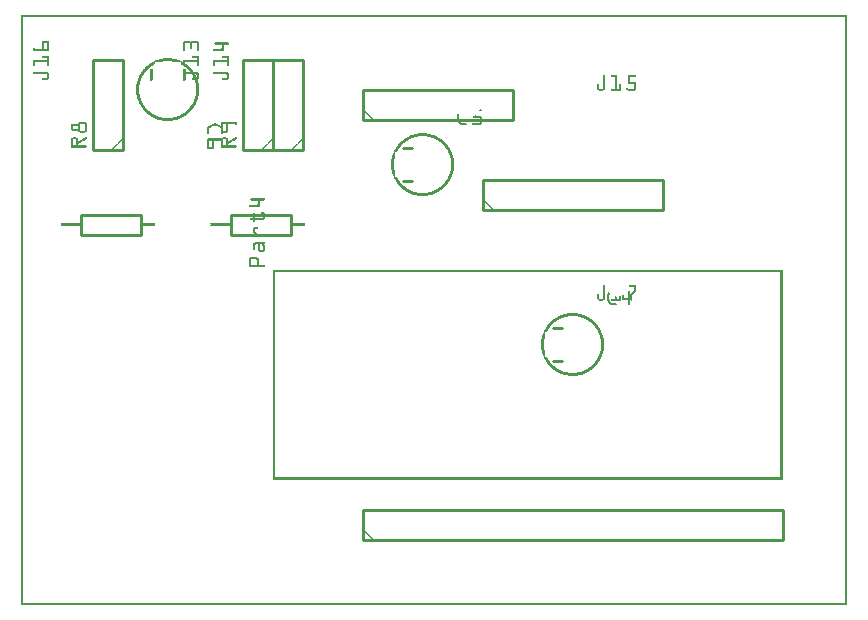
<source format=gto>
G04 MADE WITH FRITZING*
G04 WWW.FRITZING.ORG*
G04 DOUBLE SIDED*
G04 HOLES PLATED*
G04 CONTOUR ON CENTER OF CONTOUR VECTOR*
%ASAXBY*%
%FSLAX23Y23*%
%MOIN*%
%OFA0B0*%
%SFA1.0B1.0*%
%ADD10C,0.010000*%
%ADD11C,0.011000*%
%ADD12R,0.001000X0.001000*%
%LNSILK1*%
G90*
G70*
G54D10*
X840Y1519D02*
X840Y1819D01*
D02*
X840Y1819D02*
X740Y1819D01*
D02*
X740Y1819D02*
X740Y1519D01*
D02*
X740Y1519D02*
X840Y1519D01*
D02*
X940Y1519D02*
X940Y1819D01*
D02*
X940Y1819D02*
X840Y1819D01*
D02*
X840Y1819D02*
X840Y1519D01*
D02*
X840Y1519D02*
X940Y1519D01*
D02*
X1540Y1319D02*
X2140Y1319D01*
D02*
X2140Y1319D02*
X2140Y1419D01*
D02*
X2140Y1419D02*
X1540Y1419D01*
D02*
X1540Y1419D02*
X1540Y1319D01*
D02*
X340Y1519D02*
X340Y1819D01*
D02*
X340Y1819D02*
X240Y1819D01*
D02*
X240Y1819D02*
X240Y1519D01*
D02*
X240Y1519D02*
X340Y1519D01*
D02*
X200Y1302D02*
X400Y1302D01*
D02*
X400Y1302D02*
X400Y1236D01*
D02*
X400Y1236D02*
X200Y1236D01*
D02*
X200Y1236D02*
X200Y1302D01*
D02*
X700Y1302D02*
X900Y1302D01*
D02*
X900Y1302D02*
X900Y1236D01*
D02*
X900Y1236D02*
X700Y1236D01*
D02*
X700Y1236D02*
X700Y1302D01*
D02*
X1140Y219D02*
X2540Y219D01*
D02*
X2540Y219D02*
X2540Y319D01*
D02*
X2540Y319D02*
X1140Y319D01*
D02*
X1140Y319D02*
X1140Y219D01*
D02*
X1140Y1619D02*
X1640Y1619D01*
D02*
X1640Y1619D02*
X1640Y1719D01*
D02*
X1640Y1719D02*
X1140Y1719D01*
D02*
X1140Y1719D02*
X1140Y1619D01*
G54D11*
X1775Y925D02*
X1805Y925D01*
D02*
X1775Y815D02*
X1805Y815D01*
D02*
X1275Y1525D02*
X1305Y1525D01*
D02*
X1275Y1415D02*
X1305Y1415D01*
D02*
G54D12*
X0Y1969D02*
X2754Y1969D01*
X0Y1968D02*
X2754Y1968D01*
X0Y1967D02*
X2754Y1967D01*
X0Y1966D02*
X2754Y1966D01*
X0Y1965D02*
X2754Y1965D01*
X0Y1964D02*
X2754Y1964D01*
X0Y1963D02*
X2754Y1963D01*
X0Y1962D02*
X2754Y1962D01*
X0Y1961D02*
X7Y1961D01*
X2747Y1961D02*
X2754Y1961D01*
X0Y1960D02*
X7Y1960D01*
X2747Y1960D02*
X2754Y1960D01*
X0Y1959D02*
X7Y1959D01*
X2747Y1959D02*
X2754Y1959D01*
X0Y1958D02*
X7Y1958D01*
X2747Y1958D02*
X2754Y1958D01*
X0Y1957D02*
X7Y1957D01*
X2747Y1957D02*
X2754Y1957D01*
X0Y1956D02*
X7Y1956D01*
X2747Y1956D02*
X2754Y1956D01*
X0Y1955D02*
X7Y1955D01*
X2747Y1955D02*
X2754Y1955D01*
X0Y1954D02*
X7Y1954D01*
X2747Y1954D02*
X2754Y1954D01*
X0Y1953D02*
X7Y1953D01*
X2747Y1953D02*
X2754Y1953D01*
X0Y1952D02*
X7Y1952D01*
X2747Y1952D02*
X2754Y1952D01*
X0Y1951D02*
X7Y1951D01*
X2747Y1951D02*
X2754Y1951D01*
X0Y1950D02*
X7Y1950D01*
X2747Y1950D02*
X2754Y1950D01*
X0Y1949D02*
X7Y1949D01*
X2747Y1949D02*
X2754Y1949D01*
X0Y1948D02*
X7Y1948D01*
X2747Y1948D02*
X2754Y1948D01*
X0Y1947D02*
X7Y1947D01*
X2747Y1947D02*
X2754Y1947D01*
X0Y1946D02*
X7Y1946D01*
X2747Y1946D02*
X2754Y1946D01*
X0Y1945D02*
X7Y1945D01*
X2747Y1945D02*
X2754Y1945D01*
X0Y1944D02*
X7Y1944D01*
X2747Y1944D02*
X2754Y1944D01*
X0Y1943D02*
X7Y1943D01*
X2747Y1943D02*
X2754Y1943D01*
X0Y1942D02*
X7Y1942D01*
X2747Y1942D02*
X2754Y1942D01*
X0Y1941D02*
X7Y1941D01*
X2747Y1941D02*
X2754Y1941D01*
X0Y1940D02*
X7Y1940D01*
X2747Y1940D02*
X2754Y1940D01*
X0Y1939D02*
X7Y1939D01*
X2747Y1939D02*
X2754Y1939D01*
X0Y1938D02*
X7Y1938D01*
X2747Y1938D02*
X2754Y1938D01*
X0Y1937D02*
X7Y1937D01*
X2747Y1937D02*
X2754Y1937D01*
X0Y1936D02*
X7Y1936D01*
X2747Y1936D02*
X2754Y1936D01*
X0Y1935D02*
X7Y1935D01*
X2747Y1935D02*
X2754Y1935D01*
X0Y1934D02*
X7Y1934D01*
X2747Y1934D02*
X2754Y1934D01*
X0Y1933D02*
X7Y1933D01*
X2747Y1933D02*
X2754Y1933D01*
X0Y1932D02*
X7Y1932D01*
X2747Y1932D02*
X2754Y1932D01*
X0Y1931D02*
X7Y1931D01*
X2747Y1931D02*
X2754Y1931D01*
X0Y1930D02*
X7Y1930D01*
X2747Y1930D02*
X2754Y1930D01*
X0Y1929D02*
X7Y1929D01*
X2747Y1929D02*
X2754Y1929D01*
X0Y1928D02*
X7Y1928D01*
X2747Y1928D02*
X2754Y1928D01*
X0Y1927D02*
X7Y1927D01*
X2747Y1927D02*
X2754Y1927D01*
X0Y1926D02*
X7Y1926D01*
X2747Y1926D02*
X2754Y1926D01*
X0Y1925D02*
X7Y1925D01*
X2747Y1925D02*
X2754Y1925D01*
X0Y1924D02*
X7Y1924D01*
X2747Y1924D02*
X2754Y1924D01*
X0Y1923D02*
X7Y1923D01*
X2747Y1923D02*
X2754Y1923D01*
X0Y1922D02*
X7Y1922D01*
X2747Y1922D02*
X2754Y1922D01*
X0Y1921D02*
X7Y1921D01*
X2747Y1921D02*
X2754Y1921D01*
X0Y1920D02*
X7Y1920D01*
X2747Y1920D02*
X2754Y1920D01*
X0Y1919D02*
X7Y1919D01*
X2747Y1919D02*
X2754Y1919D01*
X0Y1918D02*
X7Y1918D01*
X2747Y1918D02*
X2754Y1918D01*
X0Y1917D02*
X7Y1917D01*
X2747Y1917D02*
X2754Y1917D01*
X0Y1916D02*
X7Y1916D01*
X2747Y1916D02*
X2754Y1916D01*
X0Y1915D02*
X7Y1915D01*
X2747Y1915D02*
X2754Y1915D01*
X0Y1914D02*
X7Y1914D01*
X2747Y1914D02*
X2754Y1914D01*
X0Y1913D02*
X7Y1913D01*
X2747Y1913D02*
X2754Y1913D01*
X0Y1912D02*
X7Y1912D01*
X2747Y1912D02*
X2754Y1912D01*
X0Y1911D02*
X7Y1911D01*
X2747Y1911D02*
X2754Y1911D01*
X0Y1910D02*
X7Y1910D01*
X2747Y1910D02*
X2754Y1910D01*
X0Y1909D02*
X7Y1909D01*
X2747Y1909D02*
X2754Y1909D01*
X0Y1908D02*
X7Y1908D01*
X2747Y1908D02*
X2754Y1908D01*
X0Y1907D02*
X7Y1907D01*
X2747Y1907D02*
X2754Y1907D01*
X0Y1906D02*
X7Y1906D01*
X2747Y1906D02*
X2754Y1906D01*
X0Y1905D02*
X7Y1905D01*
X2747Y1905D02*
X2754Y1905D01*
X0Y1904D02*
X7Y1904D01*
X2747Y1904D02*
X2754Y1904D01*
X0Y1903D02*
X7Y1903D01*
X2747Y1903D02*
X2754Y1903D01*
X0Y1902D02*
X7Y1902D01*
X2747Y1902D02*
X2754Y1902D01*
X0Y1901D02*
X7Y1901D01*
X2747Y1901D02*
X2754Y1901D01*
X0Y1900D02*
X7Y1900D01*
X2747Y1900D02*
X2754Y1900D01*
X0Y1899D02*
X7Y1899D01*
X2747Y1899D02*
X2754Y1899D01*
X0Y1898D02*
X7Y1898D01*
X2747Y1898D02*
X2754Y1898D01*
X0Y1897D02*
X7Y1897D01*
X2747Y1897D02*
X2754Y1897D01*
X0Y1896D02*
X7Y1896D01*
X2747Y1896D02*
X2754Y1896D01*
X0Y1895D02*
X7Y1895D01*
X2747Y1895D02*
X2754Y1895D01*
X0Y1894D02*
X7Y1894D01*
X2747Y1894D02*
X2754Y1894D01*
X0Y1893D02*
X7Y1893D01*
X2747Y1893D02*
X2754Y1893D01*
X0Y1892D02*
X7Y1892D01*
X2747Y1892D02*
X2754Y1892D01*
X0Y1891D02*
X7Y1891D01*
X2747Y1891D02*
X2754Y1891D01*
X0Y1890D02*
X7Y1890D01*
X2747Y1890D02*
X2754Y1890D01*
X0Y1889D02*
X7Y1889D01*
X2747Y1889D02*
X2754Y1889D01*
X0Y1888D02*
X7Y1888D01*
X2747Y1888D02*
X2754Y1888D01*
X0Y1887D02*
X7Y1887D01*
X2747Y1887D02*
X2754Y1887D01*
X0Y1886D02*
X7Y1886D01*
X2747Y1886D02*
X2754Y1886D01*
X0Y1885D02*
X7Y1885D01*
X2747Y1885D02*
X2754Y1885D01*
X0Y1884D02*
X7Y1884D01*
X2747Y1884D02*
X2754Y1884D01*
X0Y1883D02*
X7Y1883D01*
X2747Y1883D02*
X2754Y1883D01*
X0Y1882D02*
X7Y1882D01*
X71Y1882D02*
X92Y1882D01*
X544Y1882D02*
X563Y1882D01*
X571Y1882D02*
X589Y1882D01*
X2747Y1882D02*
X2754Y1882D01*
X0Y1881D02*
X7Y1881D01*
X70Y1881D02*
X93Y1881D01*
X543Y1881D02*
X565Y1881D01*
X569Y1881D02*
X591Y1881D01*
X2747Y1881D02*
X2754Y1881D01*
X0Y1880D02*
X7Y1880D01*
X70Y1880D02*
X93Y1880D01*
X542Y1880D02*
X592Y1880D01*
X671Y1880D02*
X674Y1880D01*
X2747Y1880D02*
X2754Y1880D01*
X0Y1879D02*
X7Y1879D01*
X70Y1879D02*
X94Y1879D01*
X541Y1879D02*
X592Y1879D01*
X670Y1879D02*
X675Y1879D01*
X2747Y1879D02*
X2754Y1879D01*
X0Y1878D02*
X7Y1878D01*
X70Y1878D02*
X94Y1878D01*
X541Y1878D02*
X593Y1878D01*
X670Y1878D02*
X676Y1878D01*
X2747Y1878D02*
X2754Y1878D01*
X0Y1877D02*
X7Y1877D01*
X70Y1877D02*
X94Y1877D01*
X540Y1877D02*
X593Y1877D01*
X648Y1877D02*
X691Y1877D01*
X2747Y1877D02*
X2754Y1877D01*
X0Y1876D02*
X7Y1876D01*
X70Y1876D02*
X94Y1876D01*
X540Y1876D02*
X593Y1876D01*
X647Y1876D02*
X693Y1876D01*
X2747Y1876D02*
X2754Y1876D01*
X0Y1875D02*
X7Y1875D01*
X70Y1875D02*
X76Y1875D01*
X88Y1875D02*
X94Y1875D01*
X540Y1875D02*
X546Y1875D01*
X562Y1875D02*
X571Y1875D01*
X587Y1875D02*
X593Y1875D01*
X646Y1875D02*
X693Y1875D01*
X2747Y1875D02*
X2754Y1875D01*
X0Y1874D02*
X7Y1874D01*
X70Y1874D02*
X76Y1874D01*
X88Y1874D02*
X94Y1874D01*
X540Y1874D02*
X546Y1874D01*
X563Y1874D02*
X570Y1874D01*
X587Y1874D02*
X593Y1874D01*
X646Y1874D02*
X693Y1874D01*
X2747Y1874D02*
X2754Y1874D01*
X0Y1873D02*
X7Y1873D01*
X70Y1873D02*
X76Y1873D01*
X88Y1873D02*
X94Y1873D01*
X540Y1873D02*
X546Y1873D01*
X564Y1873D02*
X570Y1873D01*
X587Y1873D02*
X593Y1873D01*
X646Y1873D02*
X693Y1873D01*
X2747Y1873D02*
X2754Y1873D01*
X0Y1872D02*
X7Y1872D01*
X70Y1872D02*
X76Y1872D01*
X88Y1872D02*
X94Y1872D01*
X540Y1872D02*
X546Y1872D01*
X564Y1872D02*
X570Y1872D01*
X587Y1872D02*
X593Y1872D01*
X647Y1872D02*
X693Y1872D01*
X2747Y1872D02*
X2754Y1872D01*
X0Y1871D02*
X7Y1871D01*
X70Y1871D02*
X76Y1871D01*
X88Y1871D02*
X94Y1871D01*
X540Y1871D02*
X546Y1871D01*
X564Y1871D02*
X570Y1871D01*
X587Y1871D02*
X593Y1871D01*
X648Y1871D02*
X692Y1871D01*
X2747Y1871D02*
X2754Y1871D01*
X0Y1870D02*
X7Y1870D01*
X70Y1870D02*
X76Y1870D01*
X88Y1870D02*
X94Y1870D01*
X540Y1870D02*
X546Y1870D01*
X564Y1870D02*
X570Y1870D01*
X587Y1870D02*
X593Y1870D01*
X670Y1870D02*
X676Y1870D01*
X2747Y1870D02*
X2754Y1870D01*
X0Y1869D02*
X7Y1869D01*
X70Y1869D02*
X76Y1869D01*
X88Y1869D02*
X94Y1869D01*
X540Y1869D02*
X546Y1869D01*
X564Y1869D02*
X570Y1869D01*
X587Y1869D02*
X593Y1869D01*
X670Y1869D02*
X676Y1869D01*
X2747Y1869D02*
X2754Y1869D01*
X0Y1868D02*
X7Y1868D01*
X70Y1868D02*
X76Y1868D01*
X88Y1868D02*
X94Y1868D01*
X540Y1868D02*
X546Y1868D01*
X564Y1868D02*
X570Y1868D01*
X587Y1868D02*
X593Y1868D01*
X670Y1868D02*
X676Y1868D01*
X2747Y1868D02*
X2754Y1868D01*
X0Y1867D02*
X7Y1867D01*
X70Y1867D02*
X76Y1867D01*
X88Y1867D02*
X94Y1867D01*
X540Y1867D02*
X546Y1867D01*
X564Y1867D02*
X570Y1867D01*
X587Y1867D02*
X593Y1867D01*
X670Y1867D02*
X676Y1867D01*
X2747Y1867D02*
X2754Y1867D01*
X0Y1866D02*
X7Y1866D01*
X70Y1866D02*
X76Y1866D01*
X88Y1866D02*
X94Y1866D01*
X540Y1866D02*
X546Y1866D01*
X564Y1866D02*
X570Y1866D01*
X587Y1866D02*
X593Y1866D01*
X670Y1866D02*
X676Y1866D01*
X2747Y1866D02*
X2754Y1866D01*
X0Y1865D02*
X7Y1865D01*
X70Y1865D02*
X76Y1865D01*
X88Y1865D02*
X94Y1865D01*
X540Y1865D02*
X546Y1865D01*
X564Y1865D02*
X570Y1865D01*
X587Y1865D02*
X593Y1865D01*
X670Y1865D02*
X676Y1865D01*
X2747Y1865D02*
X2754Y1865D01*
X0Y1864D02*
X7Y1864D01*
X70Y1864D02*
X76Y1864D01*
X88Y1864D02*
X94Y1864D01*
X540Y1864D02*
X546Y1864D01*
X564Y1864D02*
X570Y1864D01*
X587Y1864D02*
X593Y1864D01*
X670Y1864D02*
X676Y1864D01*
X2747Y1864D02*
X2754Y1864D01*
X0Y1863D02*
X7Y1863D01*
X70Y1863D02*
X76Y1863D01*
X88Y1863D02*
X94Y1863D01*
X540Y1863D02*
X546Y1863D01*
X564Y1863D02*
X570Y1863D01*
X587Y1863D02*
X593Y1863D01*
X670Y1863D02*
X676Y1863D01*
X2747Y1863D02*
X2754Y1863D01*
X0Y1862D02*
X7Y1862D01*
X70Y1862D02*
X76Y1862D01*
X88Y1862D02*
X94Y1862D01*
X540Y1862D02*
X546Y1862D01*
X564Y1862D02*
X570Y1862D01*
X587Y1862D02*
X593Y1862D01*
X670Y1862D02*
X676Y1862D01*
X2747Y1862D02*
X2754Y1862D01*
X0Y1861D02*
X7Y1861D01*
X70Y1861D02*
X76Y1861D01*
X88Y1861D02*
X94Y1861D01*
X540Y1861D02*
X546Y1861D01*
X564Y1861D02*
X570Y1861D01*
X587Y1861D02*
X593Y1861D01*
X670Y1861D02*
X676Y1861D01*
X2747Y1861D02*
X2754Y1861D01*
X0Y1860D02*
X7Y1860D01*
X70Y1860D02*
X76Y1860D01*
X88Y1860D02*
X94Y1860D01*
X540Y1860D02*
X546Y1860D01*
X564Y1860D02*
X570Y1860D01*
X587Y1860D02*
X593Y1860D01*
X670Y1860D02*
X676Y1860D01*
X2747Y1860D02*
X2754Y1860D01*
X0Y1859D02*
X7Y1859D01*
X70Y1859D02*
X76Y1859D01*
X88Y1859D02*
X94Y1859D01*
X540Y1859D02*
X546Y1859D01*
X564Y1859D02*
X570Y1859D01*
X587Y1859D02*
X593Y1859D01*
X670Y1859D02*
X676Y1859D01*
X2747Y1859D02*
X2754Y1859D01*
X0Y1858D02*
X7Y1858D01*
X42Y1858D02*
X45Y1858D01*
X70Y1858D02*
X76Y1858D01*
X88Y1858D02*
X94Y1858D01*
X540Y1858D02*
X546Y1858D01*
X564Y1858D02*
X570Y1858D01*
X587Y1858D02*
X593Y1858D01*
X670Y1858D02*
X676Y1858D01*
X2747Y1858D02*
X2754Y1858D01*
X0Y1857D02*
X7Y1857D01*
X41Y1857D02*
X46Y1857D01*
X70Y1857D02*
X76Y1857D01*
X88Y1857D02*
X94Y1857D01*
X540Y1857D02*
X546Y1857D01*
X564Y1857D02*
X569Y1857D01*
X587Y1857D02*
X593Y1857D01*
X669Y1857D02*
X676Y1857D01*
X2747Y1857D02*
X2754Y1857D01*
X0Y1856D02*
X7Y1856D01*
X41Y1856D02*
X46Y1856D01*
X70Y1856D02*
X76Y1856D01*
X88Y1856D02*
X94Y1856D01*
X540Y1856D02*
X546Y1856D01*
X565Y1856D02*
X569Y1856D01*
X587Y1856D02*
X593Y1856D01*
X642Y1856D02*
X676Y1856D01*
X2747Y1856D02*
X2754Y1856D01*
X0Y1855D02*
X7Y1855D01*
X40Y1855D02*
X94Y1855D01*
X540Y1855D02*
X546Y1855D01*
X587Y1855D02*
X593Y1855D01*
X641Y1855D02*
X676Y1855D01*
X2747Y1855D02*
X2754Y1855D01*
X0Y1854D02*
X7Y1854D01*
X40Y1854D02*
X94Y1854D01*
X540Y1854D02*
X546Y1854D01*
X587Y1854D02*
X593Y1854D01*
X640Y1854D02*
X676Y1854D01*
X2747Y1854D02*
X2754Y1854D01*
X0Y1853D02*
X7Y1853D01*
X40Y1853D02*
X94Y1853D01*
X540Y1853D02*
X546Y1853D01*
X587Y1853D02*
X593Y1853D01*
X640Y1853D02*
X676Y1853D01*
X2747Y1853D02*
X2754Y1853D01*
X0Y1852D02*
X7Y1852D01*
X40Y1852D02*
X94Y1852D01*
X540Y1852D02*
X546Y1852D01*
X587Y1852D02*
X593Y1852D01*
X641Y1852D02*
X676Y1852D01*
X2747Y1852D02*
X2754Y1852D01*
X0Y1851D02*
X7Y1851D01*
X40Y1851D02*
X93Y1851D01*
X540Y1851D02*
X546Y1851D01*
X587Y1851D02*
X593Y1851D01*
X641Y1851D02*
X676Y1851D01*
X2747Y1851D02*
X2754Y1851D01*
X0Y1850D02*
X7Y1850D01*
X41Y1850D02*
X93Y1850D01*
X541Y1850D02*
X546Y1850D01*
X588Y1850D02*
X593Y1850D01*
X643Y1850D02*
X675Y1850D01*
X2747Y1850D02*
X2754Y1850D01*
X0Y1849D02*
X7Y1849D01*
X42Y1849D02*
X92Y1849D01*
X541Y1849D02*
X545Y1849D01*
X589Y1849D02*
X592Y1849D01*
X2747Y1849D02*
X2754Y1849D01*
X0Y1848D02*
X7Y1848D01*
X2747Y1848D02*
X2754Y1848D01*
X0Y1847D02*
X7Y1847D01*
X2747Y1847D02*
X2754Y1847D01*
X0Y1846D02*
X7Y1846D01*
X2747Y1846D02*
X2754Y1846D01*
X0Y1845D02*
X7Y1845D01*
X2747Y1845D02*
X2754Y1845D01*
X0Y1844D02*
X7Y1844D01*
X2747Y1844D02*
X2754Y1844D01*
X0Y1843D02*
X7Y1843D01*
X2747Y1843D02*
X2754Y1843D01*
X0Y1842D02*
X7Y1842D01*
X2747Y1842D02*
X2754Y1842D01*
X0Y1841D02*
X7Y1841D01*
X2747Y1841D02*
X2754Y1841D01*
X0Y1840D02*
X7Y1840D01*
X2747Y1840D02*
X2754Y1840D01*
X0Y1839D02*
X7Y1839D01*
X2747Y1839D02*
X2754Y1839D01*
X0Y1838D02*
X7Y1838D01*
X2747Y1838D02*
X2754Y1838D01*
X0Y1837D02*
X7Y1837D01*
X2747Y1837D02*
X2754Y1837D01*
X0Y1836D02*
X7Y1836D01*
X2747Y1836D02*
X2754Y1836D01*
X0Y1835D02*
X7Y1835D01*
X2747Y1835D02*
X2754Y1835D01*
X0Y1834D02*
X7Y1834D01*
X2747Y1834D02*
X2754Y1834D01*
X0Y1833D02*
X7Y1833D01*
X2747Y1833D02*
X2754Y1833D01*
X0Y1832D02*
X7Y1832D01*
X71Y1832D02*
X92Y1832D01*
X571Y1832D02*
X592Y1832D01*
X671Y1832D02*
X692Y1832D01*
X2747Y1832D02*
X2754Y1832D01*
X0Y1831D02*
X7Y1831D01*
X70Y1831D02*
X93Y1831D01*
X570Y1831D02*
X593Y1831D01*
X670Y1831D02*
X693Y1831D01*
X2747Y1831D02*
X2754Y1831D01*
X0Y1830D02*
X7Y1830D01*
X70Y1830D02*
X93Y1830D01*
X570Y1830D02*
X593Y1830D01*
X670Y1830D02*
X693Y1830D01*
X2747Y1830D02*
X2754Y1830D01*
X0Y1829D02*
X7Y1829D01*
X70Y1829D02*
X94Y1829D01*
X570Y1829D02*
X593Y1829D01*
X670Y1829D02*
X693Y1829D01*
X2747Y1829D02*
X2754Y1829D01*
X0Y1828D02*
X7Y1828D01*
X70Y1828D02*
X94Y1828D01*
X570Y1828D02*
X593Y1828D01*
X670Y1828D02*
X693Y1828D01*
X2747Y1828D02*
X2754Y1828D01*
X0Y1827D02*
X7Y1827D01*
X71Y1827D02*
X94Y1827D01*
X571Y1827D02*
X593Y1827D01*
X670Y1827D02*
X693Y1827D01*
X2747Y1827D02*
X2754Y1827D01*
X0Y1826D02*
X7Y1826D01*
X72Y1826D02*
X94Y1826D01*
X572Y1826D02*
X593Y1826D01*
X672Y1826D02*
X693Y1826D01*
X2747Y1826D02*
X2754Y1826D01*
X0Y1825D02*
X7Y1825D01*
X88Y1825D02*
X94Y1825D01*
X483Y1825D02*
X496Y1825D01*
X587Y1825D02*
X593Y1825D01*
X687Y1825D02*
X693Y1825D01*
X2747Y1825D02*
X2754Y1825D01*
X0Y1824D02*
X7Y1824D01*
X88Y1824D02*
X94Y1824D01*
X474Y1824D02*
X505Y1824D01*
X587Y1824D02*
X593Y1824D01*
X687Y1824D02*
X693Y1824D01*
X2747Y1824D02*
X2754Y1824D01*
X0Y1823D02*
X7Y1823D01*
X88Y1823D02*
X94Y1823D01*
X469Y1823D02*
X511Y1823D01*
X587Y1823D02*
X593Y1823D01*
X687Y1823D02*
X693Y1823D01*
X2747Y1823D02*
X2754Y1823D01*
X0Y1822D02*
X7Y1822D01*
X88Y1822D02*
X94Y1822D01*
X464Y1822D02*
X515Y1822D01*
X587Y1822D02*
X593Y1822D01*
X687Y1822D02*
X693Y1822D01*
X2747Y1822D02*
X2754Y1822D01*
X0Y1821D02*
X7Y1821D01*
X88Y1821D02*
X94Y1821D01*
X461Y1821D02*
X519Y1821D01*
X587Y1821D02*
X593Y1821D01*
X687Y1821D02*
X693Y1821D01*
X2747Y1821D02*
X2754Y1821D01*
X0Y1820D02*
X7Y1820D01*
X88Y1820D02*
X94Y1820D01*
X457Y1820D02*
X522Y1820D01*
X587Y1820D02*
X593Y1820D01*
X687Y1820D02*
X693Y1820D01*
X2747Y1820D02*
X2754Y1820D01*
X0Y1819D02*
X7Y1819D01*
X87Y1819D02*
X94Y1819D01*
X455Y1819D02*
X525Y1819D01*
X587Y1819D02*
X593Y1819D01*
X687Y1819D02*
X693Y1819D01*
X2747Y1819D02*
X2754Y1819D01*
X0Y1818D02*
X7Y1818D01*
X40Y1818D02*
X94Y1818D01*
X452Y1818D02*
X527Y1818D01*
X540Y1818D02*
X593Y1818D01*
X640Y1818D02*
X693Y1818D01*
X2747Y1818D02*
X2754Y1818D01*
X0Y1817D02*
X7Y1817D01*
X40Y1817D02*
X94Y1817D01*
X449Y1817D02*
X530Y1817D01*
X540Y1817D02*
X593Y1817D01*
X640Y1817D02*
X693Y1817D01*
X2747Y1817D02*
X2754Y1817D01*
X0Y1816D02*
X7Y1816D01*
X40Y1816D02*
X94Y1816D01*
X447Y1816D02*
X532Y1816D01*
X540Y1816D02*
X593Y1816D01*
X640Y1816D02*
X693Y1816D01*
X2747Y1816D02*
X2754Y1816D01*
X0Y1815D02*
X7Y1815D01*
X40Y1815D02*
X94Y1815D01*
X445Y1815D02*
X482Y1815D01*
X497Y1815D02*
X534Y1815D01*
X540Y1815D02*
X593Y1815D01*
X640Y1815D02*
X693Y1815D01*
X2747Y1815D02*
X2754Y1815D01*
X0Y1814D02*
X7Y1814D01*
X40Y1814D02*
X94Y1814D01*
X443Y1814D02*
X473Y1814D01*
X506Y1814D02*
X536Y1814D01*
X540Y1814D02*
X593Y1814D01*
X640Y1814D02*
X693Y1814D01*
X2747Y1814D02*
X2754Y1814D01*
X0Y1813D02*
X7Y1813D01*
X40Y1813D02*
X94Y1813D01*
X441Y1813D02*
X468Y1813D01*
X511Y1813D02*
X538Y1813D01*
X540Y1813D02*
X593Y1813D01*
X640Y1813D02*
X693Y1813D01*
X2747Y1813D02*
X2754Y1813D01*
X0Y1812D02*
X7Y1812D01*
X40Y1812D02*
X94Y1812D01*
X439Y1812D02*
X447Y1812D01*
X533Y1812D02*
X593Y1812D01*
X640Y1812D02*
X693Y1812D01*
X2747Y1812D02*
X2754Y1812D01*
X0Y1811D02*
X7Y1811D01*
X40Y1811D02*
X46Y1811D01*
X88Y1811D02*
X94Y1811D01*
X438Y1811D02*
X447Y1811D01*
X533Y1811D02*
X546Y1811D01*
X587Y1811D02*
X593Y1811D01*
X640Y1811D02*
X646Y1811D01*
X687Y1811D02*
X693Y1811D01*
X2747Y1811D02*
X2754Y1811D01*
X0Y1810D02*
X7Y1810D01*
X40Y1810D02*
X46Y1810D01*
X88Y1810D02*
X94Y1810D01*
X436Y1810D02*
X447Y1810D01*
X533Y1810D02*
X546Y1810D01*
X587Y1810D02*
X593Y1810D01*
X640Y1810D02*
X646Y1810D01*
X687Y1810D02*
X693Y1810D01*
X2747Y1810D02*
X2754Y1810D01*
X0Y1809D02*
X7Y1809D01*
X40Y1809D02*
X46Y1809D01*
X88Y1809D02*
X94Y1809D01*
X434Y1809D02*
X447Y1809D01*
X533Y1809D02*
X546Y1809D01*
X587Y1809D02*
X593Y1809D01*
X640Y1809D02*
X646Y1809D01*
X687Y1809D02*
X693Y1809D01*
X2747Y1809D02*
X2754Y1809D01*
X0Y1808D02*
X7Y1808D01*
X40Y1808D02*
X46Y1808D01*
X88Y1808D02*
X94Y1808D01*
X433Y1808D02*
X447Y1808D01*
X533Y1808D02*
X547Y1808D01*
X587Y1808D02*
X593Y1808D01*
X640Y1808D02*
X646Y1808D01*
X687Y1808D02*
X693Y1808D01*
X2747Y1808D02*
X2754Y1808D01*
X0Y1807D02*
X7Y1807D01*
X40Y1807D02*
X46Y1807D01*
X88Y1807D02*
X94Y1807D01*
X431Y1807D02*
X447Y1807D01*
X533Y1807D02*
X548Y1807D01*
X587Y1807D02*
X593Y1807D01*
X640Y1807D02*
X646Y1807D01*
X687Y1807D02*
X693Y1807D01*
X2747Y1807D02*
X2754Y1807D01*
X0Y1806D02*
X7Y1806D01*
X40Y1806D02*
X46Y1806D01*
X88Y1806D02*
X94Y1806D01*
X430Y1806D02*
X447Y1806D01*
X533Y1806D02*
X550Y1806D01*
X587Y1806D02*
X593Y1806D01*
X640Y1806D02*
X646Y1806D01*
X687Y1806D02*
X693Y1806D01*
X2747Y1806D02*
X2754Y1806D01*
X0Y1805D02*
X7Y1805D01*
X40Y1805D02*
X46Y1805D01*
X88Y1805D02*
X94Y1805D01*
X428Y1805D02*
X446Y1805D01*
X533Y1805D02*
X551Y1805D01*
X587Y1805D02*
X593Y1805D01*
X640Y1805D02*
X646Y1805D01*
X687Y1805D02*
X693Y1805D01*
X2747Y1805D02*
X2754Y1805D01*
X0Y1804D02*
X7Y1804D01*
X40Y1804D02*
X46Y1804D01*
X88Y1804D02*
X94Y1804D01*
X427Y1804D02*
X444Y1804D01*
X535Y1804D02*
X552Y1804D01*
X587Y1804D02*
X593Y1804D01*
X640Y1804D02*
X646Y1804D01*
X687Y1804D02*
X693Y1804D01*
X2747Y1804D02*
X2754Y1804D01*
X0Y1803D02*
X7Y1803D01*
X40Y1803D02*
X46Y1803D01*
X88Y1803D02*
X94Y1803D01*
X426Y1803D02*
X442Y1803D01*
X537Y1803D02*
X554Y1803D01*
X587Y1803D02*
X593Y1803D01*
X640Y1803D02*
X646Y1803D01*
X687Y1803D02*
X693Y1803D01*
X2747Y1803D02*
X2754Y1803D01*
X0Y1802D02*
X7Y1802D01*
X40Y1802D02*
X46Y1802D01*
X88Y1802D02*
X94Y1802D01*
X424Y1802D02*
X441Y1802D01*
X539Y1802D02*
X555Y1802D01*
X587Y1802D02*
X593Y1802D01*
X640Y1802D02*
X646Y1802D01*
X687Y1802D02*
X693Y1802D01*
X2747Y1802D02*
X2754Y1802D01*
X0Y1801D02*
X7Y1801D01*
X40Y1801D02*
X46Y1801D01*
X88Y1801D02*
X93Y1801D01*
X423Y1801D02*
X439Y1801D01*
X540Y1801D02*
X556Y1801D01*
X587Y1801D02*
X593Y1801D01*
X640Y1801D02*
X646Y1801D01*
X687Y1801D02*
X693Y1801D01*
X2747Y1801D02*
X2754Y1801D01*
X0Y1800D02*
X7Y1800D01*
X41Y1800D02*
X46Y1800D01*
X88Y1800D02*
X93Y1800D01*
X422Y1800D02*
X437Y1800D01*
X541Y1800D02*
X557Y1800D01*
X588Y1800D02*
X593Y1800D01*
X641Y1800D02*
X646Y1800D01*
X688Y1800D02*
X693Y1800D01*
X2747Y1800D02*
X2754Y1800D01*
X0Y1799D02*
X7Y1799D01*
X42Y1799D02*
X45Y1799D01*
X89Y1799D02*
X92Y1799D01*
X421Y1799D02*
X436Y1799D01*
X542Y1799D02*
X558Y1799D01*
X589Y1799D02*
X592Y1799D01*
X641Y1799D02*
X645Y1799D01*
X689Y1799D02*
X692Y1799D01*
X2747Y1799D02*
X2754Y1799D01*
X0Y1798D02*
X7Y1798D01*
X420Y1798D02*
X435Y1798D01*
X545Y1798D02*
X559Y1798D01*
X2747Y1798D02*
X2754Y1798D01*
X0Y1797D02*
X7Y1797D01*
X419Y1797D02*
X433Y1797D01*
X546Y1797D02*
X561Y1797D01*
X2747Y1797D02*
X2754Y1797D01*
X0Y1796D02*
X7Y1796D01*
X417Y1796D02*
X432Y1796D01*
X547Y1796D02*
X562Y1796D01*
X2747Y1796D02*
X2754Y1796D01*
X0Y1795D02*
X7Y1795D01*
X416Y1795D02*
X431Y1795D01*
X549Y1795D02*
X563Y1795D01*
X2747Y1795D02*
X2754Y1795D01*
X0Y1794D02*
X7Y1794D01*
X415Y1794D02*
X429Y1794D01*
X550Y1794D02*
X564Y1794D01*
X2747Y1794D02*
X2754Y1794D01*
X0Y1793D02*
X7Y1793D01*
X414Y1793D02*
X428Y1793D01*
X551Y1793D02*
X565Y1793D01*
X2747Y1793D02*
X2754Y1793D01*
X0Y1792D02*
X7Y1792D01*
X414Y1792D02*
X427Y1792D01*
X552Y1792D02*
X566Y1792D01*
X2747Y1792D02*
X2754Y1792D01*
X0Y1791D02*
X7Y1791D01*
X413Y1791D02*
X426Y1791D01*
X553Y1791D02*
X567Y1791D01*
X2747Y1791D02*
X2754Y1791D01*
X0Y1790D02*
X7Y1790D01*
X412Y1790D02*
X425Y1790D01*
X432Y1790D02*
X437Y1790D01*
X542Y1790D02*
X547Y1790D01*
X554Y1790D02*
X567Y1790D01*
X2747Y1790D02*
X2754Y1790D01*
X0Y1789D02*
X7Y1789D01*
X411Y1789D02*
X424Y1789D01*
X431Y1789D02*
X438Y1789D01*
X541Y1789D02*
X548Y1789D01*
X556Y1789D02*
X568Y1789D01*
X2747Y1789D02*
X2754Y1789D01*
X0Y1788D02*
X7Y1788D01*
X410Y1788D02*
X423Y1788D01*
X430Y1788D02*
X439Y1788D01*
X540Y1788D02*
X549Y1788D01*
X557Y1788D02*
X569Y1788D01*
X2747Y1788D02*
X2754Y1788D01*
X0Y1787D02*
X7Y1787D01*
X409Y1787D02*
X422Y1787D01*
X430Y1787D02*
X439Y1787D01*
X540Y1787D02*
X549Y1787D01*
X558Y1787D02*
X570Y1787D01*
X2747Y1787D02*
X2754Y1787D01*
X0Y1786D02*
X7Y1786D01*
X408Y1786D02*
X421Y1786D01*
X430Y1786D02*
X439Y1786D01*
X540Y1786D02*
X549Y1786D01*
X559Y1786D02*
X571Y1786D01*
X2747Y1786D02*
X2754Y1786D01*
X0Y1785D02*
X7Y1785D01*
X408Y1785D02*
X420Y1785D01*
X430Y1785D02*
X440Y1785D01*
X540Y1785D02*
X550Y1785D01*
X559Y1785D02*
X572Y1785D01*
X2747Y1785D02*
X2754Y1785D01*
X0Y1784D02*
X7Y1784D01*
X407Y1784D02*
X419Y1784D01*
X430Y1784D02*
X440Y1784D01*
X540Y1784D02*
X550Y1784D01*
X560Y1784D02*
X572Y1784D01*
X2747Y1784D02*
X2754Y1784D01*
X0Y1783D02*
X7Y1783D01*
X406Y1783D02*
X418Y1783D01*
X430Y1783D02*
X440Y1783D01*
X540Y1783D02*
X550Y1783D01*
X561Y1783D02*
X573Y1783D01*
X2747Y1783D02*
X2754Y1783D01*
X0Y1782D02*
X7Y1782D01*
X405Y1782D02*
X417Y1782D01*
X430Y1782D02*
X440Y1782D01*
X540Y1782D02*
X550Y1782D01*
X562Y1782D02*
X574Y1782D01*
X2747Y1782D02*
X2754Y1782D01*
X0Y1781D02*
X7Y1781D01*
X405Y1781D02*
X416Y1781D01*
X430Y1781D02*
X440Y1781D01*
X540Y1781D02*
X550Y1781D01*
X563Y1781D02*
X575Y1781D01*
X2747Y1781D02*
X2754Y1781D01*
X0Y1780D02*
X7Y1780D01*
X404Y1780D02*
X415Y1780D01*
X430Y1780D02*
X440Y1780D01*
X540Y1780D02*
X550Y1780D01*
X564Y1780D02*
X575Y1780D01*
X2747Y1780D02*
X2754Y1780D01*
X0Y1779D02*
X7Y1779D01*
X43Y1779D02*
X85Y1779D01*
X403Y1779D02*
X415Y1779D01*
X430Y1779D02*
X440Y1779D01*
X540Y1779D02*
X585Y1779D01*
X643Y1779D02*
X685Y1779D01*
X2747Y1779D02*
X2754Y1779D01*
X0Y1778D02*
X7Y1778D01*
X41Y1778D02*
X88Y1778D01*
X403Y1778D02*
X414Y1778D01*
X430Y1778D02*
X440Y1778D01*
X540Y1778D02*
X588Y1778D01*
X641Y1778D02*
X688Y1778D01*
X2747Y1778D02*
X2754Y1778D01*
X0Y1777D02*
X7Y1777D01*
X41Y1777D02*
X89Y1777D01*
X402Y1777D02*
X413Y1777D01*
X430Y1777D02*
X440Y1777D01*
X540Y1777D02*
X589Y1777D01*
X640Y1777D02*
X689Y1777D01*
X2747Y1777D02*
X2754Y1777D01*
X0Y1776D02*
X7Y1776D01*
X40Y1776D02*
X91Y1776D01*
X401Y1776D02*
X412Y1776D01*
X430Y1776D02*
X440Y1776D01*
X540Y1776D02*
X590Y1776D01*
X640Y1776D02*
X690Y1776D01*
X2747Y1776D02*
X2754Y1776D01*
X0Y1775D02*
X7Y1775D01*
X41Y1775D02*
X91Y1775D01*
X401Y1775D02*
X411Y1775D01*
X430Y1775D02*
X440Y1775D01*
X540Y1775D02*
X591Y1775D01*
X640Y1775D02*
X691Y1775D01*
X2747Y1775D02*
X2754Y1775D01*
X0Y1774D02*
X7Y1774D01*
X41Y1774D02*
X92Y1774D01*
X400Y1774D02*
X411Y1774D01*
X430Y1774D02*
X440Y1774D01*
X540Y1774D02*
X592Y1774D01*
X641Y1774D02*
X692Y1774D01*
X2747Y1774D02*
X2754Y1774D01*
X0Y1773D02*
X7Y1773D01*
X42Y1773D02*
X93Y1773D01*
X399Y1773D02*
X410Y1773D01*
X430Y1773D02*
X440Y1773D01*
X540Y1773D02*
X592Y1773D01*
X642Y1773D02*
X692Y1773D01*
X2747Y1773D02*
X2754Y1773D01*
X0Y1772D02*
X7Y1772D01*
X85Y1772D02*
X93Y1772D01*
X399Y1772D02*
X409Y1772D01*
X430Y1772D02*
X440Y1772D01*
X540Y1772D02*
X550Y1772D01*
X570Y1772D02*
X580Y1772D01*
X585Y1772D02*
X593Y1772D01*
X685Y1772D02*
X693Y1772D01*
X2747Y1772D02*
X2754Y1772D01*
X0Y1771D02*
X7Y1771D01*
X87Y1771D02*
X93Y1771D01*
X398Y1771D02*
X409Y1771D01*
X430Y1771D02*
X440Y1771D01*
X540Y1771D02*
X550Y1771D01*
X570Y1771D02*
X581Y1771D01*
X586Y1771D02*
X593Y1771D01*
X686Y1771D02*
X693Y1771D01*
X2747Y1771D02*
X2754Y1771D01*
X0Y1770D02*
X7Y1770D01*
X87Y1770D02*
X93Y1770D01*
X398Y1770D02*
X408Y1770D01*
X430Y1770D02*
X440Y1770D01*
X540Y1770D02*
X550Y1770D01*
X571Y1770D02*
X581Y1770D01*
X587Y1770D02*
X593Y1770D01*
X687Y1770D02*
X693Y1770D01*
X1944Y1770D02*
X1945Y1770D01*
X1970Y1770D02*
X1987Y1770D01*
X2025Y1770D02*
X2048Y1770D01*
X2747Y1770D02*
X2754Y1770D01*
X0Y1769D02*
X7Y1769D01*
X87Y1769D02*
X94Y1769D01*
X397Y1769D02*
X408Y1769D01*
X430Y1769D02*
X440Y1769D01*
X540Y1769D02*
X550Y1769D01*
X572Y1769D02*
X582Y1769D01*
X587Y1769D02*
X593Y1769D01*
X687Y1769D02*
X693Y1769D01*
X1943Y1769D02*
X1947Y1769D01*
X1968Y1769D02*
X1987Y1769D01*
X2024Y1769D02*
X2050Y1769D01*
X2747Y1769D02*
X2754Y1769D01*
X0Y1768D02*
X7Y1768D01*
X88Y1768D02*
X94Y1768D01*
X397Y1768D02*
X407Y1768D01*
X430Y1768D02*
X440Y1768D01*
X540Y1768D02*
X550Y1768D01*
X572Y1768D02*
X582Y1768D01*
X587Y1768D02*
X593Y1768D01*
X687Y1768D02*
X693Y1768D01*
X1942Y1768D02*
X1947Y1768D01*
X1968Y1768D02*
X1987Y1768D01*
X2024Y1768D02*
X2051Y1768D01*
X2747Y1768D02*
X2754Y1768D01*
X0Y1767D02*
X7Y1767D01*
X88Y1767D02*
X94Y1767D01*
X396Y1767D02*
X406Y1767D01*
X430Y1767D02*
X440Y1767D01*
X540Y1767D02*
X550Y1767D01*
X573Y1767D02*
X583Y1767D01*
X587Y1767D02*
X593Y1767D01*
X687Y1767D02*
X693Y1767D01*
X1942Y1767D02*
X1948Y1767D01*
X1968Y1767D02*
X1987Y1767D01*
X2024Y1767D02*
X2051Y1767D01*
X2747Y1767D02*
X2754Y1767D01*
X0Y1766D02*
X7Y1766D01*
X88Y1766D02*
X94Y1766D01*
X396Y1766D02*
X406Y1766D01*
X430Y1766D02*
X440Y1766D01*
X540Y1766D02*
X550Y1766D01*
X573Y1766D02*
X583Y1766D01*
X587Y1766D02*
X593Y1766D01*
X687Y1766D02*
X693Y1766D01*
X1942Y1766D02*
X1948Y1766D01*
X1968Y1766D02*
X1987Y1766D01*
X2024Y1766D02*
X2051Y1766D01*
X2747Y1766D02*
X2754Y1766D01*
X0Y1765D02*
X7Y1765D01*
X88Y1765D02*
X94Y1765D01*
X395Y1765D02*
X405Y1765D01*
X430Y1765D02*
X440Y1765D01*
X540Y1765D02*
X550Y1765D01*
X574Y1765D02*
X584Y1765D01*
X587Y1765D02*
X593Y1765D01*
X687Y1765D02*
X693Y1765D01*
X1942Y1765D02*
X1948Y1765D01*
X1968Y1765D02*
X1987Y1765D01*
X2024Y1765D02*
X2051Y1765D01*
X2747Y1765D02*
X2754Y1765D01*
X0Y1764D02*
X7Y1764D01*
X88Y1764D02*
X94Y1764D01*
X395Y1764D02*
X405Y1764D01*
X430Y1764D02*
X440Y1764D01*
X540Y1764D02*
X550Y1764D01*
X574Y1764D02*
X584Y1764D01*
X587Y1764D02*
X593Y1764D01*
X687Y1764D02*
X693Y1764D01*
X1942Y1764D02*
X1948Y1764D01*
X1969Y1764D02*
X1987Y1764D01*
X2024Y1764D02*
X2050Y1764D01*
X2747Y1764D02*
X2754Y1764D01*
X0Y1763D02*
X7Y1763D01*
X88Y1763D02*
X94Y1763D01*
X394Y1763D02*
X404Y1763D01*
X430Y1763D02*
X440Y1763D01*
X540Y1763D02*
X550Y1763D01*
X575Y1763D02*
X585Y1763D01*
X587Y1763D02*
X593Y1763D01*
X687Y1763D02*
X693Y1763D01*
X1942Y1763D02*
X1948Y1763D01*
X1981Y1763D02*
X1987Y1763D01*
X2024Y1763D02*
X2031Y1763D01*
X2747Y1763D02*
X2754Y1763D01*
X0Y1762D02*
X7Y1762D01*
X87Y1762D02*
X94Y1762D01*
X394Y1762D02*
X404Y1762D01*
X430Y1762D02*
X440Y1762D01*
X540Y1762D02*
X550Y1762D01*
X575Y1762D02*
X585Y1762D01*
X587Y1762D02*
X593Y1762D01*
X687Y1762D02*
X693Y1762D01*
X1942Y1762D02*
X1948Y1762D01*
X1981Y1762D02*
X1987Y1762D01*
X2024Y1762D02*
X2030Y1762D01*
X2747Y1762D02*
X2754Y1762D01*
X0Y1761D02*
X7Y1761D01*
X87Y1761D02*
X93Y1761D01*
X393Y1761D02*
X403Y1761D01*
X430Y1761D02*
X440Y1761D01*
X540Y1761D02*
X550Y1761D01*
X576Y1761D02*
X593Y1761D01*
X687Y1761D02*
X693Y1761D01*
X1942Y1761D02*
X1948Y1761D01*
X1981Y1761D02*
X1987Y1761D01*
X2024Y1761D02*
X2030Y1761D01*
X2747Y1761D02*
X2754Y1761D01*
X0Y1760D02*
X7Y1760D01*
X87Y1760D02*
X93Y1760D01*
X393Y1760D02*
X403Y1760D01*
X430Y1760D02*
X440Y1760D01*
X540Y1760D02*
X550Y1760D01*
X576Y1760D02*
X593Y1760D01*
X687Y1760D02*
X693Y1760D01*
X1942Y1760D02*
X1948Y1760D01*
X1981Y1760D02*
X1987Y1760D01*
X2024Y1760D02*
X2030Y1760D01*
X2747Y1760D02*
X2754Y1760D01*
X0Y1759D02*
X7Y1759D01*
X86Y1759D02*
X93Y1759D01*
X393Y1759D02*
X402Y1759D01*
X430Y1759D02*
X440Y1759D01*
X540Y1759D02*
X550Y1759D01*
X577Y1759D02*
X593Y1759D01*
X685Y1759D02*
X693Y1759D01*
X1942Y1759D02*
X1948Y1759D01*
X1981Y1759D02*
X1987Y1759D01*
X2024Y1759D02*
X2030Y1759D01*
X2747Y1759D02*
X2754Y1759D01*
X0Y1758D02*
X7Y1758D01*
X72Y1758D02*
X93Y1758D01*
X392Y1758D02*
X402Y1758D01*
X430Y1758D02*
X440Y1758D01*
X540Y1758D02*
X550Y1758D01*
X571Y1758D02*
X593Y1758D01*
X671Y1758D02*
X692Y1758D01*
X1942Y1758D02*
X1948Y1758D01*
X1981Y1758D02*
X1987Y1758D01*
X2024Y1758D02*
X2030Y1758D01*
X2747Y1758D02*
X2754Y1758D01*
X0Y1757D02*
X7Y1757D01*
X70Y1757D02*
X92Y1757D01*
X392Y1757D02*
X401Y1757D01*
X430Y1757D02*
X440Y1757D01*
X540Y1757D02*
X550Y1757D01*
X570Y1757D02*
X592Y1757D01*
X670Y1757D02*
X692Y1757D01*
X1942Y1757D02*
X1948Y1757D01*
X1981Y1757D02*
X1987Y1757D01*
X2024Y1757D02*
X2030Y1757D01*
X2747Y1757D02*
X2754Y1757D01*
X0Y1756D02*
X7Y1756D01*
X70Y1756D02*
X92Y1756D01*
X391Y1756D02*
X401Y1756D01*
X430Y1756D02*
X440Y1756D01*
X540Y1756D02*
X550Y1756D01*
X570Y1756D02*
X591Y1756D01*
X670Y1756D02*
X691Y1756D01*
X1942Y1756D02*
X1948Y1756D01*
X1981Y1756D02*
X1987Y1756D01*
X2024Y1756D02*
X2030Y1756D01*
X2747Y1756D02*
X2754Y1756D01*
X0Y1755D02*
X7Y1755D01*
X70Y1755D02*
X91Y1755D01*
X391Y1755D02*
X401Y1755D01*
X430Y1755D02*
X440Y1755D01*
X540Y1755D02*
X550Y1755D01*
X570Y1755D02*
X591Y1755D01*
X670Y1755D02*
X691Y1755D01*
X1942Y1755D02*
X1948Y1755D01*
X1981Y1755D02*
X1987Y1755D01*
X2024Y1755D02*
X2030Y1755D01*
X2747Y1755D02*
X2754Y1755D01*
X0Y1754D02*
X7Y1754D01*
X70Y1754D02*
X90Y1754D01*
X391Y1754D02*
X400Y1754D01*
X430Y1754D02*
X439Y1754D01*
X540Y1754D02*
X549Y1754D01*
X570Y1754D02*
X589Y1754D01*
X670Y1754D02*
X689Y1754D01*
X1942Y1754D02*
X1948Y1754D01*
X1981Y1754D02*
X1987Y1754D01*
X2024Y1754D02*
X2030Y1754D01*
X2747Y1754D02*
X2754Y1754D01*
X0Y1753D02*
X7Y1753D01*
X71Y1753D02*
X88Y1753D01*
X390Y1753D02*
X400Y1753D01*
X430Y1753D02*
X439Y1753D01*
X540Y1753D02*
X549Y1753D01*
X570Y1753D02*
X589Y1753D01*
X670Y1753D02*
X688Y1753D01*
X1942Y1753D02*
X1948Y1753D01*
X1981Y1753D02*
X1987Y1753D01*
X2024Y1753D02*
X2030Y1753D01*
X2747Y1753D02*
X2754Y1753D01*
X0Y1752D02*
X7Y1752D01*
X72Y1752D02*
X86Y1752D01*
X390Y1752D02*
X400Y1752D01*
X431Y1752D02*
X438Y1752D01*
X541Y1752D02*
X548Y1752D01*
X572Y1752D02*
X589Y1752D01*
X672Y1752D02*
X686Y1752D01*
X1942Y1752D02*
X1948Y1752D01*
X1981Y1752D02*
X1987Y1752D01*
X2024Y1752D02*
X2030Y1752D01*
X2747Y1752D02*
X2754Y1752D01*
X0Y1751D02*
X7Y1751D01*
X390Y1751D02*
X399Y1751D01*
X432Y1751D02*
X437Y1751D01*
X542Y1751D02*
X547Y1751D01*
X580Y1751D02*
X589Y1751D01*
X1942Y1751D02*
X1948Y1751D01*
X1981Y1751D02*
X1987Y1751D01*
X2024Y1751D02*
X2030Y1751D01*
X2747Y1751D02*
X2754Y1751D01*
X0Y1750D02*
X7Y1750D01*
X389Y1750D02*
X399Y1750D01*
X434Y1750D02*
X435Y1750D01*
X544Y1750D02*
X545Y1750D01*
X580Y1750D02*
X590Y1750D01*
X1942Y1750D02*
X1948Y1750D01*
X1981Y1750D02*
X1987Y1750D01*
X2024Y1750D02*
X2030Y1750D01*
X2747Y1750D02*
X2754Y1750D01*
X0Y1749D02*
X7Y1749D01*
X389Y1749D02*
X398Y1749D01*
X581Y1749D02*
X590Y1749D01*
X1942Y1749D02*
X1948Y1749D01*
X1981Y1749D02*
X1987Y1749D01*
X2024Y1749D02*
X2030Y1749D01*
X2747Y1749D02*
X2754Y1749D01*
X0Y1748D02*
X7Y1748D01*
X389Y1748D02*
X398Y1748D01*
X581Y1748D02*
X590Y1748D01*
X1942Y1748D02*
X1948Y1748D01*
X1981Y1748D02*
X1987Y1748D01*
X2024Y1748D02*
X2030Y1748D01*
X2747Y1748D02*
X2754Y1748D01*
X0Y1747D02*
X7Y1747D01*
X389Y1747D02*
X398Y1747D01*
X581Y1747D02*
X591Y1747D01*
X1942Y1747D02*
X1948Y1747D01*
X1981Y1747D02*
X1987Y1747D01*
X2024Y1747D02*
X2030Y1747D01*
X2747Y1747D02*
X2754Y1747D01*
X0Y1746D02*
X7Y1746D01*
X388Y1746D02*
X398Y1746D01*
X582Y1746D02*
X591Y1746D01*
X1942Y1746D02*
X1948Y1746D01*
X1981Y1746D02*
X1987Y1746D01*
X2024Y1746D02*
X2047Y1746D01*
X2747Y1746D02*
X2754Y1746D01*
X0Y1745D02*
X7Y1745D01*
X388Y1745D02*
X397Y1745D01*
X582Y1745D02*
X591Y1745D01*
X1942Y1745D02*
X1948Y1745D01*
X1981Y1745D02*
X1987Y1745D01*
X2024Y1745D02*
X2048Y1745D01*
X2747Y1745D02*
X2754Y1745D01*
X0Y1744D02*
X7Y1744D01*
X388Y1744D02*
X397Y1744D01*
X582Y1744D02*
X591Y1744D01*
X1942Y1744D02*
X1948Y1744D01*
X1981Y1744D02*
X1987Y1744D01*
X2024Y1744D02*
X2049Y1744D01*
X2747Y1744D02*
X2754Y1744D01*
X0Y1743D02*
X7Y1743D01*
X388Y1743D02*
X397Y1743D01*
X582Y1743D02*
X592Y1743D01*
X1942Y1743D02*
X1948Y1743D01*
X1981Y1743D02*
X1987Y1743D01*
X2024Y1743D02*
X2050Y1743D01*
X2747Y1743D02*
X2754Y1743D01*
X0Y1742D02*
X7Y1742D01*
X387Y1742D02*
X397Y1742D01*
X583Y1742D02*
X592Y1742D01*
X1942Y1742D02*
X1948Y1742D01*
X1981Y1742D02*
X1987Y1742D01*
X2024Y1742D02*
X2051Y1742D01*
X2747Y1742D02*
X2754Y1742D01*
X0Y1741D02*
X7Y1741D01*
X387Y1741D02*
X396Y1741D01*
X583Y1741D02*
X592Y1741D01*
X1942Y1741D02*
X1948Y1741D01*
X1981Y1741D02*
X1987Y1741D01*
X2024Y1741D02*
X2051Y1741D01*
X2747Y1741D02*
X2754Y1741D01*
X0Y1740D02*
X7Y1740D01*
X387Y1740D02*
X396Y1740D01*
X583Y1740D02*
X592Y1740D01*
X1922Y1740D02*
X1925Y1740D01*
X1942Y1740D02*
X1948Y1740D01*
X1981Y1740D02*
X1987Y1740D01*
X1996Y1740D02*
X2000Y1740D01*
X2024Y1740D02*
X2051Y1740D01*
X2747Y1740D02*
X2754Y1740D01*
X0Y1739D02*
X7Y1739D01*
X387Y1739D02*
X396Y1739D01*
X583Y1739D02*
X592Y1739D01*
X1921Y1739D02*
X1926Y1739D01*
X1942Y1739D02*
X1948Y1739D01*
X1981Y1739D02*
X1987Y1739D01*
X1996Y1739D02*
X2000Y1739D01*
X2045Y1739D02*
X2051Y1739D01*
X2747Y1739D02*
X2754Y1739D01*
X0Y1738D02*
X7Y1738D01*
X387Y1738D02*
X396Y1738D01*
X583Y1738D02*
X593Y1738D01*
X1921Y1738D02*
X1927Y1738D01*
X1942Y1738D02*
X1948Y1738D01*
X1981Y1738D02*
X1987Y1738D01*
X1995Y1738D02*
X2001Y1738D01*
X2045Y1738D02*
X2051Y1738D01*
X2747Y1738D02*
X2754Y1738D01*
X0Y1737D02*
X7Y1737D01*
X386Y1737D02*
X396Y1737D01*
X584Y1737D02*
X593Y1737D01*
X1921Y1737D02*
X1927Y1737D01*
X1942Y1737D02*
X1948Y1737D01*
X1981Y1737D02*
X1987Y1737D01*
X1995Y1737D02*
X2001Y1737D01*
X2045Y1737D02*
X2051Y1737D01*
X2747Y1737D02*
X2754Y1737D01*
X0Y1736D02*
X7Y1736D01*
X386Y1736D02*
X395Y1736D01*
X584Y1736D02*
X593Y1736D01*
X1921Y1736D02*
X1927Y1736D01*
X1942Y1736D02*
X1948Y1736D01*
X1981Y1736D02*
X1987Y1736D01*
X1995Y1736D02*
X2001Y1736D01*
X2045Y1736D02*
X2051Y1736D01*
X2747Y1736D02*
X2754Y1736D01*
X0Y1735D02*
X7Y1735D01*
X386Y1735D02*
X395Y1735D01*
X584Y1735D02*
X593Y1735D01*
X1921Y1735D02*
X1927Y1735D01*
X1942Y1735D02*
X1948Y1735D01*
X1981Y1735D02*
X1987Y1735D01*
X1995Y1735D02*
X2001Y1735D01*
X2045Y1735D02*
X2051Y1735D01*
X2747Y1735D02*
X2754Y1735D01*
X0Y1734D02*
X7Y1734D01*
X386Y1734D02*
X395Y1734D01*
X584Y1734D02*
X593Y1734D01*
X1921Y1734D02*
X1927Y1734D01*
X1942Y1734D02*
X1948Y1734D01*
X1981Y1734D02*
X1987Y1734D01*
X1995Y1734D02*
X2001Y1734D01*
X2045Y1734D02*
X2051Y1734D01*
X2747Y1734D02*
X2754Y1734D01*
X0Y1733D02*
X7Y1733D01*
X386Y1733D02*
X395Y1733D01*
X584Y1733D02*
X593Y1733D01*
X1921Y1733D02*
X1927Y1733D01*
X1942Y1733D02*
X1948Y1733D01*
X1981Y1733D02*
X1987Y1733D01*
X1995Y1733D02*
X2001Y1733D01*
X2045Y1733D02*
X2051Y1733D01*
X2747Y1733D02*
X2754Y1733D01*
X0Y1732D02*
X7Y1732D01*
X386Y1732D02*
X395Y1732D01*
X584Y1732D02*
X593Y1732D01*
X1921Y1732D02*
X1927Y1732D01*
X1942Y1732D02*
X1948Y1732D01*
X1981Y1732D02*
X1987Y1732D01*
X1995Y1732D02*
X2001Y1732D01*
X2045Y1732D02*
X2051Y1732D01*
X2747Y1732D02*
X2754Y1732D01*
X0Y1731D02*
X7Y1731D01*
X386Y1731D02*
X395Y1731D01*
X584Y1731D02*
X594Y1731D01*
X1921Y1731D02*
X1927Y1731D01*
X1942Y1731D02*
X1948Y1731D01*
X1981Y1731D02*
X1987Y1731D01*
X1995Y1731D02*
X2001Y1731D01*
X2045Y1731D02*
X2051Y1731D01*
X2747Y1731D02*
X2754Y1731D01*
X0Y1730D02*
X7Y1730D01*
X386Y1730D02*
X395Y1730D01*
X585Y1730D02*
X594Y1730D01*
X1921Y1730D02*
X1927Y1730D01*
X1942Y1730D02*
X1948Y1730D01*
X1981Y1730D02*
X1987Y1730D01*
X1995Y1730D02*
X2001Y1730D01*
X2045Y1730D02*
X2051Y1730D01*
X2747Y1730D02*
X2754Y1730D01*
X0Y1729D02*
X7Y1729D01*
X386Y1729D02*
X395Y1729D01*
X585Y1729D02*
X594Y1729D01*
X1921Y1729D02*
X1927Y1729D01*
X1942Y1729D02*
X1948Y1729D01*
X1981Y1729D02*
X1987Y1729D01*
X1995Y1729D02*
X2001Y1729D01*
X2045Y1729D02*
X2051Y1729D01*
X2747Y1729D02*
X2754Y1729D01*
X0Y1728D02*
X7Y1728D01*
X385Y1728D02*
X394Y1728D01*
X585Y1728D02*
X594Y1728D01*
X1921Y1728D02*
X1927Y1728D01*
X1942Y1728D02*
X1948Y1728D01*
X1981Y1728D02*
X1987Y1728D01*
X1995Y1728D02*
X2001Y1728D01*
X2045Y1728D02*
X2051Y1728D01*
X2747Y1728D02*
X2754Y1728D01*
X0Y1727D02*
X7Y1727D01*
X385Y1727D02*
X394Y1727D01*
X585Y1727D02*
X594Y1727D01*
X1921Y1727D02*
X1927Y1727D01*
X1942Y1727D02*
X1948Y1727D01*
X1981Y1727D02*
X1987Y1727D01*
X1995Y1727D02*
X2001Y1727D01*
X2045Y1727D02*
X2051Y1727D01*
X2747Y1727D02*
X2754Y1727D01*
X0Y1726D02*
X7Y1726D01*
X385Y1726D02*
X394Y1726D01*
X585Y1726D02*
X594Y1726D01*
X1921Y1726D02*
X1927Y1726D01*
X1941Y1726D02*
X1948Y1726D01*
X1981Y1726D02*
X1987Y1726D01*
X1995Y1726D02*
X2001Y1726D01*
X2045Y1726D02*
X2051Y1726D01*
X2747Y1726D02*
X2754Y1726D01*
X0Y1725D02*
X7Y1725D01*
X385Y1725D02*
X394Y1725D01*
X585Y1725D02*
X594Y1725D01*
X1921Y1725D02*
X1927Y1725D01*
X1941Y1725D02*
X1947Y1725D01*
X1981Y1725D02*
X1987Y1725D01*
X1995Y1725D02*
X2001Y1725D01*
X2019Y1725D02*
X2023Y1725D01*
X2045Y1725D02*
X2051Y1725D01*
X2747Y1725D02*
X2754Y1725D01*
X0Y1724D02*
X7Y1724D01*
X385Y1724D02*
X394Y1724D01*
X585Y1724D02*
X594Y1724D01*
X1921Y1724D02*
X1928Y1724D01*
X1940Y1724D02*
X1947Y1724D01*
X1981Y1724D02*
X1987Y1724D01*
X1995Y1724D02*
X2001Y1724D01*
X2018Y1724D02*
X2025Y1724D01*
X2045Y1724D02*
X2051Y1724D01*
X2747Y1724D02*
X2754Y1724D01*
X0Y1723D02*
X7Y1723D01*
X385Y1723D02*
X394Y1723D01*
X585Y1723D02*
X594Y1723D01*
X1921Y1723D02*
X1947Y1723D01*
X1971Y1723D02*
X2001Y1723D01*
X2018Y1723D02*
X2051Y1723D01*
X2747Y1723D02*
X2754Y1723D01*
X0Y1722D02*
X7Y1722D01*
X385Y1722D02*
X394Y1722D01*
X585Y1722D02*
X594Y1722D01*
X1922Y1722D02*
X1947Y1722D01*
X1969Y1722D02*
X2001Y1722D01*
X2017Y1722D02*
X2051Y1722D01*
X2747Y1722D02*
X2754Y1722D01*
X0Y1721D02*
X7Y1721D01*
X385Y1721D02*
X394Y1721D01*
X585Y1721D02*
X594Y1721D01*
X1922Y1721D02*
X1946Y1721D01*
X1968Y1721D02*
X2001Y1721D01*
X2018Y1721D02*
X2051Y1721D01*
X2747Y1721D02*
X2754Y1721D01*
X0Y1720D02*
X7Y1720D01*
X385Y1720D02*
X394Y1720D01*
X585Y1720D02*
X594Y1720D01*
X1923Y1720D02*
X1945Y1720D01*
X1968Y1720D02*
X2001Y1720D01*
X2018Y1720D02*
X2050Y1720D01*
X2747Y1720D02*
X2754Y1720D01*
X0Y1719D02*
X7Y1719D01*
X385Y1719D02*
X394Y1719D01*
X585Y1719D02*
X594Y1719D01*
X1924Y1719D02*
X1944Y1719D01*
X1968Y1719D02*
X2001Y1719D01*
X2020Y1719D02*
X2050Y1719D01*
X2747Y1719D02*
X2754Y1719D01*
X0Y1718D02*
X7Y1718D01*
X385Y1718D02*
X394Y1718D01*
X585Y1718D02*
X594Y1718D01*
X1925Y1718D02*
X1943Y1718D01*
X1968Y1718D02*
X2001Y1718D01*
X2022Y1718D02*
X2049Y1718D01*
X2747Y1718D02*
X2754Y1718D01*
X0Y1717D02*
X7Y1717D01*
X385Y1717D02*
X394Y1717D01*
X585Y1717D02*
X594Y1717D01*
X1927Y1717D02*
X1941Y1717D01*
X1969Y1717D02*
X2000Y1717D01*
X2024Y1717D02*
X2047Y1717D01*
X2747Y1717D02*
X2754Y1717D01*
X0Y1716D02*
X7Y1716D01*
X385Y1716D02*
X394Y1716D01*
X585Y1716D02*
X594Y1716D01*
X1932Y1716D02*
X1937Y1716D01*
X1971Y1716D02*
X1997Y1716D01*
X2030Y1716D02*
X2044Y1716D01*
X2747Y1716D02*
X2754Y1716D01*
X0Y1715D02*
X7Y1715D01*
X385Y1715D02*
X394Y1715D01*
X585Y1715D02*
X594Y1715D01*
X2747Y1715D02*
X2754Y1715D01*
X0Y1714D02*
X7Y1714D01*
X385Y1714D02*
X394Y1714D01*
X585Y1714D02*
X594Y1714D01*
X2747Y1714D02*
X2754Y1714D01*
X0Y1713D02*
X7Y1713D01*
X385Y1713D02*
X394Y1713D01*
X585Y1713D02*
X594Y1713D01*
X2747Y1713D02*
X2754Y1713D01*
X0Y1712D02*
X7Y1712D01*
X385Y1712D02*
X395Y1712D01*
X585Y1712D02*
X594Y1712D01*
X2747Y1712D02*
X2754Y1712D01*
X0Y1711D02*
X7Y1711D01*
X386Y1711D02*
X395Y1711D01*
X585Y1711D02*
X594Y1711D01*
X2747Y1711D02*
X2754Y1711D01*
X0Y1710D02*
X7Y1710D01*
X386Y1710D02*
X395Y1710D01*
X585Y1710D02*
X594Y1710D01*
X2747Y1710D02*
X2754Y1710D01*
X0Y1709D02*
X7Y1709D01*
X386Y1709D02*
X395Y1709D01*
X584Y1709D02*
X593Y1709D01*
X2747Y1709D02*
X2754Y1709D01*
X0Y1708D02*
X7Y1708D01*
X386Y1708D02*
X395Y1708D01*
X584Y1708D02*
X593Y1708D01*
X2747Y1708D02*
X2754Y1708D01*
X0Y1707D02*
X7Y1707D01*
X386Y1707D02*
X395Y1707D01*
X584Y1707D02*
X593Y1707D01*
X2747Y1707D02*
X2754Y1707D01*
X0Y1706D02*
X7Y1706D01*
X386Y1706D02*
X395Y1706D01*
X584Y1706D02*
X593Y1706D01*
X2747Y1706D02*
X2754Y1706D01*
X0Y1705D02*
X7Y1705D01*
X386Y1705D02*
X395Y1705D01*
X584Y1705D02*
X593Y1705D01*
X2747Y1705D02*
X2754Y1705D01*
X0Y1704D02*
X7Y1704D01*
X386Y1704D02*
X396Y1704D01*
X584Y1704D02*
X593Y1704D01*
X2747Y1704D02*
X2754Y1704D01*
X0Y1703D02*
X7Y1703D01*
X387Y1703D02*
X396Y1703D01*
X584Y1703D02*
X593Y1703D01*
X2747Y1703D02*
X2754Y1703D01*
X0Y1702D02*
X7Y1702D01*
X387Y1702D02*
X396Y1702D01*
X583Y1702D02*
X592Y1702D01*
X2747Y1702D02*
X2754Y1702D01*
X0Y1701D02*
X7Y1701D01*
X387Y1701D02*
X396Y1701D01*
X583Y1701D02*
X592Y1701D01*
X2747Y1701D02*
X2754Y1701D01*
X0Y1700D02*
X7Y1700D01*
X387Y1700D02*
X396Y1700D01*
X583Y1700D02*
X592Y1700D01*
X2747Y1700D02*
X2754Y1700D01*
X0Y1699D02*
X7Y1699D01*
X387Y1699D02*
X396Y1699D01*
X583Y1699D02*
X592Y1699D01*
X2747Y1699D02*
X2754Y1699D01*
X0Y1698D02*
X7Y1698D01*
X388Y1698D02*
X397Y1698D01*
X582Y1698D02*
X592Y1698D01*
X2747Y1698D02*
X2754Y1698D01*
X0Y1697D02*
X7Y1697D01*
X388Y1697D02*
X397Y1697D01*
X582Y1697D02*
X591Y1697D01*
X2747Y1697D02*
X2754Y1697D01*
X0Y1696D02*
X7Y1696D01*
X388Y1696D02*
X397Y1696D01*
X582Y1696D02*
X591Y1696D01*
X2747Y1696D02*
X2754Y1696D01*
X0Y1695D02*
X7Y1695D01*
X388Y1695D02*
X397Y1695D01*
X582Y1695D02*
X591Y1695D01*
X2747Y1695D02*
X2754Y1695D01*
X0Y1694D02*
X7Y1694D01*
X389Y1694D02*
X398Y1694D01*
X581Y1694D02*
X591Y1694D01*
X2747Y1694D02*
X2754Y1694D01*
X0Y1693D02*
X7Y1693D01*
X389Y1693D02*
X398Y1693D01*
X581Y1693D02*
X590Y1693D01*
X2747Y1693D02*
X2754Y1693D01*
X0Y1692D02*
X7Y1692D01*
X389Y1692D02*
X398Y1692D01*
X581Y1692D02*
X590Y1692D01*
X2747Y1692D02*
X2754Y1692D01*
X0Y1691D02*
X7Y1691D01*
X389Y1691D02*
X399Y1691D01*
X580Y1691D02*
X590Y1691D01*
X2747Y1691D02*
X2754Y1691D01*
X0Y1690D02*
X7Y1690D01*
X390Y1690D02*
X399Y1690D01*
X580Y1690D02*
X590Y1690D01*
X2747Y1690D02*
X2754Y1690D01*
X0Y1689D02*
X7Y1689D01*
X390Y1689D02*
X399Y1689D01*
X580Y1689D02*
X589Y1689D01*
X2747Y1689D02*
X2754Y1689D01*
X0Y1688D02*
X7Y1688D01*
X390Y1688D02*
X400Y1688D01*
X579Y1688D02*
X589Y1688D01*
X2747Y1688D02*
X2754Y1688D01*
X0Y1687D02*
X7Y1687D01*
X391Y1687D02*
X400Y1687D01*
X579Y1687D02*
X589Y1687D01*
X2747Y1687D02*
X2754Y1687D01*
X0Y1686D02*
X7Y1686D01*
X391Y1686D02*
X401Y1686D01*
X579Y1686D02*
X588Y1686D01*
X2747Y1686D02*
X2754Y1686D01*
X0Y1685D02*
X7Y1685D01*
X391Y1685D02*
X401Y1685D01*
X578Y1685D02*
X588Y1685D01*
X2747Y1685D02*
X2754Y1685D01*
X0Y1684D02*
X7Y1684D01*
X392Y1684D02*
X401Y1684D01*
X578Y1684D02*
X588Y1684D01*
X2747Y1684D02*
X2754Y1684D01*
X0Y1683D02*
X7Y1683D01*
X392Y1683D02*
X402Y1683D01*
X578Y1683D02*
X587Y1683D01*
X2747Y1683D02*
X2754Y1683D01*
X0Y1682D02*
X7Y1682D01*
X392Y1682D02*
X402Y1682D01*
X577Y1682D02*
X587Y1682D01*
X2747Y1682D02*
X2754Y1682D01*
X0Y1681D02*
X7Y1681D01*
X393Y1681D02*
X403Y1681D01*
X577Y1681D02*
X586Y1681D01*
X2747Y1681D02*
X2754Y1681D01*
X0Y1680D02*
X7Y1680D01*
X393Y1680D02*
X403Y1680D01*
X576Y1680D02*
X586Y1680D01*
X2747Y1680D02*
X2754Y1680D01*
X0Y1679D02*
X7Y1679D01*
X394Y1679D02*
X404Y1679D01*
X576Y1679D02*
X585Y1679D01*
X2747Y1679D02*
X2754Y1679D01*
X0Y1678D02*
X7Y1678D01*
X394Y1678D02*
X404Y1678D01*
X575Y1678D02*
X585Y1678D01*
X2747Y1678D02*
X2754Y1678D01*
X0Y1677D02*
X7Y1677D01*
X395Y1677D02*
X405Y1677D01*
X575Y1677D02*
X585Y1677D01*
X2747Y1677D02*
X2754Y1677D01*
X0Y1676D02*
X7Y1676D01*
X395Y1676D02*
X405Y1676D01*
X574Y1676D02*
X584Y1676D01*
X2747Y1676D02*
X2754Y1676D01*
X0Y1675D02*
X7Y1675D01*
X396Y1675D02*
X406Y1675D01*
X574Y1675D02*
X584Y1675D01*
X2747Y1675D02*
X2754Y1675D01*
X0Y1674D02*
X7Y1674D01*
X396Y1674D02*
X406Y1674D01*
X573Y1674D02*
X583Y1674D01*
X2747Y1674D02*
X2754Y1674D01*
X0Y1673D02*
X7Y1673D01*
X397Y1673D02*
X407Y1673D01*
X572Y1673D02*
X583Y1673D01*
X2747Y1673D02*
X2754Y1673D01*
X0Y1672D02*
X7Y1672D01*
X397Y1672D02*
X407Y1672D01*
X572Y1672D02*
X582Y1672D01*
X2747Y1672D02*
X2754Y1672D01*
X0Y1671D02*
X7Y1671D01*
X398Y1671D02*
X408Y1671D01*
X571Y1671D02*
X582Y1671D01*
X2747Y1671D02*
X2754Y1671D01*
X0Y1670D02*
X7Y1670D01*
X398Y1670D02*
X409Y1670D01*
X571Y1670D02*
X581Y1670D01*
X2747Y1670D02*
X2754Y1670D01*
X0Y1669D02*
X7Y1669D01*
X399Y1669D02*
X409Y1669D01*
X570Y1669D02*
X581Y1669D01*
X2747Y1669D02*
X2754Y1669D01*
X0Y1668D02*
X7Y1668D01*
X399Y1668D02*
X410Y1668D01*
X569Y1668D02*
X580Y1668D01*
X2747Y1668D02*
X2754Y1668D01*
X0Y1667D02*
X7Y1667D01*
X400Y1667D02*
X410Y1667D01*
X569Y1667D02*
X579Y1667D01*
X2747Y1667D02*
X2754Y1667D01*
X0Y1666D02*
X7Y1666D01*
X400Y1666D02*
X411Y1666D01*
X568Y1666D02*
X579Y1666D01*
X2747Y1666D02*
X2754Y1666D01*
X0Y1665D02*
X7Y1665D01*
X401Y1665D02*
X412Y1665D01*
X567Y1665D02*
X578Y1665D01*
X2747Y1665D02*
X2754Y1665D01*
X0Y1664D02*
X7Y1664D01*
X402Y1664D02*
X413Y1664D01*
X566Y1664D02*
X578Y1664D01*
X2747Y1664D02*
X2754Y1664D01*
X0Y1663D02*
X7Y1663D01*
X402Y1663D02*
X413Y1663D01*
X566Y1663D02*
X577Y1663D01*
X2747Y1663D02*
X2754Y1663D01*
X0Y1662D02*
X7Y1662D01*
X403Y1662D02*
X414Y1662D01*
X565Y1662D02*
X576Y1662D01*
X2747Y1662D02*
X2754Y1662D01*
X0Y1661D02*
X7Y1661D01*
X404Y1661D02*
X415Y1661D01*
X564Y1661D02*
X576Y1661D01*
X2747Y1661D02*
X2754Y1661D01*
X0Y1660D02*
X7Y1660D01*
X404Y1660D02*
X416Y1660D01*
X563Y1660D02*
X575Y1660D01*
X2747Y1660D02*
X2754Y1660D01*
X0Y1659D02*
X7Y1659D01*
X405Y1659D02*
X417Y1659D01*
X563Y1659D02*
X574Y1659D01*
X2747Y1659D02*
X2754Y1659D01*
X0Y1658D02*
X7Y1658D01*
X406Y1658D02*
X418Y1658D01*
X562Y1658D02*
X573Y1658D01*
X2747Y1658D02*
X2754Y1658D01*
X0Y1657D02*
X7Y1657D01*
X407Y1657D02*
X418Y1657D01*
X561Y1657D02*
X573Y1657D01*
X2747Y1657D02*
X2754Y1657D01*
X0Y1656D02*
X7Y1656D01*
X407Y1656D02*
X419Y1656D01*
X560Y1656D02*
X572Y1656D01*
X1141Y1656D02*
X1142Y1656D01*
X2747Y1656D02*
X2754Y1656D01*
X0Y1655D02*
X7Y1655D01*
X408Y1655D02*
X420Y1655D01*
X559Y1655D02*
X571Y1655D01*
X1140Y1655D02*
X1143Y1655D01*
X1531Y1655D02*
X1534Y1655D01*
X2747Y1655D02*
X2754Y1655D01*
X0Y1654D02*
X7Y1654D01*
X409Y1654D02*
X421Y1654D01*
X558Y1654D02*
X570Y1654D01*
X1139Y1654D02*
X1144Y1654D01*
X1531Y1654D02*
X1535Y1654D01*
X2747Y1654D02*
X2754Y1654D01*
X0Y1653D02*
X7Y1653D01*
X410Y1653D02*
X422Y1653D01*
X557Y1653D02*
X570Y1653D01*
X1139Y1653D02*
X1145Y1653D01*
X1530Y1653D02*
X1536Y1653D01*
X2747Y1653D02*
X2754Y1653D01*
X0Y1652D02*
X7Y1652D01*
X411Y1652D02*
X423Y1652D01*
X556Y1652D02*
X569Y1652D01*
X1140Y1652D02*
X1146Y1652D01*
X1530Y1652D02*
X1536Y1652D01*
X2747Y1652D02*
X2754Y1652D01*
X0Y1651D02*
X7Y1651D01*
X411Y1651D02*
X424Y1651D01*
X555Y1651D02*
X568Y1651D01*
X1141Y1651D02*
X1147Y1651D01*
X1529Y1651D02*
X1536Y1651D01*
X2747Y1651D02*
X2754Y1651D01*
X0Y1650D02*
X7Y1650D01*
X412Y1650D02*
X425Y1650D01*
X554Y1650D02*
X567Y1650D01*
X1142Y1650D02*
X1148Y1650D01*
X1529Y1650D02*
X1536Y1650D01*
X2747Y1650D02*
X2754Y1650D01*
X0Y1649D02*
X7Y1649D01*
X413Y1649D02*
X427Y1649D01*
X553Y1649D02*
X566Y1649D01*
X1143Y1649D02*
X1149Y1649D01*
X1528Y1649D02*
X1535Y1649D01*
X2747Y1649D02*
X2754Y1649D01*
X0Y1648D02*
X7Y1648D01*
X414Y1648D02*
X428Y1648D01*
X552Y1648D02*
X565Y1648D01*
X1144Y1648D02*
X1150Y1648D01*
X2747Y1648D02*
X2754Y1648D01*
X0Y1647D02*
X7Y1647D01*
X415Y1647D02*
X429Y1647D01*
X550Y1647D02*
X564Y1647D01*
X1145Y1647D02*
X1151Y1647D01*
X2747Y1647D02*
X2754Y1647D01*
X0Y1646D02*
X7Y1646D01*
X416Y1646D02*
X430Y1646D01*
X549Y1646D02*
X563Y1646D01*
X1146Y1646D02*
X1152Y1646D01*
X2747Y1646D02*
X2754Y1646D01*
X0Y1645D02*
X7Y1645D01*
X417Y1645D02*
X431Y1645D01*
X548Y1645D02*
X562Y1645D01*
X1147Y1645D02*
X1153Y1645D01*
X2747Y1645D02*
X2754Y1645D01*
X0Y1644D02*
X7Y1644D01*
X418Y1644D02*
X433Y1644D01*
X547Y1644D02*
X561Y1644D01*
X1148Y1644D02*
X1154Y1644D01*
X2747Y1644D02*
X2754Y1644D01*
X0Y1643D02*
X7Y1643D01*
X419Y1643D02*
X434Y1643D01*
X545Y1643D02*
X560Y1643D01*
X1149Y1643D02*
X1154Y1643D01*
X2747Y1643D02*
X2754Y1643D01*
X0Y1642D02*
X7Y1642D01*
X420Y1642D02*
X435Y1642D01*
X544Y1642D02*
X559Y1642D01*
X1150Y1642D02*
X1155Y1642D01*
X2747Y1642D02*
X2754Y1642D01*
X0Y1641D02*
X7Y1641D01*
X421Y1641D02*
X437Y1641D01*
X542Y1641D02*
X558Y1641D01*
X1151Y1641D02*
X1156Y1641D01*
X2747Y1641D02*
X2754Y1641D01*
X0Y1640D02*
X7Y1640D01*
X423Y1640D02*
X438Y1640D01*
X541Y1640D02*
X557Y1640D01*
X1152Y1640D02*
X1157Y1640D01*
X1457Y1640D02*
X1457Y1640D01*
X2747Y1640D02*
X2754Y1640D01*
X0Y1639D02*
X7Y1639D01*
X424Y1639D02*
X440Y1639D01*
X539Y1639D02*
X555Y1639D01*
X1153Y1639D02*
X1158Y1639D01*
X1456Y1639D02*
X1458Y1639D01*
X2747Y1639D02*
X2754Y1639D01*
X0Y1638D02*
X7Y1638D01*
X425Y1638D02*
X442Y1638D01*
X537Y1638D02*
X554Y1638D01*
X1154Y1638D02*
X1159Y1638D01*
X1456Y1638D02*
X1459Y1638D01*
X2747Y1638D02*
X2754Y1638D01*
X0Y1637D02*
X7Y1637D01*
X426Y1637D02*
X443Y1637D01*
X536Y1637D02*
X553Y1637D01*
X1155Y1637D02*
X1160Y1637D01*
X1455Y1637D02*
X1460Y1637D01*
X2747Y1637D02*
X2754Y1637D01*
X0Y1636D02*
X7Y1636D01*
X428Y1636D02*
X445Y1636D01*
X534Y1636D02*
X551Y1636D01*
X1156Y1636D02*
X1161Y1636D01*
X1455Y1636D02*
X1461Y1636D01*
X2747Y1636D02*
X2754Y1636D01*
X0Y1635D02*
X7Y1635D01*
X429Y1635D02*
X447Y1635D01*
X532Y1635D02*
X550Y1635D01*
X1157Y1635D02*
X1163Y1635D01*
X1454Y1635D02*
X1461Y1635D01*
X1516Y1635D02*
X1516Y1635D01*
X2747Y1635D02*
X2754Y1635D01*
X0Y1634D02*
X7Y1634D01*
X430Y1634D02*
X449Y1634D01*
X530Y1634D02*
X549Y1634D01*
X1158Y1634D02*
X1164Y1634D01*
X1454Y1634D02*
X1460Y1634D01*
X1514Y1634D02*
X1516Y1634D01*
X2747Y1634D02*
X2754Y1634D01*
X0Y1633D02*
X7Y1633D01*
X432Y1633D02*
X452Y1633D01*
X528Y1633D02*
X547Y1633D01*
X1159Y1633D02*
X1165Y1633D01*
X1453Y1633D02*
X1460Y1633D01*
X1513Y1633D02*
X1516Y1633D01*
X2747Y1633D02*
X2754Y1633D01*
X0Y1632D02*
X7Y1632D01*
X434Y1632D02*
X454Y1632D01*
X525Y1632D02*
X546Y1632D01*
X1160Y1632D02*
X1166Y1632D01*
X1453Y1632D02*
X1460Y1632D01*
X1511Y1632D02*
X1516Y1632D01*
X2747Y1632D02*
X2754Y1632D01*
X0Y1631D02*
X7Y1631D01*
X435Y1631D02*
X457Y1631D01*
X522Y1631D02*
X544Y1631D01*
X1161Y1631D02*
X1167Y1631D01*
X1453Y1631D02*
X1459Y1631D01*
X1509Y1631D02*
X1532Y1631D01*
X2747Y1631D02*
X2754Y1631D01*
X0Y1630D02*
X7Y1630D01*
X437Y1630D02*
X460Y1630D01*
X520Y1630D02*
X542Y1630D01*
X1162Y1630D02*
X1168Y1630D01*
X1453Y1630D02*
X1459Y1630D01*
X1509Y1630D02*
X1534Y1630D01*
X2747Y1630D02*
X2754Y1630D01*
X0Y1629D02*
X7Y1629D01*
X439Y1629D02*
X463Y1629D01*
X516Y1629D02*
X541Y1629D01*
X1163Y1629D02*
X1169Y1629D01*
X1453Y1629D02*
X1459Y1629D01*
X1509Y1629D02*
X1535Y1629D01*
X2747Y1629D02*
X2754Y1629D01*
X0Y1628D02*
X7Y1628D01*
X440Y1628D02*
X467Y1628D01*
X513Y1628D02*
X539Y1628D01*
X1164Y1628D02*
X1170Y1628D01*
X1453Y1628D02*
X1459Y1628D01*
X1509Y1628D02*
X1535Y1628D01*
X2747Y1628D02*
X2754Y1628D01*
X0Y1627D02*
X7Y1627D01*
X442Y1627D02*
X471Y1627D01*
X508Y1627D02*
X537Y1627D01*
X1165Y1627D02*
X1171Y1627D01*
X1453Y1627D02*
X1459Y1627D01*
X1509Y1627D02*
X1536Y1627D01*
X2747Y1627D02*
X2754Y1627D01*
X0Y1626D02*
X7Y1626D01*
X444Y1626D02*
X478Y1626D01*
X501Y1626D02*
X535Y1626D01*
X1166Y1626D02*
X1172Y1626D01*
X1453Y1626D02*
X1459Y1626D01*
X1509Y1626D02*
X1536Y1626D01*
X2747Y1626D02*
X2754Y1626D01*
X0Y1625D02*
X7Y1625D01*
X447Y1625D02*
X533Y1625D01*
X1167Y1625D02*
X1173Y1625D01*
X1453Y1625D02*
X1459Y1625D01*
X1510Y1625D02*
X1536Y1625D01*
X2747Y1625D02*
X2754Y1625D01*
X0Y1624D02*
X7Y1624D01*
X449Y1624D02*
X531Y1624D01*
X1168Y1624D02*
X1174Y1624D01*
X1453Y1624D02*
X1460Y1624D01*
X1530Y1624D02*
X1536Y1624D01*
X2747Y1624D02*
X2754Y1624D01*
X0Y1623D02*
X7Y1623D01*
X451Y1623D02*
X528Y1623D01*
X1169Y1623D02*
X1175Y1623D01*
X1454Y1623D02*
X1460Y1623D01*
X1530Y1623D02*
X1536Y1623D01*
X2747Y1623D02*
X2754Y1623D01*
X0Y1622D02*
X7Y1622D01*
X454Y1622D02*
X526Y1622D01*
X1170Y1622D02*
X1175Y1622D01*
X1454Y1622D02*
X1461Y1622D01*
X1530Y1622D02*
X1536Y1622D01*
X2747Y1622D02*
X2754Y1622D01*
X0Y1621D02*
X7Y1621D01*
X456Y1621D02*
X523Y1621D01*
X1171Y1621D02*
X1175Y1621D01*
X1454Y1621D02*
X1461Y1621D01*
X1530Y1621D02*
X1536Y1621D01*
X2747Y1621D02*
X2754Y1621D01*
X0Y1620D02*
X7Y1620D01*
X459Y1620D02*
X520Y1620D01*
X1172Y1620D02*
X1174Y1620D01*
X1455Y1620D02*
X1462Y1620D01*
X1530Y1620D02*
X1536Y1620D01*
X2747Y1620D02*
X2754Y1620D01*
X0Y1619D02*
X7Y1619D01*
X463Y1619D02*
X516Y1619D01*
X1173Y1619D02*
X1173Y1619D01*
X1455Y1619D02*
X1462Y1619D01*
X1530Y1619D02*
X1536Y1619D01*
X2747Y1619D02*
X2754Y1619D01*
X0Y1618D02*
X7Y1618D01*
X467Y1618D02*
X512Y1618D01*
X1456Y1618D02*
X1463Y1618D01*
X1530Y1618D02*
X1536Y1618D01*
X2747Y1618D02*
X2754Y1618D01*
X0Y1617D02*
X7Y1617D01*
X472Y1617D02*
X507Y1617D01*
X1456Y1617D02*
X1463Y1617D01*
X1530Y1617D02*
X1536Y1617D01*
X2747Y1617D02*
X2754Y1617D01*
X0Y1616D02*
X7Y1616D01*
X479Y1616D02*
X501Y1616D01*
X1457Y1616D02*
X1464Y1616D01*
X1530Y1616D02*
X1536Y1616D01*
X2747Y1616D02*
X2754Y1616D01*
X0Y1615D02*
X7Y1615D01*
X1457Y1615D02*
X1464Y1615D01*
X1530Y1615D02*
X1536Y1615D01*
X2747Y1615D02*
X2754Y1615D01*
X0Y1614D02*
X7Y1614D01*
X1458Y1614D02*
X1465Y1614D01*
X1530Y1614D02*
X1536Y1614D01*
X2747Y1614D02*
X2754Y1614D01*
X0Y1613D02*
X7Y1613D01*
X1458Y1613D02*
X1465Y1613D01*
X1530Y1613D02*
X1536Y1613D01*
X2747Y1613D02*
X2754Y1613D01*
X0Y1612D02*
X7Y1612D01*
X1459Y1612D02*
X1466Y1612D01*
X1530Y1612D02*
X1536Y1612D01*
X2747Y1612D02*
X2754Y1612D01*
X0Y1611D02*
X7Y1611D01*
X195Y1611D02*
X216Y1611D01*
X669Y1611D02*
X719Y1611D01*
X1459Y1611D02*
X1466Y1611D01*
X1530Y1611D02*
X1536Y1611D01*
X2747Y1611D02*
X2754Y1611D01*
X0Y1610D02*
X7Y1610D01*
X194Y1610D02*
X218Y1610D01*
X668Y1610D02*
X720Y1610D01*
X1460Y1610D02*
X1467Y1610D01*
X1504Y1610D02*
X1508Y1610D01*
X1530Y1610D02*
X1536Y1610D01*
X2747Y1610D02*
X2754Y1610D01*
X0Y1609D02*
X7Y1609D01*
X193Y1609D02*
X219Y1609D01*
X667Y1609D02*
X720Y1609D01*
X1460Y1609D02*
X1467Y1609D01*
X1503Y1609D02*
X1510Y1609D01*
X1530Y1609D02*
X1536Y1609D01*
X2747Y1609D02*
X2754Y1609D01*
X0Y1608D02*
X7Y1608D01*
X192Y1608D02*
X219Y1608D01*
X667Y1608D02*
X720Y1608D01*
X1461Y1608D02*
X1483Y1608D01*
X1503Y1608D02*
X1536Y1608D01*
X2747Y1608D02*
X2754Y1608D01*
X0Y1607D02*
X7Y1607D01*
X191Y1607D02*
X220Y1607D01*
X644Y1607D02*
X651Y1607D01*
X667Y1607D02*
X720Y1607D01*
X1461Y1607D02*
X1485Y1607D01*
X1503Y1607D02*
X1536Y1607D01*
X2747Y1607D02*
X2754Y1607D01*
X0Y1606D02*
X7Y1606D01*
X191Y1606D02*
X220Y1606D01*
X641Y1606D02*
X654Y1606D01*
X667Y1606D02*
X720Y1606D01*
X1462Y1606D02*
X1486Y1606D01*
X1503Y1606D02*
X1536Y1606D01*
X2747Y1606D02*
X2754Y1606D01*
X0Y1605D02*
X7Y1605D01*
X191Y1605D02*
X220Y1605D01*
X639Y1605D02*
X656Y1605D01*
X667Y1605D02*
X720Y1605D01*
X1463Y1605D02*
X1486Y1605D01*
X1504Y1605D02*
X1535Y1605D01*
X2747Y1605D02*
X2754Y1605D01*
X0Y1604D02*
X7Y1604D01*
X169Y1604D02*
X197Y1604D01*
X214Y1604D02*
X220Y1604D01*
X637Y1604D02*
X658Y1604D01*
X667Y1604D02*
X673Y1604D01*
X685Y1604D02*
X691Y1604D01*
X714Y1604D02*
X720Y1604D01*
X1464Y1604D02*
X1486Y1604D01*
X1505Y1604D02*
X1535Y1604D01*
X2747Y1604D02*
X2754Y1604D01*
X0Y1603D02*
X7Y1603D01*
X168Y1603D02*
X197Y1603D01*
X214Y1603D02*
X220Y1603D01*
X635Y1603D02*
X660Y1603D01*
X667Y1603D02*
X673Y1603D01*
X685Y1603D02*
X691Y1603D01*
X715Y1603D02*
X720Y1603D01*
X1465Y1603D02*
X1486Y1603D01*
X1507Y1603D02*
X1534Y1603D01*
X2747Y1603D02*
X2754Y1603D01*
X0Y1602D02*
X7Y1602D01*
X167Y1602D02*
X197Y1602D01*
X214Y1602D02*
X220Y1602D01*
X633Y1602D02*
X662Y1602D01*
X667Y1602D02*
X673Y1602D01*
X685Y1602D02*
X691Y1602D01*
X715Y1602D02*
X719Y1602D01*
X1467Y1602D02*
X1485Y1602D01*
X1510Y1602D02*
X1533Y1602D01*
X2747Y1602D02*
X2754Y1602D01*
X0Y1601D02*
X7Y1601D01*
X167Y1601D02*
X197Y1601D01*
X214Y1601D02*
X220Y1601D01*
X631Y1601D02*
X664Y1601D01*
X667Y1601D02*
X673Y1601D01*
X685Y1601D02*
X691Y1601D01*
X2747Y1601D02*
X2754Y1601D01*
X0Y1600D02*
X7Y1600D01*
X167Y1600D02*
X197Y1600D01*
X214Y1600D02*
X220Y1600D01*
X629Y1600D02*
X644Y1600D01*
X651Y1600D02*
X673Y1600D01*
X685Y1600D02*
X691Y1600D01*
X2747Y1600D02*
X2754Y1600D01*
X0Y1599D02*
X7Y1599D01*
X167Y1599D02*
X197Y1599D01*
X214Y1599D02*
X220Y1599D01*
X627Y1599D02*
X642Y1599D01*
X653Y1599D02*
X673Y1599D01*
X685Y1599D02*
X691Y1599D01*
X2747Y1599D02*
X2754Y1599D01*
X0Y1598D02*
X7Y1598D01*
X167Y1598D02*
X197Y1598D01*
X214Y1598D02*
X220Y1598D01*
X625Y1598D02*
X640Y1598D01*
X655Y1598D02*
X673Y1598D01*
X685Y1598D02*
X691Y1598D01*
X2747Y1598D02*
X2754Y1598D01*
X0Y1597D02*
X7Y1597D01*
X167Y1597D02*
X173Y1597D01*
X191Y1597D02*
X197Y1597D01*
X214Y1597D02*
X220Y1597D01*
X624Y1597D02*
X638Y1597D01*
X657Y1597D02*
X673Y1597D01*
X685Y1597D02*
X691Y1597D01*
X2747Y1597D02*
X2754Y1597D01*
X0Y1596D02*
X7Y1596D01*
X167Y1596D02*
X173Y1596D01*
X191Y1596D02*
X197Y1596D01*
X214Y1596D02*
X220Y1596D01*
X623Y1596D02*
X636Y1596D01*
X659Y1596D02*
X673Y1596D01*
X685Y1596D02*
X691Y1596D01*
X2747Y1596D02*
X2754Y1596D01*
X0Y1595D02*
X7Y1595D01*
X167Y1595D02*
X173Y1595D01*
X191Y1595D02*
X197Y1595D01*
X214Y1595D02*
X220Y1595D01*
X622Y1595D02*
X634Y1595D01*
X661Y1595D02*
X673Y1595D01*
X685Y1595D02*
X691Y1595D01*
X2747Y1595D02*
X2754Y1595D01*
X0Y1594D02*
X7Y1594D01*
X167Y1594D02*
X173Y1594D01*
X191Y1594D02*
X197Y1594D01*
X214Y1594D02*
X220Y1594D01*
X622Y1594D02*
X632Y1594D01*
X663Y1594D02*
X673Y1594D01*
X685Y1594D02*
X691Y1594D01*
X2747Y1594D02*
X2754Y1594D01*
X0Y1593D02*
X7Y1593D01*
X167Y1593D02*
X173Y1593D01*
X191Y1593D02*
X197Y1593D01*
X214Y1593D02*
X220Y1593D01*
X621Y1593D02*
X630Y1593D01*
X665Y1593D02*
X673Y1593D01*
X685Y1593D02*
X691Y1593D01*
X2747Y1593D02*
X2754Y1593D01*
X0Y1592D02*
X7Y1592D01*
X167Y1592D02*
X173Y1592D01*
X191Y1592D02*
X197Y1592D01*
X214Y1592D02*
X220Y1592D01*
X621Y1592D02*
X628Y1592D01*
X667Y1592D02*
X674Y1592D01*
X685Y1592D02*
X691Y1592D01*
X2747Y1592D02*
X2754Y1592D01*
X0Y1591D02*
X7Y1591D01*
X167Y1591D02*
X174Y1591D01*
X191Y1591D02*
X197Y1591D01*
X214Y1591D02*
X220Y1591D01*
X621Y1591D02*
X627Y1591D01*
X667Y1591D02*
X674Y1591D01*
X685Y1591D02*
X691Y1591D01*
X2747Y1591D02*
X2754Y1591D01*
X0Y1590D02*
X7Y1590D01*
X167Y1590D02*
X197Y1590D01*
X214Y1590D02*
X220Y1590D01*
X621Y1590D02*
X627Y1590D01*
X667Y1590D02*
X674Y1590D01*
X685Y1590D02*
X691Y1590D01*
X2747Y1590D02*
X2754Y1590D01*
X0Y1589D02*
X7Y1589D01*
X167Y1589D02*
X197Y1589D01*
X214Y1589D02*
X220Y1589D01*
X621Y1589D02*
X627Y1589D01*
X667Y1589D02*
X674Y1589D01*
X685Y1589D02*
X691Y1589D01*
X2747Y1589D02*
X2754Y1589D01*
X0Y1588D02*
X7Y1588D01*
X167Y1588D02*
X197Y1588D01*
X214Y1588D02*
X220Y1588D01*
X621Y1588D02*
X627Y1588D01*
X667Y1588D02*
X674Y1588D01*
X685Y1588D02*
X691Y1588D01*
X2747Y1588D02*
X2754Y1588D01*
X0Y1587D02*
X7Y1587D01*
X167Y1587D02*
X197Y1587D01*
X214Y1587D02*
X220Y1587D01*
X621Y1587D02*
X627Y1587D01*
X667Y1587D02*
X674Y1587D01*
X685Y1587D02*
X691Y1587D01*
X2747Y1587D02*
X2754Y1587D01*
X0Y1586D02*
X7Y1586D01*
X168Y1586D02*
X197Y1586D01*
X214Y1586D02*
X220Y1586D01*
X621Y1586D02*
X627Y1586D01*
X667Y1586D02*
X674Y1586D01*
X685Y1586D02*
X691Y1586D01*
X2747Y1586D02*
X2754Y1586D01*
X0Y1585D02*
X7Y1585D01*
X168Y1585D02*
X197Y1585D01*
X214Y1585D02*
X220Y1585D01*
X621Y1585D02*
X627Y1585D01*
X667Y1585D02*
X674Y1585D01*
X685Y1585D02*
X691Y1585D01*
X2747Y1585D02*
X2754Y1585D01*
X0Y1584D02*
X7Y1584D01*
X170Y1584D02*
X197Y1584D01*
X214Y1584D02*
X220Y1584D01*
X621Y1584D02*
X627Y1584D01*
X667Y1584D02*
X674Y1584D01*
X684Y1584D02*
X691Y1584D01*
X2747Y1584D02*
X2754Y1584D01*
X0Y1583D02*
X7Y1583D01*
X191Y1583D02*
X220Y1583D01*
X621Y1583D02*
X627Y1583D01*
X667Y1583D02*
X691Y1583D01*
X2747Y1583D02*
X2754Y1583D01*
X0Y1582D02*
X7Y1582D01*
X191Y1582D02*
X220Y1582D01*
X621Y1582D02*
X627Y1582D01*
X667Y1582D02*
X691Y1582D01*
X2747Y1582D02*
X2754Y1582D01*
X0Y1581D02*
X7Y1581D01*
X192Y1581D02*
X220Y1581D01*
X621Y1581D02*
X627Y1581D01*
X667Y1581D02*
X691Y1581D01*
X2747Y1581D02*
X2754Y1581D01*
X0Y1580D02*
X7Y1580D01*
X192Y1580D02*
X219Y1580D01*
X621Y1580D02*
X627Y1580D01*
X667Y1580D02*
X691Y1580D01*
X2747Y1580D02*
X2754Y1580D01*
X0Y1579D02*
X7Y1579D01*
X193Y1579D02*
X218Y1579D01*
X621Y1579D02*
X627Y1579D01*
X668Y1579D02*
X690Y1579D01*
X2747Y1579D02*
X2754Y1579D01*
X0Y1578D02*
X7Y1578D01*
X194Y1578D02*
X217Y1578D01*
X621Y1578D02*
X627Y1578D01*
X668Y1578D02*
X690Y1578D01*
X2747Y1578D02*
X2754Y1578D01*
X0Y1577D02*
X7Y1577D01*
X198Y1577D02*
X214Y1577D01*
X621Y1577D02*
X627Y1577D01*
X668Y1577D02*
X687Y1577D01*
X2747Y1577D02*
X2754Y1577D01*
X0Y1576D02*
X7Y1576D01*
X621Y1576D02*
X627Y1576D01*
X668Y1576D02*
X674Y1576D01*
X2747Y1576D02*
X2754Y1576D01*
X0Y1575D02*
X7Y1575D01*
X621Y1575D02*
X626Y1575D01*
X668Y1575D02*
X674Y1575D01*
X1332Y1575D02*
X1347Y1575D01*
X2747Y1575D02*
X2754Y1575D01*
X0Y1574D02*
X7Y1574D01*
X622Y1574D02*
X626Y1574D01*
X669Y1574D02*
X673Y1574D01*
X1323Y1574D02*
X1355Y1574D01*
X2747Y1574D02*
X2754Y1574D01*
X0Y1573D02*
X7Y1573D01*
X624Y1573D02*
X624Y1573D01*
X671Y1573D02*
X671Y1573D01*
X1318Y1573D02*
X1361Y1573D01*
X2747Y1573D02*
X2754Y1573D01*
X0Y1572D02*
X7Y1572D01*
X1314Y1572D02*
X1365Y1572D01*
X2747Y1572D02*
X2754Y1572D01*
X0Y1571D02*
X7Y1571D01*
X1310Y1571D02*
X1368Y1571D01*
X2747Y1571D02*
X2754Y1571D01*
X0Y1570D02*
X7Y1570D01*
X1307Y1570D02*
X1372Y1570D01*
X2747Y1570D02*
X2754Y1570D01*
X0Y1569D02*
X7Y1569D01*
X1304Y1569D02*
X1375Y1569D01*
X2747Y1569D02*
X2754Y1569D01*
X0Y1568D02*
X7Y1568D01*
X1302Y1568D02*
X1377Y1568D01*
X2747Y1568D02*
X2754Y1568D01*
X0Y1567D02*
X7Y1567D01*
X1299Y1567D02*
X1380Y1567D01*
X2747Y1567D02*
X2754Y1567D01*
X0Y1566D02*
X7Y1566D01*
X1297Y1566D02*
X1382Y1566D01*
X2747Y1566D02*
X2754Y1566D01*
X0Y1565D02*
X7Y1565D01*
X1295Y1565D02*
X1331Y1565D01*
X1348Y1565D02*
X1384Y1565D01*
X2747Y1565D02*
X2754Y1565D01*
X0Y1564D02*
X7Y1564D01*
X1293Y1564D02*
X1323Y1564D01*
X1356Y1564D02*
X1386Y1564D01*
X2747Y1564D02*
X2754Y1564D01*
X0Y1563D02*
X7Y1563D01*
X1291Y1563D02*
X1318Y1563D01*
X1361Y1563D02*
X1388Y1563D01*
X2747Y1563D02*
X2754Y1563D01*
X0Y1562D02*
X7Y1562D01*
X1289Y1562D02*
X1314Y1562D01*
X1365Y1562D02*
X1390Y1562D01*
X2747Y1562D02*
X2754Y1562D01*
X0Y1561D02*
X7Y1561D01*
X174Y1561D02*
X184Y1561D01*
X216Y1561D02*
X219Y1561D01*
X674Y1561D02*
X684Y1561D01*
X716Y1561D02*
X719Y1561D01*
X1287Y1561D02*
X1310Y1561D01*
X1369Y1561D02*
X1391Y1561D01*
X2747Y1561D02*
X2754Y1561D01*
X0Y1560D02*
X7Y1560D01*
X172Y1560D02*
X186Y1560D01*
X214Y1560D02*
X220Y1560D01*
X672Y1560D02*
X686Y1560D01*
X714Y1560D02*
X720Y1560D01*
X1285Y1560D02*
X1307Y1560D01*
X1371Y1560D02*
X1393Y1560D01*
X2747Y1560D02*
X2754Y1560D01*
X0Y1559D02*
X7Y1559D01*
X171Y1559D02*
X187Y1559D01*
X213Y1559D02*
X220Y1559D01*
X671Y1559D02*
X687Y1559D01*
X712Y1559D02*
X720Y1559D01*
X1284Y1559D02*
X1305Y1559D01*
X1374Y1559D02*
X1395Y1559D01*
X2747Y1559D02*
X2754Y1559D01*
X0Y1558D02*
X7Y1558D01*
X170Y1558D02*
X188Y1558D01*
X211Y1558D02*
X220Y1558D01*
X670Y1558D02*
X688Y1558D01*
X711Y1558D02*
X720Y1558D01*
X1282Y1558D02*
X1302Y1558D01*
X1377Y1558D02*
X1396Y1558D01*
X2747Y1558D02*
X2754Y1558D01*
X0Y1557D02*
X7Y1557D01*
X169Y1557D02*
X189Y1557D01*
X209Y1557D02*
X220Y1557D01*
X623Y1557D02*
X689Y1557D01*
X709Y1557D02*
X720Y1557D01*
X1281Y1557D02*
X1300Y1557D01*
X1379Y1557D02*
X1398Y1557D01*
X2747Y1557D02*
X2754Y1557D01*
X0Y1556D02*
X7Y1556D01*
X169Y1556D02*
X190Y1556D01*
X207Y1556D02*
X220Y1556D01*
X337Y1556D02*
X339Y1556D01*
X621Y1556D02*
X690Y1556D01*
X707Y1556D02*
X720Y1556D01*
X837Y1556D02*
X838Y1556D01*
X937Y1556D02*
X938Y1556D01*
X1279Y1556D02*
X1298Y1556D01*
X1381Y1556D02*
X1399Y1556D01*
X2747Y1556D02*
X2754Y1556D01*
X0Y1555D02*
X7Y1555D01*
X168Y1555D02*
X190Y1555D01*
X206Y1555D02*
X219Y1555D01*
X336Y1555D02*
X340Y1555D01*
X621Y1555D02*
X690Y1555D01*
X706Y1555D02*
X719Y1555D01*
X836Y1555D02*
X839Y1555D01*
X936Y1555D02*
X939Y1555D01*
X1278Y1555D02*
X1296Y1555D01*
X1383Y1555D02*
X1401Y1555D01*
X2747Y1555D02*
X2754Y1555D01*
X0Y1554D02*
X7Y1554D01*
X168Y1554D02*
X175Y1554D01*
X183Y1554D02*
X191Y1554D01*
X204Y1554D02*
X217Y1554D01*
X335Y1554D02*
X340Y1554D01*
X621Y1554D02*
X675Y1554D01*
X683Y1554D02*
X690Y1554D01*
X704Y1554D02*
X717Y1554D01*
X835Y1554D02*
X840Y1554D01*
X935Y1554D02*
X940Y1554D01*
X1277Y1554D02*
X1294Y1554D01*
X1385Y1554D02*
X1402Y1554D01*
X2747Y1554D02*
X2754Y1554D01*
X0Y1553D02*
X7Y1553D01*
X167Y1553D02*
X174Y1553D01*
X184Y1553D02*
X191Y1553D01*
X202Y1553D02*
X215Y1553D01*
X334Y1553D02*
X340Y1553D01*
X621Y1553D02*
X674Y1553D01*
X684Y1553D02*
X691Y1553D01*
X702Y1553D02*
X715Y1553D01*
X834Y1553D02*
X840Y1553D01*
X934Y1553D02*
X940Y1553D01*
X1275Y1553D02*
X1292Y1553D01*
X1387Y1553D02*
X1403Y1553D01*
X2747Y1553D02*
X2754Y1553D01*
X0Y1552D02*
X7Y1552D01*
X167Y1552D02*
X174Y1552D01*
X185Y1552D02*
X191Y1552D01*
X201Y1552D02*
X214Y1552D01*
X333Y1552D02*
X339Y1552D01*
X621Y1552D02*
X674Y1552D01*
X685Y1552D02*
X691Y1552D01*
X700Y1552D02*
X713Y1552D01*
X833Y1552D02*
X839Y1552D01*
X933Y1552D02*
X939Y1552D01*
X1274Y1552D02*
X1290Y1552D01*
X1388Y1552D02*
X1405Y1552D01*
X2747Y1552D02*
X2754Y1552D01*
X0Y1551D02*
X7Y1551D01*
X167Y1551D02*
X173Y1551D01*
X185Y1551D02*
X191Y1551D01*
X199Y1551D02*
X212Y1551D01*
X332Y1551D02*
X338Y1551D01*
X621Y1551D02*
X674Y1551D01*
X685Y1551D02*
X691Y1551D01*
X699Y1551D02*
X712Y1551D01*
X832Y1551D02*
X838Y1551D01*
X932Y1551D02*
X938Y1551D01*
X1273Y1551D02*
X1289Y1551D01*
X1390Y1551D02*
X1406Y1551D01*
X2747Y1551D02*
X2754Y1551D01*
X0Y1550D02*
X7Y1550D01*
X167Y1550D02*
X173Y1550D01*
X185Y1550D02*
X191Y1550D01*
X197Y1550D02*
X210Y1550D01*
X331Y1550D02*
X337Y1550D01*
X621Y1550D02*
X627Y1550D01*
X638Y1550D02*
X644Y1550D01*
X667Y1550D02*
X674Y1550D01*
X685Y1550D02*
X691Y1550D01*
X697Y1550D02*
X710Y1550D01*
X831Y1550D02*
X837Y1550D01*
X931Y1550D02*
X937Y1550D01*
X1272Y1550D02*
X1287Y1550D01*
X1392Y1550D02*
X1407Y1550D01*
X2747Y1550D02*
X2754Y1550D01*
X0Y1549D02*
X7Y1549D01*
X167Y1549D02*
X173Y1549D01*
X185Y1549D02*
X191Y1549D01*
X195Y1549D02*
X208Y1549D01*
X330Y1549D02*
X336Y1549D01*
X621Y1549D02*
X627Y1549D01*
X638Y1549D02*
X644Y1549D01*
X667Y1549D02*
X673Y1549D01*
X685Y1549D02*
X691Y1549D01*
X695Y1549D02*
X708Y1549D01*
X830Y1549D02*
X836Y1549D01*
X930Y1549D02*
X936Y1549D01*
X1270Y1549D02*
X1285Y1549D01*
X1393Y1549D02*
X1408Y1549D01*
X2747Y1549D02*
X2754Y1549D01*
X0Y1548D02*
X7Y1548D01*
X167Y1548D02*
X173Y1548D01*
X185Y1548D02*
X191Y1548D01*
X194Y1548D02*
X207Y1548D01*
X329Y1548D02*
X335Y1548D01*
X621Y1548D02*
X627Y1548D01*
X638Y1548D02*
X644Y1548D01*
X667Y1548D02*
X673Y1548D01*
X685Y1548D02*
X691Y1548D01*
X694Y1548D02*
X707Y1548D01*
X829Y1548D02*
X835Y1548D01*
X929Y1548D02*
X935Y1548D01*
X1269Y1548D02*
X1284Y1548D01*
X1394Y1548D02*
X1409Y1548D01*
X2747Y1548D02*
X2754Y1548D01*
X0Y1547D02*
X7Y1547D01*
X167Y1547D02*
X173Y1547D01*
X185Y1547D02*
X205Y1547D01*
X328Y1547D02*
X334Y1547D01*
X621Y1547D02*
X627Y1547D01*
X638Y1547D02*
X644Y1547D01*
X667Y1547D02*
X673Y1547D01*
X685Y1547D02*
X705Y1547D01*
X828Y1547D02*
X834Y1547D01*
X928Y1547D02*
X934Y1547D01*
X1268Y1547D02*
X1283Y1547D01*
X1396Y1547D02*
X1410Y1547D01*
X2747Y1547D02*
X2754Y1547D01*
X0Y1546D02*
X7Y1546D01*
X167Y1546D02*
X173Y1546D01*
X185Y1546D02*
X203Y1546D01*
X327Y1546D02*
X333Y1546D01*
X621Y1546D02*
X627Y1546D01*
X638Y1546D02*
X644Y1546D01*
X667Y1546D02*
X673Y1546D01*
X685Y1546D02*
X703Y1546D01*
X827Y1546D02*
X833Y1546D01*
X927Y1546D02*
X933Y1546D01*
X1267Y1546D02*
X1281Y1546D01*
X1397Y1546D02*
X1411Y1546D01*
X2747Y1546D02*
X2754Y1546D01*
X0Y1545D02*
X7Y1545D01*
X167Y1545D02*
X173Y1545D01*
X185Y1545D02*
X202Y1545D01*
X326Y1545D02*
X332Y1545D01*
X621Y1545D02*
X627Y1545D01*
X638Y1545D02*
X644Y1545D01*
X667Y1545D02*
X673Y1545D01*
X685Y1545D02*
X701Y1545D01*
X826Y1545D02*
X832Y1545D01*
X926Y1545D02*
X932Y1545D01*
X1266Y1545D02*
X1280Y1545D01*
X1398Y1545D02*
X1413Y1545D01*
X2747Y1545D02*
X2754Y1545D01*
X0Y1544D02*
X7Y1544D01*
X167Y1544D02*
X173Y1544D01*
X185Y1544D02*
X200Y1544D01*
X325Y1544D02*
X331Y1544D01*
X621Y1544D02*
X627Y1544D01*
X638Y1544D02*
X644Y1544D01*
X667Y1544D02*
X673Y1544D01*
X685Y1544D02*
X700Y1544D01*
X825Y1544D02*
X831Y1544D01*
X925Y1544D02*
X931Y1544D01*
X1265Y1544D02*
X1279Y1544D01*
X1400Y1544D02*
X1414Y1544D01*
X2747Y1544D02*
X2754Y1544D01*
X0Y1543D02*
X7Y1543D01*
X167Y1543D02*
X173Y1543D01*
X185Y1543D02*
X198Y1543D01*
X325Y1543D02*
X330Y1543D01*
X621Y1543D02*
X627Y1543D01*
X638Y1543D02*
X644Y1543D01*
X667Y1543D02*
X673Y1543D01*
X685Y1543D02*
X698Y1543D01*
X824Y1543D02*
X830Y1543D01*
X924Y1543D02*
X930Y1543D01*
X1264Y1543D02*
X1278Y1543D01*
X1401Y1543D02*
X1414Y1543D01*
X2747Y1543D02*
X2754Y1543D01*
X0Y1542D02*
X7Y1542D01*
X167Y1542D02*
X173Y1542D01*
X185Y1542D02*
X196Y1542D01*
X324Y1542D02*
X329Y1542D01*
X621Y1542D02*
X627Y1542D01*
X638Y1542D02*
X644Y1542D01*
X667Y1542D02*
X673Y1542D01*
X685Y1542D02*
X696Y1542D01*
X824Y1542D02*
X829Y1542D01*
X924Y1542D02*
X929Y1542D01*
X1263Y1542D02*
X1277Y1542D01*
X1402Y1542D02*
X1415Y1542D01*
X2747Y1542D02*
X2754Y1542D01*
X0Y1541D02*
X7Y1541D01*
X167Y1541D02*
X173Y1541D01*
X185Y1541D02*
X195Y1541D01*
X323Y1541D02*
X328Y1541D01*
X621Y1541D02*
X627Y1541D01*
X638Y1541D02*
X644Y1541D01*
X667Y1541D02*
X673Y1541D01*
X685Y1541D02*
X695Y1541D01*
X823Y1541D02*
X828Y1541D01*
X923Y1541D02*
X928Y1541D01*
X1262Y1541D02*
X1275Y1541D01*
X1403Y1541D02*
X1416Y1541D01*
X2747Y1541D02*
X2754Y1541D01*
X0Y1540D02*
X7Y1540D01*
X167Y1540D02*
X173Y1540D01*
X185Y1540D02*
X193Y1540D01*
X322Y1540D02*
X327Y1540D01*
X621Y1540D02*
X627Y1540D01*
X638Y1540D02*
X644Y1540D01*
X667Y1540D02*
X673Y1540D01*
X685Y1540D02*
X693Y1540D01*
X822Y1540D02*
X827Y1540D01*
X922Y1540D02*
X927Y1540D01*
X1261Y1540D02*
X1274Y1540D01*
X1404Y1540D02*
X1417Y1540D01*
X2747Y1540D02*
X2754Y1540D01*
X0Y1539D02*
X7Y1539D01*
X167Y1539D02*
X173Y1539D01*
X185Y1539D02*
X191Y1539D01*
X321Y1539D02*
X326Y1539D01*
X621Y1539D02*
X627Y1539D01*
X638Y1539D02*
X644Y1539D01*
X667Y1539D02*
X673Y1539D01*
X685Y1539D02*
X691Y1539D01*
X821Y1539D02*
X826Y1539D01*
X921Y1539D02*
X926Y1539D01*
X1261Y1539D02*
X1273Y1539D01*
X1405Y1539D02*
X1418Y1539D01*
X2747Y1539D02*
X2754Y1539D01*
X0Y1538D02*
X7Y1538D01*
X167Y1538D02*
X173Y1538D01*
X185Y1538D02*
X191Y1538D01*
X320Y1538D02*
X325Y1538D01*
X621Y1538D02*
X627Y1538D01*
X638Y1538D02*
X644Y1538D01*
X667Y1538D02*
X673Y1538D01*
X685Y1538D02*
X691Y1538D01*
X820Y1538D02*
X825Y1538D01*
X920Y1538D02*
X925Y1538D01*
X1260Y1538D02*
X1272Y1538D01*
X1406Y1538D02*
X1419Y1538D01*
X2747Y1538D02*
X2754Y1538D01*
X0Y1537D02*
X7Y1537D01*
X167Y1537D02*
X173Y1537D01*
X185Y1537D02*
X191Y1537D01*
X319Y1537D02*
X324Y1537D01*
X621Y1537D02*
X627Y1537D01*
X638Y1537D02*
X644Y1537D01*
X667Y1537D02*
X673Y1537D01*
X685Y1537D02*
X691Y1537D01*
X819Y1537D02*
X824Y1537D01*
X919Y1537D02*
X924Y1537D01*
X1259Y1537D02*
X1271Y1537D01*
X1407Y1537D02*
X1420Y1537D01*
X2747Y1537D02*
X2754Y1537D01*
X0Y1536D02*
X7Y1536D01*
X167Y1536D02*
X173Y1536D01*
X185Y1536D02*
X191Y1536D01*
X318Y1536D02*
X323Y1536D01*
X621Y1536D02*
X627Y1536D01*
X638Y1536D02*
X644Y1536D01*
X667Y1536D02*
X673Y1536D01*
X685Y1536D02*
X691Y1536D01*
X817Y1536D02*
X823Y1536D01*
X917Y1536D02*
X923Y1536D01*
X1258Y1536D02*
X1270Y1536D01*
X1408Y1536D02*
X1421Y1536D01*
X2747Y1536D02*
X2754Y1536D01*
X0Y1535D02*
X7Y1535D01*
X167Y1535D02*
X173Y1535D01*
X185Y1535D02*
X191Y1535D01*
X316Y1535D02*
X322Y1535D01*
X621Y1535D02*
X627Y1535D01*
X638Y1535D02*
X644Y1535D01*
X667Y1535D02*
X673Y1535D01*
X685Y1535D02*
X691Y1535D01*
X816Y1535D02*
X822Y1535D01*
X916Y1535D02*
X922Y1535D01*
X1257Y1535D02*
X1269Y1535D01*
X1409Y1535D02*
X1421Y1535D01*
X2747Y1535D02*
X2754Y1535D01*
X0Y1534D02*
X7Y1534D01*
X167Y1534D02*
X217Y1534D01*
X315Y1534D02*
X321Y1534D01*
X621Y1534D02*
X627Y1534D01*
X638Y1534D02*
X644Y1534D01*
X667Y1534D02*
X717Y1534D01*
X815Y1534D02*
X821Y1534D01*
X915Y1534D02*
X921Y1534D01*
X1257Y1534D02*
X1268Y1534D01*
X1410Y1534D02*
X1422Y1534D01*
X2747Y1534D02*
X2754Y1534D01*
X0Y1533D02*
X7Y1533D01*
X167Y1533D02*
X219Y1533D01*
X314Y1533D02*
X320Y1533D01*
X621Y1533D02*
X627Y1533D01*
X638Y1533D02*
X644Y1533D01*
X667Y1533D02*
X719Y1533D01*
X814Y1533D02*
X820Y1533D01*
X914Y1533D02*
X920Y1533D01*
X1256Y1533D02*
X1268Y1533D01*
X1411Y1533D02*
X1423Y1533D01*
X2747Y1533D02*
X2754Y1533D01*
X0Y1532D02*
X7Y1532D01*
X167Y1532D02*
X220Y1532D01*
X313Y1532D02*
X319Y1532D01*
X621Y1532D02*
X627Y1532D01*
X638Y1532D02*
X644Y1532D01*
X667Y1532D02*
X720Y1532D01*
X813Y1532D02*
X819Y1532D01*
X913Y1532D02*
X919Y1532D01*
X1255Y1532D02*
X1267Y1532D01*
X1412Y1532D02*
X1424Y1532D01*
X2747Y1532D02*
X2754Y1532D01*
X0Y1531D02*
X7Y1531D01*
X167Y1531D02*
X220Y1531D01*
X312Y1531D02*
X318Y1531D01*
X621Y1531D02*
X627Y1531D01*
X638Y1531D02*
X644Y1531D01*
X667Y1531D02*
X720Y1531D01*
X812Y1531D02*
X818Y1531D01*
X912Y1531D02*
X918Y1531D01*
X1254Y1531D02*
X1266Y1531D01*
X1413Y1531D02*
X1424Y1531D01*
X2747Y1531D02*
X2754Y1531D01*
X0Y1530D02*
X7Y1530D01*
X167Y1530D02*
X220Y1530D01*
X311Y1530D02*
X317Y1530D01*
X621Y1530D02*
X627Y1530D01*
X638Y1530D02*
X644Y1530D01*
X667Y1530D02*
X720Y1530D01*
X811Y1530D02*
X817Y1530D01*
X911Y1530D02*
X917Y1530D01*
X1254Y1530D02*
X1265Y1530D01*
X1414Y1530D02*
X1425Y1530D01*
X2747Y1530D02*
X2754Y1530D01*
X0Y1529D02*
X7Y1529D01*
X167Y1529D02*
X220Y1529D01*
X310Y1529D02*
X316Y1529D01*
X621Y1529D02*
X644Y1529D01*
X667Y1529D02*
X720Y1529D01*
X810Y1529D02*
X816Y1529D01*
X910Y1529D02*
X916Y1529D01*
X1253Y1529D02*
X1264Y1529D01*
X1414Y1529D02*
X1426Y1529D01*
X2747Y1529D02*
X2754Y1529D01*
X0Y1528D02*
X7Y1528D01*
X167Y1528D02*
X219Y1528D01*
X309Y1528D02*
X315Y1528D01*
X621Y1528D02*
X644Y1528D01*
X667Y1528D02*
X719Y1528D01*
X809Y1528D02*
X815Y1528D01*
X909Y1528D02*
X915Y1528D01*
X1252Y1528D02*
X1263Y1528D01*
X1415Y1528D02*
X1426Y1528D01*
X2747Y1528D02*
X2754Y1528D01*
X0Y1527D02*
X7Y1527D01*
X168Y1527D02*
X217Y1527D01*
X308Y1527D02*
X314Y1527D01*
X621Y1527D02*
X644Y1527D01*
X668Y1527D02*
X716Y1527D01*
X808Y1527D02*
X814Y1527D01*
X908Y1527D02*
X914Y1527D01*
X1252Y1527D02*
X1263Y1527D01*
X1416Y1527D02*
X1427Y1527D01*
X2747Y1527D02*
X2754Y1527D01*
X0Y1526D02*
X7Y1526D01*
X307Y1526D02*
X313Y1526D01*
X621Y1526D02*
X644Y1526D01*
X807Y1526D02*
X813Y1526D01*
X907Y1526D02*
X913Y1526D01*
X1251Y1526D02*
X1262Y1526D01*
X1417Y1526D02*
X1428Y1526D01*
X2747Y1526D02*
X2754Y1526D01*
X0Y1525D02*
X7Y1525D01*
X306Y1525D02*
X312Y1525D01*
X621Y1525D02*
X644Y1525D01*
X806Y1525D02*
X812Y1525D01*
X906Y1525D02*
X912Y1525D01*
X1250Y1525D02*
X1261Y1525D01*
X1417Y1525D02*
X1428Y1525D01*
X2747Y1525D02*
X2754Y1525D01*
X0Y1524D02*
X7Y1524D01*
X305Y1524D02*
X311Y1524D01*
X622Y1524D02*
X643Y1524D01*
X805Y1524D02*
X811Y1524D01*
X905Y1524D02*
X911Y1524D01*
X1250Y1524D02*
X1260Y1524D01*
X1418Y1524D02*
X1429Y1524D01*
X2747Y1524D02*
X2754Y1524D01*
X0Y1523D02*
X7Y1523D01*
X304Y1523D02*
X310Y1523D01*
X624Y1523D02*
X641Y1523D01*
X804Y1523D02*
X810Y1523D01*
X904Y1523D02*
X910Y1523D01*
X1249Y1523D02*
X1260Y1523D01*
X1419Y1523D02*
X1429Y1523D01*
X2747Y1523D02*
X2754Y1523D01*
X0Y1522D02*
X7Y1522D01*
X304Y1522D02*
X309Y1522D01*
X803Y1522D02*
X809Y1522D01*
X903Y1522D02*
X909Y1522D01*
X1249Y1522D02*
X1259Y1522D01*
X1420Y1522D02*
X1430Y1522D01*
X2747Y1522D02*
X2754Y1522D01*
X0Y1521D02*
X7Y1521D01*
X305Y1521D02*
X308Y1521D01*
X804Y1521D02*
X808Y1521D01*
X904Y1521D02*
X908Y1521D01*
X1248Y1521D02*
X1258Y1521D01*
X1420Y1521D02*
X1431Y1521D01*
X2747Y1521D02*
X2754Y1521D01*
X0Y1520D02*
X7Y1520D01*
X306Y1520D02*
X307Y1520D01*
X805Y1520D02*
X807Y1520D01*
X905Y1520D02*
X907Y1520D01*
X1247Y1520D02*
X1258Y1520D01*
X1421Y1520D02*
X1431Y1520D01*
X2747Y1520D02*
X2754Y1520D01*
X0Y1519D02*
X7Y1519D01*
X806Y1519D02*
X806Y1519D01*
X906Y1519D02*
X906Y1519D01*
X1247Y1519D02*
X1257Y1519D01*
X1421Y1519D02*
X1432Y1519D01*
X2747Y1519D02*
X2754Y1519D01*
X0Y1518D02*
X7Y1518D01*
X1246Y1518D02*
X1257Y1518D01*
X1422Y1518D02*
X1432Y1518D01*
X2747Y1518D02*
X2754Y1518D01*
X0Y1517D02*
X7Y1517D01*
X1246Y1517D02*
X1256Y1517D01*
X1423Y1517D02*
X1433Y1517D01*
X2747Y1517D02*
X2754Y1517D01*
X0Y1516D02*
X7Y1516D01*
X1245Y1516D02*
X1255Y1516D01*
X1423Y1516D02*
X1433Y1516D01*
X2747Y1516D02*
X2754Y1516D01*
X0Y1515D02*
X7Y1515D01*
X1245Y1515D02*
X1255Y1515D01*
X1424Y1515D02*
X1434Y1515D01*
X2747Y1515D02*
X2754Y1515D01*
X0Y1514D02*
X7Y1514D01*
X1245Y1514D02*
X1254Y1514D01*
X1424Y1514D02*
X1434Y1514D01*
X2747Y1514D02*
X2754Y1514D01*
X0Y1513D02*
X7Y1513D01*
X1244Y1513D02*
X1254Y1513D01*
X1425Y1513D02*
X1435Y1513D01*
X2747Y1513D02*
X2754Y1513D01*
X0Y1512D02*
X7Y1512D01*
X1244Y1512D02*
X1246Y1512D01*
X1425Y1512D02*
X1435Y1512D01*
X2747Y1512D02*
X2754Y1512D01*
X0Y1511D02*
X7Y1511D01*
X1243Y1511D02*
X1246Y1511D01*
X1426Y1511D02*
X1436Y1511D01*
X2747Y1511D02*
X2754Y1511D01*
X0Y1510D02*
X7Y1510D01*
X1243Y1510D02*
X1246Y1510D01*
X1426Y1510D02*
X1436Y1510D01*
X2747Y1510D02*
X2754Y1510D01*
X0Y1509D02*
X7Y1509D01*
X1242Y1509D02*
X1246Y1509D01*
X1427Y1509D02*
X1436Y1509D01*
X2747Y1509D02*
X2754Y1509D01*
X0Y1508D02*
X7Y1508D01*
X1242Y1508D02*
X1246Y1508D01*
X1427Y1508D02*
X1437Y1508D01*
X2747Y1508D02*
X2754Y1508D01*
X0Y1507D02*
X7Y1507D01*
X1242Y1507D02*
X1246Y1507D01*
X1428Y1507D02*
X1437Y1507D01*
X2747Y1507D02*
X2754Y1507D01*
X0Y1506D02*
X7Y1506D01*
X1241Y1506D02*
X1246Y1506D01*
X1428Y1506D02*
X1437Y1506D01*
X2747Y1506D02*
X2754Y1506D01*
X0Y1505D02*
X7Y1505D01*
X1241Y1505D02*
X1246Y1505D01*
X1428Y1505D02*
X1438Y1505D01*
X2747Y1505D02*
X2754Y1505D01*
X0Y1504D02*
X7Y1504D01*
X1240Y1504D02*
X1246Y1504D01*
X1429Y1504D02*
X1438Y1504D01*
X2747Y1504D02*
X2754Y1504D01*
X0Y1503D02*
X7Y1503D01*
X1240Y1503D02*
X1246Y1503D01*
X1429Y1503D02*
X1438Y1503D01*
X2747Y1503D02*
X2754Y1503D01*
X0Y1502D02*
X7Y1502D01*
X1240Y1502D02*
X1246Y1502D01*
X1429Y1502D02*
X1439Y1502D01*
X2747Y1502D02*
X2754Y1502D01*
X0Y1501D02*
X7Y1501D01*
X1239Y1501D02*
X1246Y1501D01*
X1430Y1501D02*
X1439Y1501D01*
X2747Y1501D02*
X2754Y1501D01*
X0Y1500D02*
X7Y1500D01*
X1239Y1500D02*
X1246Y1500D01*
X1430Y1500D02*
X1439Y1500D01*
X2747Y1500D02*
X2754Y1500D01*
X0Y1499D02*
X7Y1499D01*
X1239Y1499D02*
X1246Y1499D01*
X1430Y1499D02*
X1440Y1499D01*
X2747Y1499D02*
X2754Y1499D01*
X0Y1498D02*
X7Y1498D01*
X1239Y1498D02*
X1246Y1498D01*
X1431Y1498D02*
X1440Y1498D01*
X2747Y1498D02*
X2754Y1498D01*
X0Y1497D02*
X7Y1497D01*
X1238Y1497D02*
X1246Y1497D01*
X1431Y1497D02*
X1440Y1497D01*
X2747Y1497D02*
X2754Y1497D01*
X0Y1496D02*
X7Y1496D01*
X1238Y1496D02*
X1246Y1496D01*
X1431Y1496D02*
X1441Y1496D01*
X2747Y1496D02*
X2754Y1496D01*
X0Y1495D02*
X7Y1495D01*
X1238Y1495D02*
X1246Y1495D01*
X1432Y1495D02*
X1441Y1495D01*
X2747Y1495D02*
X2754Y1495D01*
X0Y1494D02*
X7Y1494D01*
X1238Y1494D02*
X1246Y1494D01*
X1432Y1494D02*
X1441Y1494D01*
X2747Y1494D02*
X2754Y1494D01*
X0Y1493D02*
X7Y1493D01*
X1237Y1493D02*
X1246Y1493D01*
X1432Y1493D02*
X1441Y1493D01*
X2747Y1493D02*
X2754Y1493D01*
X0Y1492D02*
X7Y1492D01*
X1237Y1492D02*
X1246Y1492D01*
X1432Y1492D02*
X1441Y1492D01*
X2747Y1492D02*
X2754Y1492D01*
X0Y1491D02*
X7Y1491D01*
X1237Y1491D02*
X1246Y1491D01*
X1433Y1491D02*
X1442Y1491D01*
X2747Y1491D02*
X2754Y1491D01*
X0Y1490D02*
X7Y1490D01*
X1237Y1490D02*
X1246Y1490D01*
X1433Y1490D02*
X1442Y1490D01*
X2747Y1490D02*
X2754Y1490D01*
X0Y1489D02*
X7Y1489D01*
X1237Y1489D02*
X1246Y1489D01*
X1433Y1489D02*
X1442Y1489D01*
X2747Y1489D02*
X2754Y1489D01*
X0Y1488D02*
X7Y1488D01*
X1236Y1488D02*
X1245Y1488D01*
X1433Y1488D02*
X1442Y1488D01*
X2747Y1488D02*
X2754Y1488D01*
X0Y1487D02*
X7Y1487D01*
X1236Y1487D02*
X1245Y1487D01*
X1433Y1487D02*
X1442Y1487D01*
X2747Y1487D02*
X2754Y1487D01*
X0Y1486D02*
X7Y1486D01*
X1236Y1486D02*
X1245Y1486D01*
X1434Y1486D02*
X1443Y1486D01*
X2747Y1486D02*
X2754Y1486D01*
X0Y1485D02*
X7Y1485D01*
X1236Y1485D02*
X1245Y1485D01*
X1434Y1485D02*
X1443Y1485D01*
X2747Y1485D02*
X2754Y1485D01*
X0Y1484D02*
X7Y1484D01*
X1236Y1484D02*
X1245Y1484D01*
X1434Y1484D02*
X1443Y1484D01*
X2747Y1484D02*
X2754Y1484D01*
X0Y1483D02*
X7Y1483D01*
X1236Y1483D02*
X1245Y1483D01*
X1434Y1483D02*
X1443Y1483D01*
X2747Y1483D02*
X2754Y1483D01*
X0Y1482D02*
X7Y1482D01*
X1236Y1482D02*
X1245Y1482D01*
X1434Y1482D02*
X1443Y1482D01*
X2747Y1482D02*
X2754Y1482D01*
X0Y1481D02*
X7Y1481D01*
X1235Y1481D02*
X1244Y1481D01*
X1434Y1481D02*
X1443Y1481D01*
X2747Y1481D02*
X2754Y1481D01*
X0Y1480D02*
X7Y1480D01*
X1235Y1480D02*
X1244Y1480D01*
X1434Y1480D02*
X1443Y1480D01*
X2747Y1480D02*
X2754Y1480D01*
X0Y1479D02*
X7Y1479D01*
X1235Y1479D02*
X1244Y1479D01*
X1434Y1479D02*
X1443Y1479D01*
X2747Y1479D02*
X2754Y1479D01*
X0Y1478D02*
X7Y1478D01*
X1235Y1478D02*
X1244Y1478D01*
X1434Y1478D02*
X1443Y1478D01*
X2747Y1478D02*
X2754Y1478D01*
X0Y1477D02*
X7Y1477D01*
X1235Y1477D02*
X1244Y1477D01*
X1435Y1477D02*
X1444Y1477D01*
X2747Y1477D02*
X2754Y1477D01*
X0Y1476D02*
X7Y1476D01*
X1235Y1476D02*
X1244Y1476D01*
X1435Y1476D02*
X1444Y1476D01*
X2747Y1476D02*
X2754Y1476D01*
X0Y1475D02*
X7Y1475D01*
X1235Y1475D02*
X1244Y1475D01*
X1435Y1475D02*
X1444Y1475D01*
X2747Y1475D02*
X2754Y1475D01*
X0Y1474D02*
X7Y1474D01*
X1235Y1474D02*
X1244Y1474D01*
X1435Y1474D02*
X1444Y1474D01*
X2747Y1474D02*
X2754Y1474D01*
X0Y1473D02*
X7Y1473D01*
X1235Y1473D02*
X1244Y1473D01*
X1435Y1473D02*
X1444Y1473D01*
X2747Y1473D02*
X2754Y1473D01*
X0Y1472D02*
X7Y1472D01*
X1235Y1472D02*
X1244Y1472D01*
X1435Y1472D02*
X1444Y1472D01*
X2747Y1472D02*
X2754Y1472D01*
X0Y1471D02*
X7Y1471D01*
X1235Y1471D02*
X1244Y1471D01*
X1435Y1471D02*
X1444Y1471D01*
X2747Y1471D02*
X2754Y1471D01*
X0Y1470D02*
X7Y1470D01*
X1235Y1470D02*
X1244Y1470D01*
X1435Y1470D02*
X1444Y1470D01*
X2747Y1470D02*
X2754Y1470D01*
X0Y1469D02*
X7Y1469D01*
X1235Y1469D02*
X1244Y1469D01*
X1435Y1469D02*
X1444Y1469D01*
X2747Y1469D02*
X2754Y1469D01*
X0Y1468D02*
X7Y1468D01*
X1235Y1468D02*
X1244Y1468D01*
X1435Y1468D02*
X1444Y1468D01*
X2747Y1468D02*
X2754Y1468D01*
X0Y1467D02*
X7Y1467D01*
X1235Y1467D02*
X1244Y1467D01*
X1435Y1467D02*
X1444Y1467D01*
X2747Y1467D02*
X2754Y1467D01*
X0Y1466D02*
X7Y1466D01*
X1235Y1466D02*
X1244Y1466D01*
X1435Y1466D02*
X1444Y1466D01*
X2747Y1466D02*
X2754Y1466D01*
X0Y1465D02*
X7Y1465D01*
X1235Y1465D02*
X1244Y1465D01*
X1435Y1465D02*
X1444Y1465D01*
X2747Y1465D02*
X2754Y1465D01*
X0Y1464D02*
X7Y1464D01*
X1235Y1464D02*
X1244Y1464D01*
X1435Y1464D02*
X1444Y1464D01*
X2747Y1464D02*
X2754Y1464D01*
X0Y1463D02*
X7Y1463D01*
X1235Y1463D02*
X1244Y1463D01*
X1434Y1463D02*
X1443Y1463D01*
X2747Y1463D02*
X2754Y1463D01*
X0Y1462D02*
X7Y1462D01*
X1235Y1462D02*
X1244Y1462D01*
X1434Y1462D02*
X1443Y1462D01*
X2747Y1462D02*
X2754Y1462D01*
X0Y1461D02*
X7Y1461D01*
X1235Y1461D02*
X1244Y1461D01*
X1434Y1461D02*
X1443Y1461D01*
X2747Y1461D02*
X2754Y1461D01*
X0Y1460D02*
X7Y1460D01*
X1235Y1460D02*
X1244Y1460D01*
X1434Y1460D02*
X1443Y1460D01*
X2747Y1460D02*
X2754Y1460D01*
X0Y1459D02*
X7Y1459D01*
X1235Y1459D02*
X1245Y1459D01*
X1434Y1459D02*
X1443Y1459D01*
X2747Y1459D02*
X2754Y1459D01*
X0Y1458D02*
X7Y1458D01*
X1236Y1458D02*
X1245Y1458D01*
X1434Y1458D02*
X1443Y1458D01*
X2747Y1458D02*
X2754Y1458D01*
X0Y1457D02*
X7Y1457D01*
X1236Y1457D02*
X1245Y1457D01*
X1434Y1457D02*
X1443Y1457D01*
X2747Y1457D02*
X2754Y1457D01*
X0Y1456D02*
X7Y1456D01*
X1236Y1456D02*
X1245Y1456D01*
X1434Y1456D02*
X1443Y1456D01*
X2747Y1456D02*
X2754Y1456D01*
X0Y1455D02*
X7Y1455D01*
X1236Y1455D02*
X1245Y1455D01*
X1434Y1455D02*
X1443Y1455D01*
X2747Y1455D02*
X2754Y1455D01*
X0Y1454D02*
X7Y1454D01*
X1236Y1454D02*
X1245Y1454D01*
X1433Y1454D02*
X1442Y1454D01*
X2747Y1454D02*
X2754Y1454D01*
X0Y1453D02*
X7Y1453D01*
X1236Y1453D02*
X1245Y1453D01*
X1433Y1453D02*
X1442Y1453D01*
X2747Y1453D02*
X2754Y1453D01*
X0Y1452D02*
X7Y1452D01*
X1237Y1452D02*
X1246Y1452D01*
X1433Y1452D02*
X1442Y1452D01*
X2747Y1452D02*
X2754Y1452D01*
X0Y1451D02*
X7Y1451D01*
X1237Y1451D02*
X1246Y1451D01*
X1433Y1451D02*
X1442Y1451D01*
X2747Y1451D02*
X2754Y1451D01*
X0Y1450D02*
X7Y1450D01*
X1237Y1450D02*
X1246Y1450D01*
X1433Y1450D02*
X1442Y1450D01*
X2747Y1450D02*
X2754Y1450D01*
X0Y1449D02*
X7Y1449D01*
X1237Y1449D02*
X1246Y1449D01*
X1432Y1449D02*
X1442Y1449D01*
X2747Y1449D02*
X2754Y1449D01*
X0Y1448D02*
X7Y1448D01*
X1237Y1448D02*
X1246Y1448D01*
X1432Y1448D02*
X1441Y1448D01*
X2747Y1448D02*
X2754Y1448D01*
X0Y1447D02*
X7Y1447D01*
X1238Y1447D02*
X1246Y1447D01*
X1432Y1447D02*
X1441Y1447D01*
X2747Y1447D02*
X2754Y1447D01*
X0Y1446D02*
X7Y1446D01*
X1238Y1446D02*
X1246Y1446D01*
X1432Y1446D02*
X1441Y1446D01*
X2747Y1446D02*
X2754Y1446D01*
X0Y1445D02*
X7Y1445D01*
X1238Y1445D02*
X1246Y1445D01*
X1431Y1445D02*
X1441Y1445D01*
X2747Y1445D02*
X2754Y1445D01*
X0Y1444D02*
X7Y1444D01*
X1238Y1444D02*
X1246Y1444D01*
X1431Y1444D02*
X1440Y1444D01*
X2747Y1444D02*
X2754Y1444D01*
X0Y1443D02*
X7Y1443D01*
X1239Y1443D02*
X1246Y1443D01*
X1431Y1443D02*
X1440Y1443D01*
X2747Y1443D02*
X2754Y1443D01*
X0Y1442D02*
X7Y1442D01*
X1239Y1442D02*
X1246Y1442D01*
X1431Y1442D02*
X1440Y1442D01*
X2747Y1442D02*
X2754Y1442D01*
X0Y1441D02*
X7Y1441D01*
X1239Y1441D02*
X1246Y1441D01*
X1430Y1441D02*
X1440Y1441D01*
X2747Y1441D02*
X2754Y1441D01*
X0Y1440D02*
X7Y1440D01*
X1239Y1440D02*
X1246Y1440D01*
X1430Y1440D02*
X1439Y1440D01*
X2747Y1440D02*
X2754Y1440D01*
X0Y1439D02*
X7Y1439D01*
X1240Y1439D02*
X1246Y1439D01*
X1429Y1439D02*
X1439Y1439D01*
X2747Y1439D02*
X2754Y1439D01*
X0Y1438D02*
X7Y1438D01*
X1240Y1438D02*
X1246Y1438D01*
X1429Y1438D02*
X1439Y1438D01*
X2747Y1438D02*
X2754Y1438D01*
X0Y1437D02*
X7Y1437D01*
X1240Y1437D02*
X1246Y1437D01*
X1429Y1437D02*
X1438Y1437D01*
X2747Y1437D02*
X2754Y1437D01*
X0Y1436D02*
X7Y1436D01*
X1241Y1436D02*
X1246Y1436D01*
X1428Y1436D02*
X1438Y1436D01*
X2747Y1436D02*
X2754Y1436D01*
X0Y1435D02*
X7Y1435D01*
X1241Y1435D02*
X1246Y1435D01*
X1428Y1435D02*
X1438Y1435D01*
X2747Y1435D02*
X2754Y1435D01*
X0Y1434D02*
X7Y1434D01*
X1241Y1434D02*
X1246Y1434D01*
X1428Y1434D02*
X1437Y1434D01*
X2747Y1434D02*
X2754Y1434D01*
X0Y1433D02*
X7Y1433D01*
X1242Y1433D02*
X1246Y1433D01*
X1427Y1433D02*
X1437Y1433D01*
X2747Y1433D02*
X2754Y1433D01*
X0Y1432D02*
X7Y1432D01*
X1242Y1432D02*
X1246Y1432D01*
X1427Y1432D02*
X1436Y1432D01*
X2747Y1432D02*
X2754Y1432D01*
X0Y1431D02*
X7Y1431D01*
X1243Y1431D02*
X1246Y1431D01*
X1426Y1431D02*
X1436Y1431D01*
X2747Y1431D02*
X2754Y1431D01*
X0Y1430D02*
X7Y1430D01*
X1243Y1430D02*
X1246Y1430D01*
X1426Y1430D02*
X1436Y1430D01*
X2747Y1430D02*
X2754Y1430D01*
X0Y1429D02*
X7Y1429D01*
X1243Y1429D02*
X1246Y1429D01*
X1425Y1429D02*
X1435Y1429D01*
X2747Y1429D02*
X2754Y1429D01*
X0Y1428D02*
X7Y1428D01*
X1244Y1428D02*
X1247Y1428D01*
X1425Y1428D02*
X1435Y1428D01*
X2747Y1428D02*
X2754Y1428D01*
X0Y1427D02*
X7Y1427D01*
X1244Y1427D02*
X1254Y1427D01*
X1424Y1427D02*
X1434Y1427D01*
X2747Y1427D02*
X2754Y1427D01*
X0Y1426D02*
X7Y1426D01*
X1245Y1426D02*
X1255Y1426D01*
X1424Y1426D02*
X1434Y1426D01*
X2747Y1426D02*
X2754Y1426D01*
X0Y1425D02*
X7Y1425D01*
X1245Y1425D02*
X1255Y1425D01*
X1423Y1425D02*
X1433Y1425D01*
X2747Y1425D02*
X2754Y1425D01*
X0Y1424D02*
X7Y1424D01*
X1246Y1424D02*
X1256Y1424D01*
X1423Y1424D02*
X1433Y1424D01*
X2747Y1424D02*
X2754Y1424D01*
X0Y1423D02*
X7Y1423D01*
X1246Y1423D02*
X1257Y1423D01*
X1422Y1423D02*
X1432Y1423D01*
X2747Y1423D02*
X2754Y1423D01*
X0Y1422D02*
X7Y1422D01*
X1247Y1422D02*
X1257Y1422D01*
X1422Y1422D02*
X1432Y1422D01*
X2747Y1422D02*
X2754Y1422D01*
X0Y1421D02*
X7Y1421D01*
X1247Y1421D02*
X1258Y1421D01*
X1421Y1421D02*
X1431Y1421D01*
X2747Y1421D02*
X2754Y1421D01*
X0Y1420D02*
X7Y1420D01*
X1248Y1420D02*
X1258Y1420D01*
X1420Y1420D02*
X1431Y1420D01*
X2747Y1420D02*
X2754Y1420D01*
X0Y1419D02*
X7Y1419D01*
X1248Y1419D02*
X1259Y1419D01*
X1420Y1419D02*
X1430Y1419D01*
X2747Y1419D02*
X2754Y1419D01*
X0Y1418D02*
X7Y1418D01*
X1249Y1418D02*
X1260Y1418D01*
X1419Y1418D02*
X1430Y1418D01*
X2747Y1418D02*
X2754Y1418D01*
X0Y1417D02*
X7Y1417D01*
X1250Y1417D02*
X1260Y1417D01*
X1418Y1417D02*
X1429Y1417D01*
X2747Y1417D02*
X2754Y1417D01*
X0Y1416D02*
X7Y1416D01*
X1250Y1416D02*
X1261Y1416D01*
X1418Y1416D02*
X1428Y1416D01*
X2747Y1416D02*
X2754Y1416D01*
X0Y1415D02*
X7Y1415D01*
X1251Y1415D02*
X1262Y1415D01*
X1417Y1415D02*
X1428Y1415D01*
X2747Y1415D02*
X2754Y1415D01*
X0Y1414D02*
X7Y1414D01*
X1251Y1414D02*
X1262Y1414D01*
X1416Y1414D02*
X1427Y1414D01*
X2747Y1414D02*
X2754Y1414D01*
X0Y1413D02*
X7Y1413D01*
X1252Y1413D02*
X1263Y1413D01*
X1415Y1413D02*
X1427Y1413D01*
X2747Y1413D02*
X2754Y1413D01*
X0Y1412D02*
X7Y1412D01*
X1253Y1412D02*
X1264Y1412D01*
X1415Y1412D02*
X1426Y1412D01*
X2747Y1412D02*
X2754Y1412D01*
X0Y1411D02*
X7Y1411D01*
X1253Y1411D02*
X1265Y1411D01*
X1414Y1411D02*
X1425Y1411D01*
X2747Y1411D02*
X2754Y1411D01*
X0Y1410D02*
X7Y1410D01*
X1254Y1410D02*
X1266Y1410D01*
X1413Y1410D02*
X1425Y1410D01*
X2747Y1410D02*
X2754Y1410D01*
X0Y1409D02*
X7Y1409D01*
X1255Y1409D02*
X1266Y1409D01*
X1412Y1409D02*
X1424Y1409D01*
X2747Y1409D02*
X2754Y1409D01*
X0Y1408D02*
X7Y1408D01*
X1256Y1408D02*
X1267Y1408D01*
X1411Y1408D02*
X1423Y1408D01*
X2747Y1408D02*
X2754Y1408D01*
X0Y1407D02*
X7Y1407D01*
X1256Y1407D02*
X1268Y1407D01*
X1410Y1407D02*
X1422Y1407D01*
X2747Y1407D02*
X2754Y1407D01*
X0Y1406D02*
X7Y1406D01*
X1257Y1406D02*
X1269Y1406D01*
X1410Y1406D02*
X1422Y1406D01*
X2747Y1406D02*
X2754Y1406D01*
X0Y1405D02*
X7Y1405D01*
X1258Y1405D02*
X1270Y1405D01*
X1409Y1405D02*
X1421Y1405D01*
X2747Y1405D02*
X2754Y1405D01*
X0Y1404D02*
X7Y1404D01*
X1259Y1404D02*
X1271Y1404D01*
X1408Y1404D02*
X1420Y1404D01*
X2747Y1404D02*
X2754Y1404D01*
X0Y1403D02*
X7Y1403D01*
X1259Y1403D02*
X1272Y1403D01*
X1407Y1403D02*
X1419Y1403D01*
X2747Y1403D02*
X2754Y1403D01*
X0Y1402D02*
X7Y1402D01*
X1260Y1402D02*
X1273Y1402D01*
X1406Y1402D02*
X1418Y1402D01*
X2747Y1402D02*
X2754Y1402D01*
X0Y1401D02*
X7Y1401D01*
X1261Y1401D02*
X1274Y1401D01*
X1405Y1401D02*
X1417Y1401D01*
X2747Y1401D02*
X2754Y1401D01*
X0Y1400D02*
X7Y1400D01*
X1262Y1400D02*
X1275Y1400D01*
X1403Y1400D02*
X1417Y1400D01*
X2747Y1400D02*
X2754Y1400D01*
X0Y1399D02*
X7Y1399D01*
X1263Y1399D02*
X1276Y1399D01*
X1402Y1399D02*
X1416Y1399D01*
X2747Y1399D02*
X2754Y1399D01*
X0Y1398D02*
X7Y1398D01*
X1264Y1398D02*
X1277Y1398D01*
X1401Y1398D02*
X1415Y1398D01*
X2747Y1398D02*
X2754Y1398D01*
X0Y1397D02*
X7Y1397D01*
X1265Y1397D02*
X1279Y1397D01*
X1400Y1397D02*
X1414Y1397D01*
X2747Y1397D02*
X2754Y1397D01*
X0Y1396D02*
X7Y1396D01*
X1266Y1396D02*
X1280Y1396D01*
X1399Y1396D02*
X1413Y1396D01*
X2747Y1396D02*
X2754Y1396D01*
X0Y1395D02*
X7Y1395D01*
X1267Y1395D02*
X1281Y1395D01*
X1397Y1395D02*
X1412Y1395D01*
X2747Y1395D02*
X2754Y1395D01*
X0Y1394D02*
X7Y1394D01*
X1268Y1394D02*
X1282Y1394D01*
X1396Y1394D02*
X1411Y1394D01*
X2747Y1394D02*
X2754Y1394D01*
X0Y1393D02*
X7Y1393D01*
X1269Y1393D02*
X1284Y1393D01*
X1395Y1393D02*
X1410Y1393D01*
X2747Y1393D02*
X2754Y1393D01*
X0Y1392D02*
X7Y1392D01*
X1270Y1392D02*
X1285Y1392D01*
X1393Y1392D02*
X1408Y1392D01*
X2747Y1392D02*
X2754Y1392D01*
X0Y1391D02*
X7Y1391D01*
X1271Y1391D02*
X1287Y1391D01*
X1392Y1391D02*
X1407Y1391D01*
X2747Y1391D02*
X2754Y1391D01*
X0Y1390D02*
X7Y1390D01*
X1272Y1390D02*
X1288Y1390D01*
X1390Y1390D02*
X1406Y1390D01*
X2747Y1390D02*
X2754Y1390D01*
X0Y1389D02*
X7Y1389D01*
X1274Y1389D02*
X1290Y1389D01*
X1389Y1389D02*
X1405Y1389D01*
X2747Y1389D02*
X2754Y1389D01*
X0Y1388D02*
X7Y1388D01*
X1275Y1388D02*
X1292Y1388D01*
X1387Y1388D02*
X1404Y1388D01*
X2747Y1388D02*
X2754Y1388D01*
X0Y1387D02*
X7Y1387D01*
X1276Y1387D02*
X1293Y1387D01*
X1385Y1387D02*
X1402Y1387D01*
X2747Y1387D02*
X2754Y1387D01*
X0Y1386D02*
X7Y1386D01*
X1278Y1386D02*
X1295Y1386D01*
X1383Y1386D02*
X1401Y1386D01*
X2747Y1386D02*
X2754Y1386D01*
X0Y1385D02*
X7Y1385D01*
X1279Y1385D02*
X1297Y1385D01*
X1381Y1385D02*
X1400Y1385D01*
X2747Y1385D02*
X2754Y1385D01*
X0Y1384D02*
X7Y1384D01*
X1280Y1384D02*
X1299Y1384D01*
X1379Y1384D02*
X1398Y1384D01*
X2747Y1384D02*
X2754Y1384D01*
X0Y1383D02*
X7Y1383D01*
X1282Y1383D02*
X1301Y1383D01*
X1377Y1383D02*
X1397Y1383D01*
X2747Y1383D02*
X2754Y1383D01*
X0Y1382D02*
X7Y1382D01*
X1283Y1382D02*
X1304Y1382D01*
X1375Y1382D02*
X1395Y1382D01*
X2747Y1382D02*
X2754Y1382D01*
X0Y1381D02*
X7Y1381D01*
X1285Y1381D02*
X1307Y1381D01*
X1372Y1381D02*
X1394Y1381D01*
X2747Y1381D02*
X2754Y1381D01*
X0Y1380D02*
X7Y1380D01*
X1287Y1380D02*
X1309Y1380D01*
X1369Y1380D02*
X1392Y1380D01*
X2747Y1380D02*
X2754Y1380D01*
X0Y1379D02*
X7Y1379D01*
X1288Y1379D02*
X1313Y1379D01*
X1366Y1379D02*
X1390Y1379D01*
X2747Y1379D02*
X2754Y1379D01*
X0Y1378D02*
X7Y1378D01*
X1290Y1378D02*
X1317Y1378D01*
X1362Y1378D02*
X1388Y1378D01*
X2747Y1378D02*
X2754Y1378D01*
X0Y1377D02*
X7Y1377D01*
X1292Y1377D02*
X1321Y1377D01*
X1357Y1377D02*
X1386Y1377D01*
X2747Y1377D02*
X2754Y1377D01*
X0Y1376D02*
X7Y1376D01*
X1294Y1376D02*
X1328Y1376D01*
X1351Y1376D02*
X1384Y1376D01*
X2747Y1376D02*
X2754Y1376D01*
X0Y1375D02*
X7Y1375D01*
X1296Y1375D02*
X1382Y1375D01*
X2747Y1375D02*
X2754Y1375D01*
X0Y1374D02*
X7Y1374D01*
X1298Y1374D02*
X1380Y1374D01*
X2747Y1374D02*
X2754Y1374D01*
X0Y1373D02*
X7Y1373D01*
X1301Y1373D02*
X1378Y1373D01*
X2747Y1373D02*
X2754Y1373D01*
X0Y1372D02*
X7Y1372D01*
X1303Y1372D02*
X1375Y1372D01*
X2747Y1372D02*
X2754Y1372D01*
X0Y1371D02*
X7Y1371D01*
X1306Y1371D02*
X1372Y1371D01*
X2747Y1371D02*
X2754Y1371D01*
X0Y1370D02*
X7Y1370D01*
X1309Y1370D02*
X1369Y1370D01*
X2747Y1370D02*
X2754Y1370D01*
X0Y1369D02*
X7Y1369D01*
X1313Y1369D02*
X1366Y1369D01*
X2747Y1369D02*
X2754Y1369D01*
X0Y1368D02*
X7Y1368D01*
X1317Y1368D02*
X1362Y1368D01*
X2747Y1368D02*
X2754Y1368D01*
X0Y1367D02*
X7Y1367D01*
X1322Y1367D02*
X1357Y1367D01*
X2747Y1367D02*
X2754Y1367D01*
X0Y1366D02*
X7Y1366D01*
X1329Y1366D02*
X1350Y1366D01*
X2747Y1366D02*
X2754Y1366D01*
X0Y1365D02*
X7Y1365D01*
X2747Y1365D02*
X2754Y1365D01*
X0Y1364D02*
X7Y1364D01*
X2747Y1364D02*
X2754Y1364D01*
X0Y1363D02*
X7Y1363D01*
X2747Y1363D02*
X2754Y1363D01*
X0Y1362D02*
X7Y1362D01*
X2747Y1362D02*
X2754Y1362D01*
X0Y1361D02*
X7Y1361D01*
X793Y1361D02*
X793Y1361D01*
X2747Y1361D02*
X2754Y1361D01*
X0Y1360D02*
X7Y1360D01*
X791Y1360D02*
X795Y1360D01*
X2747Y1360D02*
X2754Y1360D01*
X0Y1359D02*
X7Y1359D01*
X790Y1359D02*
X795Y1359D01*
X2747Y1359D02*
X2754Y1359D01*
X0Y1358D02*
X7Y1358D01*
X790Y1358D02*
X796Y1358D01*
X2747Y1358D02*
X2754Y1358D01*
X0Y1357D02*
X7Y1357D01*
X768Y1357D02*
X812Y1357D01*
X2747Y1357D02*
X2754Y1357D01*
X0Y1356D02*
X7Y1356D01*
X767Y1356D02*
X813Y1356D01*
X1540Y1356D02*
X1542Y1356D01*
X2747Y1356D02*
X2754Y1356D01*
X0Y1355D02*
X7Y1355D01*
X766Y1355D02*
X813Y1355D01*
X1539Y1355D02*
X1543Y1355D01*
X2747Y1355D02*
X2754Y1355D01*
X0Y1354D02*
X7Y1354D01*
X766Y1354D02*
X813Y1354D01*
X1538Y1354D02*
X1544Y1354D01*
X2747Y1354D02*
X2754Y1354D01*
X0Y1353D02*
X7Y1353D01*
X766Y1353D02*
X813Y1353D01*
X1539Y1353D02*
X1545Y1353D01*
X2747Y1353D02*
X2754Y1353D01*
X0Y1352D02*
X7Y1352D01*
X767Y1352D02*
X812Y1352D01*
X1540Y1352D02*
X1546Y1352D01*
X2747Y1352D02*
X2754Y1352D01*
X0Y1351D02*
X7Y1351D01*
X768Y1351D02*
X811Y1351D01*
X1541Y1351D02*
X1547Y1351D01*
X2747Y1351D02*
X2754Y1351D01*
X0Y1350D02*
X7Y1350D01*
X790Y1350D02*
X796Y1350D01*
X1542Y1350D02*
X1548Y1350D01*
X2747Y1350D02*
X2754Y1350D01*
X0Y1349D02*
X7Y1349D01*
X790Y1349D02*
X796Y1349D01*
X1543Y1349D02*
X1549Y1349D01*
X2747Y1349D02*
X2754Y1349D01*
X0Y1348D02*
X7Y1348D01*
X790Y1348D02*
X796Y1348D01*
X1544Y1348D02*
X1550Y1348D01*
X2747Y1348D02*
X2754Y1348D01*
X0Y1347D02*
X7Y1347D01*
X790Y1347D02*
X796Y1347D01*
X1545Y1347D02*
X1551Y1347D01*
X2747Y1347D02*
X2754Y1347D01*
X0Y1346D02*
X7Y1346D01*
X790Y1346D02*
X796Y1346D01*
X1546Y1346D02*
X1552Y1346D01*
X2747Y1346D02*
X2754Y1346D01*
X0Y1345D02*
X7Y1345D01*
X790Y1345D02*
X796Y1345D01*
X1547Y1345D02*
X1553Y1345D01*
X2747Y1345D02*
X2754Y1345D01*
X0Y1344D02*
X7Y1344D01*
X790Y1344D02*
X796Y1344D01*
X1548Y1344D02*
X1554Y1344D01*
X2747Y1344D02*
X2754Y1344D01*
X0Y1343D02*
X7Y1343D01*
X790Y1343D02*
X796Y1343D01*
X1549Y1343D02*
X1554Y1343D01*
X2747Y1343D02*
X2754Y1343D01*
X0Y1342D02*
X7Y1342D01*
X790Y1342D02*
X796Y1342D01*
X1550Y1342D02*
X1555Y1342D01*
X2747Y1342D02*
X2754Y1342D01*
X0Y1341D02*
X7Y1341D01*
X790Y1341D02*
X796Y1341D01*
X1551Y1341D02*
X1556Y1341D01*
X2747Y1341D02*
X2754Y1341D01*
X0Y1340D02*
X7Y1340D01*
X790Y1340D02*
X796Y1340D01*
X1552Y1340D02*
X1557Y1340D01*
X2747Y1340D02*
X2754Y1340D01*
X0Y1339D02*
X7Y1339D01*
X790Y1339D02*
X796Y1339D01*
X1553Y1339D02*
X1558Y1339D01*
X2747Y1339D02*
X2754Y1339D01*
X0Y1338D02*
X7Y1338D01*
X790Y1338D02*
X796Y1338D01*
X1554Y1338D02*
X1559Y1338D01*
X2747Y1338D02*
X2754Y1338D01*
X0Y1337D02*
X7Y1337D01*
X789Y1337D02*
X796Y1337D01*
X1555Y1337D02*
X1560Y1337D01*
X2747Y1337D02*
X2754Y1337D01*
X0Y1336D02*
X7Y1336D01*
X761Y1336D02*
X796Y1336D01*
X1556Y1336D02*
X1561Y1336D01*
X2747Y1336D02*
X2754Y1336D01*
X0Y1335D02*
X7Y1335D01*
X761Y1335D02*
X796Y1335D01*
X1557Y1335D02*
X1563Y1335D01*
X2747Y1335D02*
X2754Y1335D01*
X0Y1334D02*
X7Y1334D01*
X760Y1334D02*
X796Y1334D01*
X1558Y1334D02*
X1564Y1334D01*
X2747Y1334D02*
X2754Y1334D01*
X0Y1333D02*
X7Y1333D01*
X760Y1333D02*
X796Y1333D01*
X1559Y1333D02*
X1565Y1333D01*
X2747Y1333D02*
X2754Y1333D01*
X0Y1332D02*
X7Y1332D01*
X761Y1332D02*
X796Y1332D01*
X1560Y1332D02*
X1566Y1332D01*
X2747Y1332D02*
X2754Y1332D01*
X0Y1331D02*
X7Y1331D01*
X761Y1331D02*
X796Y1331D01*
X1561Y1331D02*
X1567Y1331D01*
X2747Y1331D02*
X2754Y1331D01*
X0Y1330D02*
X7Y1330D01*
X763Y1330D02*
X795Y1330D01*
X1562Y1330D02*
X1568Y1330D01*
X2747Y1330D02*
X2754Y1330D01*
X0Y1329D02*
X7Y1329D01*
X1563Y1329D02*
X1569Y1329D01*
X2747Y1329D02*
X2754Y1329D01*
X0Y1328D02*
X7Y1328D01*
X1564Y1328D02*
X1570Y1328D01*
X2747Y1328D02*
X2754Y1328D01*
X0Y1327D02*
X7Y1327D01*
X1565Y1327D02*
X1571Y1327D01*
X2747Y1327D02*
X2754Y1327D01*
X0Y1326D02*
X7Y1326D01*
X1566Y1326D02*
X1572Y1326D01*
X2747Y1326D02*
X2754Y1326D01*
X0Y1325D02*
X7Y1325D01*
X1567Y1325D02*
X1573Y1325D01*
X2747Y1325D02*
X2754Y1325D01*
X0Y1324D02*
X7Y1324D01*
X1568Y1324D02*
X1574Y1324D01*
X2747Y1324D02*
X2754Y1324D01*
X0Y1323D02*
X7Y1323D01*
X1569Y1323D02*
X1575Y1323D01*
X2747Y1323D02*
X2754Y1323D01*
X0Y1322D02*
X7Y1322D01*
X1570Y1322D02*
X1575Y1322D01*
X2747Y1322D02*
X2754Y1322D01*
X0Y1321D02*
X7Y1321D01*
X1571Y1321D02*
X1574Y1321D01*
X2747Y1321D02*
X2754Y1321D01*
X0Y1320D02*
X7Y1320D01*
X1572Y1320D02*
X1573Y1320D01*
X2747Y1320D02*
X2754Y1320D01*
X0Y1319D02*
X7Y1319D01*
X2747Y1319D02*
X2754Y1319D01*
X0Y1318D02*
X7Y1318D01*
X2747Y1318D02*
X2754Y1318D01*
X0Y1317D02*
X7Y1317D01*
X2747Y1317D02*
X2754Y1317D01*
X0Y1316D02*
X7Y1316D01*
X2747Y1316D02*
X2754Y1316D01*
X0Y1315D02*
X7Y1315D01*
X2747Y1315D02*
X2754Y1315D01*
X0Y1314D02*
X7Y1314D01*
X2747Y1314D02*
X2754Y1314D01*
X0Y1313D02*
X7Y1313D01*
X2747Y1313D02*
X2754Y1313D01*
X0Y1312D02*
X7Y1312D01*
X803Y1312D02*
X807Y1312D01*
X2747Y1312D02*
X2754Y1312D01*
X0Y1311D02*
X7Y1311D01*
X802Y1311D02*
X809Y1311D01*
X2747Y1311D02*
X2754Y1311D01*
X0Y1310D02*
X7Y1310D01*
X802Y1310D02*
X810Y1310D01*
X2747Y1310D02*
X2754Y1310D01*
X0Y1309D02*
X7Y1309D01*
X777Y1309D02*
X779Y1309D01*
X801Y1309D02*
X811Y1309D01*
X2747Y1309D02*
X2754Y1309D01*
X0Y1308D02*
X7Y1308D01*
X776Y1308D02*
X780Y1308D01*
X802Y1308D02*
X812Y1308D01*
X2747Y1308D02*
X2754Y1308D01*
X0Y1307D02*
X7Y1307D01*
X775Y1307D02*
X781Y1307D01*
X802Y1307D02*
X812Y1307D01*
X2747Y1307D02*
X2754Y1307D01*
X0Y1306D02*
X7Y1306D01*
X775Y1306D02*
X781Y1306D01*
X804Y1306D02*
X813Y1306D01*
X2747Y1306D02*
X2754Y1306D01*
X0Y1305D02*
X7Y1305D01*
X775Y1305D02*
X781Y1305D01*
X806Y1305D02*
X813Y1305D01*
X2747Y1305D02*
X2754Y1305D01*
X0Y1304D02*
X7Y1304D01*
X775Y1304D02*
X781Y1304D01*
X807Y1304D02*
X813Y1304D01*
X2747Y1304D02*
X2754Y1304D01*
X0Y1303D02*
X7Y1303D01*
X775Y1303D02*
X781Y1303D01*
X807Y1303D02*
X813Y1303D01*
X2747Y1303D02*
X2754Y1303D01*
X0Y1302D02*
X7Y1302D01*
X775Y1302D02*
X781Y1302D01*
X807Y1302D02*
X813Y1302D01*
X2747Y1302D02*
X2754Y1302D01*
X0Y1301D02*
X7Y1301D01*
X775Y1301D02*
X781Y1301D01*
X807Y1301D02*
X813Y1301D01*
X2747Y1301D02*
X2754Y1301D01*
X0Y1300D02*
X7Y1300D01*
X775Y1300D02*
X781Y1300D01*
X807Y1300D02*
X813Y1300D01*
X2747Y1300D02*
X2754Y1300D01*
X0Y1299D02*
X7Y1299D01*
X775Y1299D02*
X781Y1299D01*
X807Y1299D02*
X813Y1299D01*
X2747Y1299D02*
X2754Y1299D01*
X0Y1298D02*
X7Y1298D01*
X775Y1298D02*
X781Y1298D01*
X807Y1298D02*
X813Y1298D01*
X2747Y1298D02*
X2754Y1298D01*
X0Y1297D02*
X7Y1297D01*
X775Y1297D02*
X781Y1297D01*
X807Y1297D02*
X813Y1297D01*
X2747Y1297D02*
X2754Y1297D01*
X0Y1296D02*
X7Y1296D01*
X775Y1296D02*
X781Y1296D01*
X807Y1296D02*
X813Y1296D01*
X2747Y1296D02*
X2754Y1296D01*
X0Y1295D02*
X7Y1295D01*
X775Y1295D02*
X781Y1295D01*
X807Y1295D02*
X813Y1295D01*
X2747Y1295D02*
X2754Y1295D01*
X0Y1294D02*
X7Y1294D01*
X775Y1294D02*
X781Y1294D01*
X807Y1294D02*
X813Y1294D01*
X2747Y1294D02*
X2754Y1294D01*
X0Y1293D02*
X7Y1293D01*
X775Y1293D02*
X781Y1293D01*
X806Y1293D02*
X813Y1293D01*
X2747Y1293D02*
X2754Y1293D01*
X0Y1292D02*
X7Y1292D01*
X766Y1292D02*
X813Y1292D01*
X2747Y1292D02*
X2754Y1292D01*
X0Y1291D02*
X7Y1291D01*
X764Y1291D02*
X812Y1291D01*
X2747Y1291D02*
X2754Y1291D01*
X0Y1290D02*
X7Y1290D01*
X763Y1290D02*
X812Y1290D01*
X2747Y1290D02*
X2754Y1290D01*
X0Y1289D02*
X7Y1289D01*
X763Y1289D02*
X811Y1289D01*
X2747Y1289D02*
X2754Y1289D01*
X0Y1288D02*
X7Y1288D01*
X763Y1288D02*
X810Y1288D01*
X2747Y1288D02*
X2754Y1288D01*
X0Y1287D02*
X7Y1287D01*
X764Y1287D02*
X809Y1287D01*
X2747Y1287D02*
X2754Y1287D01*
X0Y1286D02*
X7Y1286D01*
X764Y1286D02*
X807Y1286D01*
X2747Y1286D02*
X2754Y1286D01*
X0Y1285D02*
X7Y1285D01*
X775Y1285D02*
X781Y1285D01*
X2747Y1285D02*
X2754Y1285D01*
X0Y1284D02*
X7Y1284D01*
X775Y1284D02*
X781Y1284D01*
X2747Y1284D02*
X2754Y1284D01*
X0Y1283D02*
X7Y1283D01*
X775Y1283D02*
X781Y1283D01*
X2747Y1283D02*
X2754Y1283D01*
X0Y1282D02*
X7Y1282D01*
X775Y1282D02*
X781Y1282D01*
X2747Y1282D02*
X2754Y1282D01*
X0Y1281D02*
X7Y1281D01*
X775Y1281D02*
X781Y1281D01*
X2747Y1281D02*
X2754Y1281D01*
X0Y1280D02*
X7Y1280D01*
X775Y1280D02*
X780Y1280D01*
X2747Y1280D02*
X2754Y1280D01*
X0Y1279D02*
X7Y1279D01*
X776Y1279D02*
X779Y1279D01*
X2747Y1279D02*
X2754Y1279D01*
X0Y1278D02*
X7Y1278D01*
X2747Y1278D02*
X2754Y1278D01*
X0Y1277D02*
X7Y1277D01*
X2747Y1277D02*
X2754Y1277D01*
X0Y1276D02*
X7Y1276D01*
X2747Y1276D02*
X2754Y1276D01*
X0Y1275D02*
X7Y1275D01*
X132Y1275D02*
X199Y1275D01*
X400Y1275D02*
X447Y1275D01*
X632Y1275D02*
X698Y1275D01*
X900Y1275D02*
X947Y1275D01*
X2747Y1275D02*
X2754Y1275D01*
X0Y1274D02*
X7Y1274D01*
X133Y1274D02*
X199Y1274D01*
X400Y1274D02*
X447Y1274D01*
X632Y1274D02*
X699Y1274D01*
X899Y1274D02*
X947Y1274D01*
X2747Y1274D02*
X2754Y1274D01*
X0Y1273D02*
X7Y1273D01*
X133Y1273D02*
X199Y1273D01*
X400Y1273D02*
X447Y1273D01*
X632Y1273D02*
X699Y1273D01*
X899Y1273D02*
X947Y1273D01*
X2747Y1273D02*
X2754Y1273D01*
X0Y1272D02*
X7Y1272D01*
X133Y1272D02*
X199Y1272D01*
X400Y1272D02*
X447Y1272D01*
X632Y1272D02*
X699Y1272D01*
X899Y1272D02*
X947Y1272D01*
X2747Y1272D02*
X2754Y1272D01*
X0Y1271D02*
X7Y1271D01*
X133Y1271D02*
X199Y1271D01*
X400Y1271D02*
X447Y1271D01*
X633Y1271D02*
X699Y1271D01*
X899Y1271D02*
X946Y1271D01*
X2747Y1271D02*
X2754Y1271D01*
X0Y1270D02*
X7Y1270D01*
X133Y1270D02*
X199Y1270D01*
X400Y1270D02*
X447Y1270D01*
X633Y1270D02*
X699Y1270D01*
X899Y1270D02*
X946Y1270D01*
X2747Y1270D02*
X2754Y1270D01*
X0Y1269D02*
X7Y1269D01*
X133Y1269D02*
X199Y1269D01*
X400Y1269D02*
X447Y1269D01*
X632Y1269D02*
X699Y1269D01*
X899Y1269D02*
X947Y1269D01*
X2747Y1269D02*
X2754Y1269D01*
X0Y1268D02*
X7Y1268D01*
X133Y1268D02*
X199Y1268D01*
X400Y1268D02*
X447Y1268D01*
X632Y1268D02*
X699Y1268D01*
X899Y1268D02*
X947Y1268D01*
X2747Y1268D02*
X2754Y1268D01*
X0Y1267D02*
X7Y1267D01*
X133Y1267D02*
X199Y1267D01*
X400Y1267D02*
X447Y1267D01*
X632Y1267D02*
X699Y1267D01*
X899Y1267D02*
X947Y1267D01*
X2747Y1267D02*
X2754Y1267D01*
X0Y1266D02*
X7Y1266D01*
X132Y1266D02*
X199Y1266D01*
X400Y1266D02*
X447Y1266D01*
X632Y1266D02*
X699Y1266D01*
X899Y1266D02*
X947Y1266D01*
X2747Y1266D02*
X2754Y1266D01*
X0Y1265D02*
X7Y1265D01*
X2747Y1265D02*
X2754Y1265D01*
X0Y1264D02*
X7Y1264D01*
X2747Y1264D02*
X2754Y1264D01*
X0Y1263D02*
X7Y1263D01*
X2747Y1263D02*
X2754Y1263D01*
X0Y1262D02*
X7Y1262D01*
X781Y1262D02*
X788Y1262D01*
X2747Y1262D02*
X2754Y1262D01*
X0Y1261D02*
X7Y1261D01*
X779Y1261D02*
X789Y1261D01*
X2747Y1261D02*
X2754Y1261D01*
X0Y1260D02*
X7Y1260D01*
X778Y1260D02*
X790Y1260D01*
X2747Y1260D02*
X2754Y1260D01*
X0Y1259D02*
X7Y1259D01*
X777Y1259D02*
X790Y1259D01*
X2747Y1259D02*
X2754Y1259D01*
X0Y1258D02*
X7Y1258D01*
X777Y1258D02*
X789Y1258D01*
X2747Y1258D02*
X2754Y1258D01*
X0Y1257D02*
X7Y1257D01*
X776Y1257D02*
X789Y1257D01*
X2747Y1257D02*
X2754Y1257D01*
X0Y1256D02*
X7Y1256D01*
X776Y1256D02*
X787Y1256D01*
X2747Y1256D02*
X2754Y1256D01*
X0Y1255D02*
X7Y1255D01*
X775Y1255D02*
X782Y1255D01*
X2747Y1255D02*
X2754Y1255D01*
X0Y1254D02*
X7Y1254D01*
X775Y1254D02*
X781Y1254D01*
X2747Y1254D02*
X2754Y1254D01*
X0Y1253D02*
X7Y1253D01*
X775Y1253D02*
X781Y1253D01*
X2747Y1253D02*
X2754Y1253D01*
X0Y1252D02*
X7Y1252D01*
X775Y1252D02*
X781Y1252D01*
X2747Y1252D02*
X2754Y1252D01*
X0Y1251D02*
X7Y1251D01*
X775Y1251D02*
X781Y1251D01*
X2747Y1251D02*
X2754Y1251D01*
X0Y1250D02*
X7Y1250D01*
X775Y1250D02*
X781Y1250D01*
X2747Y1250D02*
X2754Y1250D01*
X0Y1249D02*
X7Y1249D01*
X775Y1249D02*
X781Y1249D01*
X2747Y1249D02*
X2754Y1249D01*
X0Y1248D02*
X7Y1248D01*
X775Y1248D02*
X781Y1248D01*
X2747Y1248D02*
X2754Y1248D01*
X0Y1247D02*
X7Y1247D01*
X775Y1247D02*
X781Y1247D01*
X2747Y1247D02*
X2754Y1247D01*
X0Y1246D02*
X7Y1246D01*
X775Y1246D02*
X782Y1246D01*
X2747Y1246D02*
X2754Y1246D01*
X0Y1245D02*
X7Y1245D01*
X775Y1245D02*
X782Y1245D01*
X2747Y1245D02*
X2754Y1245D01*
X0Y1244D02*
X7Y1244D01*
X775Y1244D02*
X783Y1244D01*
X2747Y1244D02*
X2754Y1244D01*
X0Y1243D02*
X7Y1243D01*
X776Y1243D02*
X784Y1243D01*
X2747Y1243D02*
X2754Y1243D01*
X0Y1242D02*
X7Y1242D01*
X777Y1242D02*
X785Y1242D01*
X2747Y1242D02*
X2754Y1242D01*
X0Y1241D02*
X7Y1241D01*
X778Y1241D02*
X786Y1241D01*
X2747Y1241D02*
X2754Y1241D01*
X0Y1240D02*
X7Y1240D01*
X778Y1240D02*
X787Y1240D01*
X2747Y1240D02*
X2754Y1240D01*
X0Y1239D02*
X7Y1239D01*
X779Y1239D02*
X788Y1239D01*
X2747Y1239D02*
X2754Y1239D01*
X0Y1238D02*
X7Y1238D01*
X780Y1238D02*
X788Y1238D01*
X2747Y1238D02*
X2754Y1238D01*
X0Y1237D02*
X7Y1237D01*
X781Y1237D02*
X789Y1237D01*
X2747Y1237D02*
X2754Y1237D01*
X0Y1236D02*
X7Y1236D01*
X782Y1236D02*
X790Y1236D01*
X2747Y1236D02*
X2754Y1236D01*
X0Y1235D02*
X7Y1235D01*
X777Y1235D02*
X811Y1235D01*
X2747Y1235D02*
X2754Y1235D01*
X0Y1234D02*
X7Y1234D01*
X776Y1234D02*
X812Y1234D01*
X2747Y1234D02*
X2754Y1234D01*
X0Y1233D02*
X7Y1233D01*
X775Y1233D02*
X813Y1233D01*
X2747Y1233D02*
X2754Y1233D01*
X0Y1232D02*
X7Y1232D01*
X775Y1232D02*
X813Y1232D01*
X2747Y1232D02*
X2754Y1232D01*
X0Y1231D02*
X7Y1231D01*
X775Y1231D02*
X813Y1231D01*
X2747Y1231D02*
X2754Y1231D01*
X0Y1230D02*
X7Y1230D01*
X775Y1230D02*
X813Y1230D01*
X2747Y1230D02*
X2754Y1230D01*
X0Y1229D02*
X7Y1229D01*
X776Y1229D02*
X812Y1229D01*
X2747Y1229D02*
X2754Y1229D01*
X0Y1228D02*
X7Y1228D01*
X2747Y1228D02*
X2754Y1228D01*
X0Y1227D02*
X7Y1227D01*
X2747Y1227D02*
X2754Y1227D01*
X0Y1226D02*
X7Y1226D01*
X2747Y1226D02*
X2754Y1226D01*
X0Y1225D02*
X7Y1225D01*
X2747Y1225D02*
X2754Y1225D01*
X0Y1224D02*
X7Y1224D01*
X2747Y1224D02*
X2754Y1224D01*
X0Y1223D02*
X7Y1223D01*
X2747Y1223D02*
X2754Y1223D01*
X0Y1222D02*
X7Y1222D01*
X2747Y1222D02*
X2754Y1222D01*
X0Y1221D02*
X7Y1221D01*
X2747Y1221D02*
X2754Y1221D01*
X0Y1220D02*
X7Y1220D01*
X2747Y1220D02*
X2754Y1220D01*
X0Y1219D02*
X7Y1219D01*
X2747Y1219D02*
X2754Y1219D01*
X0Y1218D02*
X7Y1218D01*
X2747Y1218D02*
X2754Y1218D01*
X0Y1217D02*
X7Y1217D01*
X2747Y1217D02*
X2754Y1217D01*
X0Y1216D02*
X7Y1216D01*
X2747Y1216D02*
X2754Y1216D01*
X0Y1215D02*
X7Y1215D01*
X2747Y1215D02*
X2754Y1215D01*
X0Y1214D02*
X7Y1214D01*
X2747Y1214D02*
X2754Y1214D01*
X0Y1213D02*
X7Y1213D01*
X2747Y1213D02*
X2754Y1213D01*
X0Y1212D02*
X7Y1212D01*
X786Y1212D02*
X812Y1212D01*
X2747Y1212D02*
X2754Y1212D01*
X0Y1211D02*
X7Y1211D01*
X781Y1211D02*
X813Y1211D01*
X2747Y1211D02*
X2754Y1211D01*
X0Y1210D02*
X7Y1210D01*
X779Y1210D02*
X813Y1210D01*
X2747Y1210D02*
X2754Y1210D01*
X0Y1209D02*
X7Y1209D01*
X778Y1209D02*
X813Y1209D01*
X2747Y1209D02*
X2754Y1209D01*
X0Y1208D02*
X7Y1208D01*
X777Y1208D02*
X813Y1208D01*
X2747Y1208D02*
X2754Y1208D01*
X0Y1207D02*
X7Y1207D01*
X776Y1207D02*
X812Y1207D01*
X2747Y1207D02*
X2754Y1207D01*
X0Y1206D02*
X7Y1206D01*
X776Y1206D02*
X811Y1206D01*
X2747Y1206D02*
X2754Y1206D01*
X0Y1205D02*
X7Y1205D01*
X775Y1205D02*
X786Y1205D01*
X790Y1205D02*
X797Y1205D01*
X803Y1205D02*
X810Y1205D01*
X2747Y1205D02*
X2754Y1205D01*
X0Y1204D02*
X7Y1204D01*
X775Y1204D02*
X782Y1204D01*
X790Y1204D02*
X796Y1204D01*
X804Y1204D02*
X811Y1204D01*
X2747Y1204D02*
X2754Y1204D01*
X0Y1203D02*
X7Y1203D01*
X775Y1203D02*
X781Y1203D01*
X790Y1203D02*
X796Y1203D01*
X804Y1203D02*
X811Y1203D01*
X2747Y1203D02*
X2754Y1203D01*
X0Y1202D02*
X7Y1202D01*
X775Y1202D02*
X781Y1202D01*
X790Y1202D02*
X796Y1202D01*
X805Y1202D02*
X812Y1202D01*
X2747Y1202D02*
X2754Y1202D01*
X0Y1201D02*
X7Y1201D01*
X775Y1201D02*
X781Y1201D01*
X790Y1201D02*
X796Y1201D01*
X806Y1201D02*
X813Y1201D01*
X2747Y1201D02*
X2754Y1201D01*
X0Y1200D02*
X7Y1200D01*
X775Y1200D02*
X781Y1200D01*
X790Y1200D02*
X796Y1200D01*
X806Y1200D02*
X813Y1200D01*
X2747Y1200D02*
X2754Y1200D01*
X0Y1199D02*
X7Y1199D01*
X775Y1199D02*
X781Y1199D01*
X790Y1199D02*
X796Y1199D01*
X807Y1199D02*
X813Y1199D01*
X2747Y1199D02*
X2754Y1199D01*
X0Y1198D02*
X7Y1198D01*
X775Y1198D02*
X781Y1198D01*
X790Y1198D02*
X796Y1198D01*
X807Y1198D02*
X813Y1198D01*
X2747Y1198D02*
X2754Y1198D01*
X0Y1197D02*
X7Y1197D01*
X775Y1197D02*
X781Y1197D01*
X790Y1197D02*
X796Y1197D01*
X807Y1197D02*
X813Y1197D01*
X2747Y1197D02*
X2754Y1197D01*
X0Y1196D02*
X7Y1196D01*
X775Y1196D02*
X781Y1196D01*
X790Y1196D02*
X796Y1196D01*
X807Y1196D02*
X813Y1196D01*
X2747Y1196D02*
X2754Y1196D01*
X0Y1195D02*
X7Y1195D01*
X775Y1195D02*
X781Y1195D01*
X790Y1195D02*
X796Y1195D01*
X807Y1195D02*
X813Y1195D01*
X2747Y1195D02*
X2754Y1195D01*
X0Y1194D02*
X7Y1194D01*
X775Y1194D02*
X781Y1194D01*
X790Y1194D02*
X796Y1194D01*
X807Y1194D02*
X813Y1194D01*
X2747Y1194D02*
X2754Y1194D01*
X0Y1193D02*
X7Y1193D01*
X775Y1193D02*
X781Y1193D01*
X790Y1193D02*
X796Y1193D01*
X807Y1193D02*
X813Y1193D01*
X2747Y1193D02*
X2754Y1193D01*
X0Y1192D02*
X7Y1192D01*
X775Y1192D02*
X781Y1192D01*
X790Y1192D02*
X796Y1192D01*
X807Y1192D02*
X813Y1192D01*
X2747Y1192D02*
X2754Y1192D01*
X0Y1191D02*
X7Y1191D01*
X775Y1191D02*
X781Y1191D01*
X790Y1191D02*
X796Y1191D01*
X807Y1191D02*
X813Y1191D01*
X2747Y1191D02*
X2754Y1191D01*
X0Y1190D02*
X7Y1190D01*
X775Y1190D02*
X781Y1190D01*
X790Y1190D02*
X796Y1190D01*
X807Y1190D02*
X813Y1190D01*
X2747Y1190D02*
X2754Y1190D01*
X0Y1189D02*
X7Y1189D01*
X775Y1189D02*
X781Y1189D01*
X790Y1189D02*
X796Y1189D01*
X807Y1189D02*
X813Y1189D01*
X2747Y1189D02*
X2754Y1189D01*
X0Y1188D02*
X7Y1188D01*
X775Y1188D02*
X781Y1188D01*
X790Y1188D02*
X796Y1188D01*
X807Y1188D02*
X813Y1188D01*
X2747Y1188D02*
X2754Y1188D01*
X0Y1187D02*
X7Y1187D01*
X775Y1187D02*
X780Y1187D01*
X790Y1187D02*
X796Y1187D01*
X807Y1187D02*
X813Y1187D01*
X2747Y1187D02*
X2754Y1187D01*
X0Y1186D02*
X7Y1186D01*
X776Y1186D02*
X780Y1186D01*
X790Y1186D02*
X797Y1186D01*
X806Y1186D02*
X813Y1186D01*
X2747Y1186D02*
X2754Y1186D01*
X0Y1185D02*
X7Y1185D01*
X790Y1185D02*
X813Y1185D01*
X2747Y1185D02*
X2754Y1185D01*
X0Y1184D02*
X7Y1184D01*
X791Y1184D02*
X812Y1184D01*
X2747Y1184D02*
X2754Y1184D01*
X0Y1183D02*
X7Y1183D01*
X791Y1183D02*
X812Y1183D01*
X2747Y1183D02*
X2754Y1183D01*
X0Y1182D02*
X7Y1182D01*
X792Y1182D02*
X811Y1182D01*
X2747Y1182D02*
X2754Y1182D01*
X0Y1181D02*
X7Y1181D01*
X793Y1181D02*
X810Y1181D01*
X2747Y1181D02*
X2754Y1181D01*
X0Y1180D02*
X7Y1180D01*
X794Y1180D02*
X809Y1180D01*
X2747Y1180D02*
X2754Y1180D01*
X0Y1179D02*
X7Y1179D01*
X796Y1179D02*
X807Y1179D01*
X2747Y1179D02*
X2754Y1179D01*
X0Y1178D02*
X7Y1178D01*
X2747Y1178D02*
X2754Y1178D01*
X0Y1177D02*
X7Y1177D01*
X2747Y1177D02*
X2754Y1177D01*
X0Y1176D02*
X7Y1176D01*
X2747Y1176D02*
X2754Y1176D01*
X0Y1175D02*
X7Y1175D01*
X2747Y1175D02*
X2754Y1175D01*
X0Y1174D02*
X7Y1174D01*
X2747Y1174D02*
X2754Y1174D01*
X0Y1173D02*
X7Y1173D01*
X2747Y1173D02*
X2754Y1173D01*
X0Y1172D02*
X7Y1172D01*
X2747Y1172D02*
X2754Y1172D01*
X0Y1171D02*
X7Y1171D01*
X2747Y1171D02*
X2754Y1171D01*
X0Y1170D02*
X7Y1170D01*
X2747Y1170D02*
X2754Y1170D01*
X0Y1169D02*
X7Y1169D01*
X2747Y1169D02*
X2754Y1169D01*
X0Y1168D02*
X7Y1168D01*
X2747Y1168D02*
X2754Y1168D01*
X0Y1167D02*
X7Y1167D01*
X2747Y1167D02*
X2754Y1167D01*
X0Y1166D02*
X7Y1166D01*
X2747Y1166D02*
X2754Y1166D01*
X0Y1165D02*
X7Y1165D01*
X2747Y1165D02*
X2754Y1165D01*
X0Y1164D02*
X7Y1164D01*
X2747Y1164D02*
X2754Y1164D01*
X0Y1163D02*
X7Y1163D01*
X2747Y1163D02*
X2754Y1163D01*
X0Y1162D02*
X7Y1162D01*
X766Y1162D02*
X786Y1162D01*
X2747Y1162D02*
X2754Y1162D01*
X0Y1161D02*
X7Y1161D01*
X765Y1161D02*
X788Y1161D01*
X2747Y1161D02*
X2754Y1161D01*
X0Y1160D02*
X7Y1160D01*
X764Y1160D02*
X789Y1160D01*
X2747Y1160D02*
X2754Y1160D01*
X0Y1159D02*
X7Y1159D01*
X763Y1159D02*
X790Y1159D01*
X2747Y1159D02*
X2754Y1159D01*
X0Y1158D02*
X7Y1158D01*
X762Y1158D02*
X791Y1158D01*
X2747Y1158D02*
X2754Y1158D01*
X0Y1157D02*
X7Y1157D01*
X761Y1157D02*
X792Y1157D01*
X2747Y1157D02*
X2754Y1157D01*
X0Y1156D02*
X7Y1156D01*
X761Y1156D02*
X792Y1156D01*
X2747Y1156D02*
X2754Y1156D01*
X0Y1155D02*
X7Y1155D01*
X761Y1155D02*
X768Y1155D01*
X785Y1155D02*
X792Y1155D01*
X2747Y1155D02*
X2754Y1155D01*
X0Y1154D02*
X7Y1154D01*
X760Y1154D02*
X767Y1154D01*
X786Y1154D02*
X793Y1154D01*
X2747Y1154D02*
X2754Y1154D01*
X0Y1153D02*
X7Y1153D01*
X760Y1153D02*
X766Y1153D01*
X787Y1153D02*
X793Y1153D01*
X2747Y1153D02*
X2754Y1153D01*
X0Y1152D02*
X7Y1152D01*
X760Y1152D02*
X766Y1152D01*
X787Y1152D02*
X793Y1152D01*
X2747Y1152D02*
X2754Y1152D01*
X0Y1151D02*
X7Y1151D01*
X760Y1151D02*
X766Y1151D01*
X787Y1151D02*
X793Y1151D01*
X2747Y1151D02*
X2754Y1151D01*
X0Y1150D02*
X7Y1150D01*
X760Y1150D02*
X766Y1150D01*
X787Y1150D02*
X793Y1150D01*
X2747Y1150D02*
X2754Y1150D01*
X0Y1149D02*
X7Y1149D01*
X760Y1149D02*
X766Y1149D01*
X787Y1149D02*
X793Y1149D01*
X2747Y1149D02*
X2754Y1149D01*
X0Y1148D02*
X7Y1148D01*
X760Y1148D02*
X766Y1148D01*
X787Y1148D02*
X793Y1148D01*
X2747Y1148D02*
X2754Y1148D01*
X0Y1147D02*
X7Y1147D01*
X760Y1147D02*
X766Y1147D01*
X787Y1147D02*
X793Y1147D01*
X2747Y1147D02*
X2754Y1147D01*
X0Y1146D02*
X7Y1146D01*
X760Y1146D02*
X766Y1146D01*
X787Y1146D02*
X793Y1146D01*
X2747Y1146D02*
X2754Y1146D01*
X0Y1145D02*
X7Y1145D01*
X760Y1145D02*
X766Y1145D01*
X787Y1145D02*
X793Y1145D01*
X2747Y1145D02*
X2754Y1145D01*
X0Y1144D02*
X7Y1144D01*
X760Y1144D02*
X766Y1144D01*
X787Y1144D02*
X793Y1144D01*
X2747Y1144D02*
X2754Y1144D01*
X0Y1143D02*
X7Y1143D01*
X760Y1143D02*
X766Y1143D01*
X787Y1143D02*
X793Y1143D01*
X2747Y1143D02*
X2754Y1143D01*
X0Y1142D02*
X7Y1142D01*
X760Y1142D02*
X766Y1142D01*
X787Y1142D02*
X793Y1142D01*
X2747Y1142D02*
X2754Y1142D01*
X0Y1141D02*
X7Y1141D01*
X760Y1141D02*
X766Y1141D01*
X787Y1141D02*
X793Y1141D01*
X2747Y1141D02*
X2754Y1141D01*
X0Y1140D02*
X7Y1140D01*
X760Y1140D02*
X766Y1140D01*
X787Y1140D02*
X793Y1140D01*
X2747Y1140D02*
X2754Y1140D01*
X0Y1139D02*
X7Y1139D01*
X760Y1139D02*
X766Y1139D01*
X787Y1139D02*
X793Y1139D01*
X2747Y1139D02*
X2754Y1139D01*
X0Y1138D02*
X7Y1138D01*
X760Y1138D02*
X766Y1138D01*
X787Y1138D02*
X793Y1138D01*
X2747Y1138D02*
X2754Y1138D01*
X0Y1137D02*
X7Y1137D01*
X760Y1137D02*
X766Y1137D01*
X787Y1137D02*
X793Y1137D01*
X2747Y1137D02*
X2754Y1137D01*
X0Y1136D02*
X7Y1136D01*
X760Y1136D02*
X766Y1136D01*
X787Y1136D02*
X793Y1136D01*
X2747Y1136D02*
X2754Y1136D01*
X0Y1135D02*
X7Y1135D01*
X760Y1135D02*
X811Y1135D01*
X2747Y1135D02*
X2754Y1135D01*
X0Y1134D02*
X7Y1134D01*
X760Y1134D02*
X812Y1134D01*
X2747Y1134D02*
X2754Y1134D01*
X0Y1133D02*
X7Y1133D01*
X760Y1133D02*
X813Y1133D01*
X2747Y1133D02*
X2754Y1133D01*
X0Y1132D02*
X7Y1132D01*
X760Y1132D02*
X813Y1132D01*
X2747Y1132D02*
X2754Y1132D01*
X0Y1131D02*
X7Y1131D01*
X760Y1131D02*
X813Y1131D01*
X2747Y1131D02*
X2754Y1131D01*
X0Y1130D02*
X7Y1130D01*
X760Y1130D02*
X813Y1130D01*
X2747Y1130D02*
X2754Y1130D01*
X0Y1129D02*
X7Y1129D01*
X760Y1129D02*
X812Y1129D01*
X2747Y1129D02*
X2754Y1129D01*
X0Y1128D02*
X7Y1128D01*
X2747Y1128D02*
X2754Y1128D01*
X0Y1127D02*
X7Y1127D01*
X2747Y1127D02*
X2754Y1127D01*
X0Y1126D02*
X7Y1126D01*
X2747Y1126D02*
X2754Y1126D01*
X0Y1125D02*
X7Y1125D01*
X2747Y1125D02*
X2754Y1125D01*
X0Y1124D02*
X7Y1124D01*
X2747Y1124D02*
X2754Y1124D01*
X0Y1123D02*
X7Y1123D01*
X2747Y1123D02*
X2754Y1123D01*
X0Y1122D02*
X7Y1122D01*
X2747Y1122D02*
X2754Y1122D01*
X0Y1121D02*
X7Y1121D01*
X2747Y1121D02*
X2754Y1121D01*
X0Y1120D02*
X7Y1120D01*
X840Y1120D02*
X2539Y1120D01*
X2747Y1120D02*
X2754Y1120D01*
X0Y1119D02*
X7Y1119D01*
X840Y1119D02*
X2539Y1119D01*
X2747Y1119D02*
X2754Y1119D01*
X0Y1118D02*
X7Y1118D01*
X840Y1118D02*
X2539Y1118D01*
X2747Y1118D02*
X2754Y1118D01*
X0Y1117D02*
X7Y1117D01*
X840Y1117D02*
X2539Y1117D01*
X2747Y1117D02*
X2754Y1117D01*
X0Y1116D02*
X7Y1116D01*
X840Y1116D02*
X2539Y1116D01*
X2747Y1116D02*
X2754Y1116D01*
X0Y1115D02*
X7Y1115D01*
X840Y1115D02*
X2539Y1115D01*
X2747Y1115D02*
X2754Y1115D01*
X0Y1114D02*
X7Y1114D01*
X840Y1114D02*
X2539Y1114D01*
X2747Y1114D02*
X2754Y1114D01*
X0Y1113D02*
X7Y1113D01*
X840Y1113D02*
X2539Y1113D01*
X2747Y1113D02*
X2754Y1113D01*
X0Y1112D02*
X7Y1112D01*
X840Y1112D02*
X847Y1112D01*
X2532Y1112D02*
X2539Y1112D01*
X2747Y1112D02*
X2754Y1112D01*
X0Y1111D02*
X7Y1111D01*
X840Y1111D02*
X847Y1111D01*
X2532Y1111D02*
X2539Y1111D01*
X2747Y1111D02*
X2754Y1111D01*
X0Y1110D02*
X7Y1110D01*
X840Y1110D02*
X847Y1110D01*
X2532Y1110D02*
X2539Y1110D01*
X2747Y1110D02*
X2754Y1110D01*
X0Y1109D02*
X7Y1109D01*
X840Y1109D02*
X847Y1109D01*
X2532Y1109D02*
X2539Y1109D01*
X2747Y1109D02*
X2754Y1109D01*
X0Y1108D02*
X7Y1108D01*
X840Y1108D02*
X847Y1108D01*
X2532Y1108D02*
X2539Y1108D01*
X2747Y1108D02*
X2754Y1108D01*
X0Y1107D02*
X7Y1107D01*
X840Y1107D02*
X847Y1107D01*
X2532Y1107D02*
X2539Y1107D01*
X2747Y1107D02*
X2754Y1107D01*
X0Y1106D02*
X7Y1106D01*
X840Y1106D02*
X847Y1106D01*
X2532Y1106D02*
X2539Y1106D01*
X2747Y1106D02*
X2754Y1106D01*
X0Y1105D02*
X7Y1105D01*
X840Y1105D02*
X847Y1105D01*
X2532Y1105D02*
X2539Y1105D01*
X2747Y1105D02*
X2754Y1105D01*
X0Y1104D02*
X7Y1104D01*
X840Y1104D02*
X847Y1104D01*
X2532Y1104D02*
X2539Y1104D01*
X2747Y1104D02*
X2754Y1104D01*
X0Y1103D02*
X7Y1103D01*
X840Y1103D02*
X847Y1103D01*
X2532Y1103D02*
X2539Y1103D01*
X2747Y1103D02*
X2754Y1103D01*
X0Y1102D02*
X7Y1102D01*
X840Y1102D02*
X847Y1102D01*
X2532Y1102D02*
X2539Y1102D01*
X2747Y1102D02*
X2754Y1102D01*
X0Y1101D02*
X7Y1101D01*
X840Y1101D02*
X847Y1101D01*
X2532Y1101D02*
X2539Y1101D01*
X2747Y1101D02*
X2754Y1101D01*
X0Y1100D02*
X7Y1100D01*
X840Y1100D02*
X847Y1100D01*
X2532Y1100D02*
X2539Y1100D01*
X2747Y1100D02*
X2754Y1100D01*
X0Y1099D02*
X7Y1099D01*
X840Y1099D02*
X847Y1099D01*
X2532Y1099D02*
X2539Y1099D01*
X2747Y1099D02*
X2754Y1099D01*
X0Y1098D02*
X7Y1098D01*
X840Y1098D02*
X847Y1098D01*
X2532Y1098D02*
X2539Y1098D01*
X2747Y1098D02*
X2754Y1098D01*
X0Y1097D02*
X7Y1097D01*
X840Y1097D02*
X847Y1097D01*
X2532Y1097D02*
X2539Y1097D01*
X2747Y1097D02*
X2754Y1097D01*
X0Y1096D02*
X7Y1096D01*
X840Y1096D02*
X847Y1096D01*
X2532Y1096D02*
X2539Y1096D01*
X2747Y1096D02*
X2754Y1096D01*
X0Y1095D02*
X7Y1095D01*
X840Y1095D02*
X847Y1095D01*
X2532Y1095D02*
X2539Y1095D01*
X2747Y1095D02*
X2754Y1095D01*
X0Y1094D02*
X7Y1094D01*
X840Y1094D02*
X847Y1094D01*
X2532Y1094D02*
X2539Y1094D01*
X2747Y1094D02*
X2754Y1094D01*
X0Y1093D02*
X7Y1093D01*
X840Y1093D02*
X847Y1093D01*
X2532Y1093D02*
X2539Y1093D01*
X2747Y1093D02*
X2754Y1093D01*
X0Y1092D02*
X7Y1092D01*
X840Y1092D02*
X847Y1092D01*
X2532Y1092D02*
X2539Y1092D01*
X2747Y1092D02*
X2754Y1092D01*
X0Y1091D02*
X7Y1091D01*
X840Y1091D02*
X847Y1091D01*
X2532Y1091D02*
X2539Y1091D01*
X2747Y1091D02*
X2754Y1091D01*
X0Y1090D02*
X7Y1090D01*
X840Y1090D02*
X847Y1090D01*
X2532Y1090D02*
X2539Y1090D01*
X2747Y1090D02*
X2754Y1090D01*
X0Y1089D02*
X7Y1089D01*
X840Y1089D02*
X847Y1089D01*
X2532Y1089D02*
X2539Y1089D01*
X2747Y1089D02*
X2754Y1089D01*
X0Y1088D02*
X7Y1088D01*
X840Y1088D02*
X847Y1088D01*
X2532Y1088D02*
X2539Y1088D01*
X2747Y1088D02*
X2754Y1088D01*
X0Y1087D02*
X7Y1087D01*
X840Y1087D02*
X847Y1087D01*
X2532Y1087D02*
X2539Y1087D01*
X2747Y1087D02*
X2754Y1087D01*
X0Y1086D02*
X7Y1086D01*
X840Y1086D02*
X847Y1086D01*
X2532Y1086D02*
X2539Y1086D01*
X2747Y1086D02*
X2754Y1086D01*
X0Y1085D02*
X7Y1085D01*
X840Y1085D02*
X847Y1085D01*
X2532Y1085D02*
X2539Y1085D01*
X2747Y1085D02*
X2754Y1085D01*
X0Y1084D02*
X7Y1084D01*
X840Y1084D02*
X847Y1084D01*
X2532Y1084D02*
X2539Y1084D01*
X2747Y1084D02*
X2754Y1084D01*
X0Y1083D02*
X7Y1083D01*
X840Y1083D02*
X847Y1083D01*
X2532Y1083D02*
X2539Y1083D01*
X2747Y1083D02*
X2754Y1083D01*
X0Y1082D02*
X7Y1082D01*
X840Y1082D02*
X847Y1082D01*
X2532Y1082D02*
X2539Y1082D01*
X2747Y1082D02*
X2754Y1082D01*
X0Y1081D02*
X7Y1081D01*
X840Y1081D02*
X847Y1081D01*
X2532Y1081D02*
X2539Y1081D01*
X2747Y1081D02*
X2754Y1081D01*
X0Y1080D02*
X7Y1080D01*
X840Y1080D02*
X847Y1080D01*
X2532Y1080D02*
X2539Y1080D01*
X2747Y1080D02*
X2754Y1080D01*
X0Y1079D02*
X7Y1079D01*
X840Y1079D02*
X847Y1079D01*
X2532Y1079D02*
X2539Y1079D01*
X2747Y1079D02*
X2754Y1079D01*
X0Y1078D02*
X7Y1078D01*
X840Y1078D02*
X847Y1078D01*
X2532Y1078D02*
X2539Y1078D01*
X2747Y1078D02*
X2754Y1078D01*
X0Y1077D02*
X7Y1077D01*
X840Y1077D02*
X847Y1077D01*
X2532Y1077D02*
X2539Y1077D01*
X2747Y1077D02*
X2754Y1077D01*
X0Y1076D02*
X7Y1076D01*
X840Y1076D02*
X847Y1076D01*
X2532Y1076D02*
X2539Y1076D01*
X2747Y1076D02*
X2754Y1076D01*
X0Y1075D02*
X7Y1075D01*
X840Y1075D02*
X847Y1075D01*
X2532Y1075D02*
X2539Y1075D01*
X2747Y1075D02*
X2754Y1075D01*
X0Y1074D02*
X7Y1074D01*
X840Y1074D02*
X847Y1074D01*
X2532Y1074D02*
X2539Y1074D01*
X2747Y1074D02*
X2754Y1074D01*
X0Y1073D02*
X7Y1073D01*
X840Y1073D02*
X847Y1073D01*
X2532Y1073D02*
X2539Y1073D01*
X2747Y1073D02*
X2754Y1073D01*
X0Y1072D02*
X7Y1072D01*
X840Y1072D02*
X847Y1072D01*
X2532Y1072D02*
X2539Y1072D01*
X2747Y1072D02*
X2754Y1072D01*
X0Y1071D02*
X7Y1071D01*
X840Y1071D02*
X847Y1071D01*
X2532Y1071D02*
X2539Y1071D01*
X2747Y1071D02*
X2754Y1071D01*
X0Y1070D02*
X7Y1070D01*
X840Y1070D02*
X847Y1070D01*
X1944Y1070D02*
X1945Y1070D01*
X2030Y1070D02*
X2049Y1070D01*
X2532Y1070D02*
X2539Y1070D01*
X2747Y1070D02*
X2754Y1070D01*
X0Y1069D02*
X7Y1069D01*
X840Y1069D02*
X847Y1069D01*
X1942Y1069D02*
X1947Y1069D01*
X2030Y1069D02*
X2049Y1069D01*
X2532Y1069D02*
X2539Y1069D01*
X2747Y1069D02*
X2754Y1069D01*
X0Y1068D02*
X7Y1068D01*
X840Y1068D02*
X847Y1068D01*
X1942Y1068D02*
X1947Y1068D01*
X2029Y1068D02*
X2049Y1068D01*
X2532Y1068D02*
X2539Y1068D01*
X2747Y1068D02*
X2754Y1068D01*
X0Y1067D02*
X7Y1067D01*
X840Y1067D02*
X847Y1067D01*
X1942Y1067D02*
X1948Y1067D01*
X2029Y1067D02*
X2049Y1067D01*
X2532Y1067D02*
X2539Y1067D01*
X2747Y1067D02*
X2754Y1067D01*
X0Y1066D02*
X7Y1066D01*
X840Y1066D02*
X847Y1066D01*
X1942Y1066D02*
X1948Y1066D01*
X2029Y1066D02*
X2049Y1066D01*
X2532Y1066D02*
X2539Y1066D01*
X2747Y1066D02*
X2754Y1066D01*
X0Y1065D02*
X7Y1065D01*
X840Y1065D02*
X847Y1065D01*
X1942Y1065D02*
X1948Y1065D01*
X2029Y1065D02*
X2049Y1065D01*
X2532Y1065D02*
X2539Y1065D01*
X2747Y1065D02*
X2754Y1065D01*
X0Y1064D02*
X7Y1064D01*
X840Y1064D02*
X847Y1064D01*
X1942Y1064D02*
X1948Y1064D01*
X2029Y1064D02*
X2049Y1064D01*
X2532Y1064D02*
X2539Y1064D01*
X2747Y1064D02*
X2754Y1064D01*
X0Y1063D02*
X7Y1063D01*
X840Y1063D02*
X847Y1063D01*
X1942Y1063D02*
X1948Y1063D01*
X2045Y1063D02*
X2049Y1063D01*
X2532Y1063D02*
X2539Y1063D01*
X2747Y1063D02*
X2754Y1063D01*
X0Y1062D02*
X7Y1062D01*
X840Y1062D02*
X847Y1062D01*
X1942Y1062D02*
X1948Y1062D01*
X2045Y1062D02*
X2050Y1062D01*
X2532Y1062D02*
X2539Y1062D01*
X2747Y1062D02*
X2754Y1062D01*
X0Y1061D02*
X7Y1061D01*
X840Y1061D02*
X847Y1061D01*
X1942Y1061D02*
X1948Y1061D01*
X2045Y1061D02*
X2050Y1061D01*
X2532Y1061D02*
X2539Y1061D01*
X2747Y1061D02*
X2754Y1061D01*
X0Y1060D02*
X7Y1060D01*
X840Y1060D02*
X847Y1060D01*
X1942Y1060D02*
X1948Y1060D01*
X2045Y1060D02*
X2050Y1060D01*
X2532Y1060D02*
X2539Y1060D01*
X2747Y1060D02*
X2754Y1060D01*
X0Y1059D02*
X7Y1059D01*
X840Y1059D02*
X847Y1059D01*
X1942Y1059D02*
X1948Y1059D01*
X2045Y1059D02*
X2050Y1059D01*
X2532Y1059D02*
X2539Y1059D01*
X2747Y1059D02*
X2754Y1059D01*
X0Y1058D02*
X7Y1058D01*
X840Y1058D02*
X847Y1058D01*
X1942Y1058D02*
X1948Y1058D01*
X2045Y1058D02*
X2051Y1058D01*
X2532Y1058D02*
X2539Y1058D01*
X2747Y1058D02*
X2754Y1058D01*
X0Y1057D02*
X7Y1057D01*
X840Y1057D02*
X847Y1057D01*
X1942Y1057D02*
X1948Y1057D01*
X2045Y1057D02*
X2051Y1057D01*
X2532Y1057D02*
X2539Y1057D01*
X2747Y1057D02*
X2754Y1057D01*
X0Y1056D02*
X7Y1056D01*
X840Y1056D02*
X847Y1056D01*
X1942Y1056D02*
X1948Y1056D01*
X2045Y1056D02*
X2051Y1056D01*
X2532Y1056D02*
X2539Y1056D01*
X2747Y1056D02*
X2754Y1056D01*
X0Y1055D02*
X7Y1055D01*
X840Y1055D02*
X847Y1055D01*
X1942Y1055D02*
X1948Y1055D01*
X2045Y1055D02*
X2051Y1055D01*
X2532Y1055D02*
X2539Y1055D01*
X2747Y1055D02*
X2754Y1055D01*
X0Y1054D02*
X7Y1054D01*
X840Y1054D02*
X847Y1054D01*
X1942Y1054D02*
X1948Y1054D01*
X2045Y1054D02*
X2051Y1054D01*
X2532Y1054D02*
X2539Y1054D01*
X2747Y1054D02*
X2754Y1054D01*
X0Y1053D02*
X7Y1053D01*
X840Y1053D02*
X847Y1053D01*
X1942Y1053D02*
X1948Y1053D01*
X2045Y1053D02*
X2051Y1053D01*
X2532Y1053D02*
X2539Y1053D01*
X2747Y1053D02*
X2754Y1053D01*
X0Y1052D02*
X7Y1052D01*
X840Y1052D02*
X847Y1052D01*
X1942Y1052D02*
X1948Y1052D01*
X2045Y1052D02*
X2051Y1052D01*
X2532Y1052D02*
X2539Y1052D01*
X2747Y1052D02*
X2754Y1052D01*
X0Y1051D02*
X7Y1051D01*
X840Y1051D02*
X847Y1051D01*
X1942Y1051D02*
X1948Y1051D01*
X2045Y1051D02*
X2051Y1051D01*
X2532Y1051D02*
X2539Y1051D01*
X2747Y1051D02*
X2754Y1051D01*
X0Y1050D02*
X7Y1050D01*
X840Y1050D02*
X847Y1050D01*
X1942Y1050D02*
X1948Y1050D01*
X2044Y1050D02*
X2051Y1050D01*
X2532Y1050D02*
X2539Y1050D01*
X2747Y1050D02*
X2754Y1050D01*
X0Y1049D02*
X7Y1049D01*
X840Y1049D02*
X847Y1049D01*
X1942Y1049D02*
X1948Y1049D01*
X2027Y1049D02*
X2029Y1049D01*
X2043Y1049D02*
X2051Y1049D01*
X2532Y1049D02*
X2539Y1049D01*
X2747Y1049D02*
X2754Y1049D01*
X0Y1048D02*
X7Y1048D01*
X840Y1048D02*
X847Y1048D01*
X1942Y1048D02*
X1948Y1048D01*
X2026Y1048D02*
X2030Y1048D01*
X2042Y1048D02*
X2051Y1048D01*
X2532Y1048D02*
X2539Y1048D01*
X2747Y1048D02*
X2754Y1048D01*
X0Y1047D02*
X7Y1047D01*
X840Y1047D02*
X847Y1047D01*
X1942Y1047D02*
X1948Y1047D01*
X2025Y1047D02*
X2031Y1047D01*
X2041Y1047D02*
X2050Y1047D01*
X2532Y1047D02*
X2539Y1047D01*
X2747Y1047D02*
X2754Y1047D01*
X0Y1046D02*
X7Y1046D01*
X840Y1046D02*
X847Y1046D01*
X1942Y1046D02*
X1948Y1046D01*
X2025Y1046D02*
X2031Y1046D01*
X2039Y1046D02*
X2049Y1046D01*
X2532Y1046D02*
X2539Y1046D01*
X2747Y1046D02*
X2754Y1046D01*
X0Y1045D02*
X7Y1045D01*
X840Y1045D02*
X847Y1045D01*
X1942Y1045D02*
X1948Y1045D01*
X2025Y1045D02*
X2031Y1045D01*
X2038Y1045D02*
X2048Y1045D01*
X2532Y1045D02*
X2539Y1045D01*
X2747Y1045D02*
X2754Y1045D01*
X0Y1044D02*
X7Y1044D01*
X840Y1044D02*
X847Y1044D01*
X1942Y1044D02*
X1948Y1044D01*
X1958Y1044D02*
X1959Y1044D01*
X2025Y1044D02*
X2031Y1044D01*
X2037Y1044D02*
X2047Y1044D01*
X2532Y1044D02*
X2539Y1044D01*
X2747Y1044D02*
X2754Y1044D01*
X0Y1043D02*
X7Y1043D01*
X840Y1043D02*
X847Y1043D01*
X1942Y1043D02*
X1948Y1043D01*
X1958Y1043D02*
X1960Y1043D01*
X2025Y1043D02*
X2031Y1043D01*
X2036Y1043D02*
X2046Y1043D01*
X2532Y1043D02*
X2539Y1043D01*
X2747Y1043D02*
X2754Y1043D01*
X0Y1042D02*
X7Y1042D01*
X840Y1042D02*
X847Y1042D01*
X1942Y1042D02*
X1948Y1042D01*
X1957Y1042D02*
X1961Y1042D01*
X2025Y1042D02*
X2031Y1042D01*
X2035Y1042D02*
X2045Y1042D01*
X2532Y1042D02*
X2539Y1042D01*
X2747Y1042D02*
X2754Y1042D01*
X0Y1041D02*
X7Y1041D01*
X840Y1041D02*
X847Y1041D01*
X1942Y1041D02*
X1948Y1041D01*
X1957Y1041D02*
X1962Y1041D01*
X2025Y1041D02*
X2031Y1041D01*
X2034Y1041D02*
X2043Y1041D01*
X2532Y1041D02*
X2539Y1041D01*
X2747Y1041D02*
X2754Y1041D01*
X0Y1040D02*
X7Y1040D01*
X840Y1040D02*
X847Y1040D01*
X1922Y1040D02*
X1926Y1040D01*
X1942Y1040D02*
X1948Y1040D01*
X1956Y1040D02*
X1963Y1040D01*
X2025Y1040D02*
X2042Y1040D01*
X2532Y1040D02*
X2539Y1040D01*
X2747Y1040D02*
X2754Y1040D01*
X0Y1039D02*
X7Y1039D01*
X840Y1039D02*
X847Y1039D01*
X1921Y1039D02*
X1926Y1039D01*
X1942Y1039D02*
X1948Y1039D01*
X1956Y1039D02*
X1963Y1039D01*
X2025Y1039D02*
X2041Y1039D01*
X2532Y1039D02*
X2539Y1039D01*
X2747Y1039D02*
X2754Y1039D01*
X0Y1038D02*
X7Y1038D01*
X840Y1038D02*
X847Y1038D01*
X1921Y1038D02*
X1927Y1038D01*
X1942Y1038D02*
X1948Y1038D01*
X1955Y1038D02*
X1962Y1038D01*
X2025Y1038D02*
X2040Y1038D01*
X2532Y1038D02*
X2539Y1038D01*
X2747Y1038D02*
X2754Y1038D01*
X0Y1037D02*
X7Y1037D01*
X840Y1037D02*
X847Y1037D01*
X1921Y1037D02*
X1927Y1037D01*
X1942Y1037D02*
X1948Y1037D01*
X1955Y1037D02*
X1962Y1037D01*
X2025Y1037D02*
X2039Y1037D01*
X2532Y1037D02*
X2539Y1037D01*
X2747Y1037D02*
X2754Y1037D01*
X0Y1036D02*
X7Y1036D01*
X840Y1036D02*
X847Y1036D01*
X1921Y1036D02*
X1927Y1036D01*
X1942Y1036D02*
X1948Y1036D01*
X1954Y1036D02*
X1961Y1036D01*
X2010Y1036D02*
X2010Y1036D01*
X2025Y1036D02*
X2038Y1036D01*
X2532Y1036D02*
X2539Y1036D01*
X2747Y1036D02*
X2754Y1036D01*
X0Y1035D02*
X7Y1035D01*
X840Y1035D02*
X847Y1035D01*
X1921Y1035D02*
X1927Y1035D01*
X1942Y1035D02*
X1948Y1035D01*
X1954Y1035D02*
X1961Y1035D01*
X2008Y1035D02*
X2010Y1035D01*
X2025Y1035D02*
X2037Y1035D01*
X2532Y1035D02*
X2539Y1035D01*
X2747Y1035D02*
X2754Y1035D01*
X0Y1034D02*
X7Y1034D01*
X840Y1034D02*
X847Y1034D01*
X1921Y1034D02*
X1927Y1034D01*
X1942Y1034D02*
X1948Y1034D01*
X1954Y1034D02*
X1960Y1034D01*
X2006Y1034D02*
X2010Y1034D01*
X2025Y1034D02*
X2037Y1034D01*
X2532Y1034D02*
X2539Y1034D01*
X2747Y1034D02*
X2754Y1034D01*
X0Y1033D02*
X7Y1033D01*
X840Y1033D02*
X847Y1033D01*
X1921Y1033D02*
X1927Y1033D01*
X1942Y1033D02*
X1948Y1033D01*
X1953Y1033D02*
X1960Y1033D01*
X2004Y1033D02*
X2010Y1033D01*
X2025Y1033D02*
X2037Y1033D01*
X2532Y1033D02*
X2539Y1033D01*
X2747Y1033D02*
X2754Y1033D01*
X0Y1032D02*
X7Y1032D01*
X840Y1032D02*
X847Y1032D01*
X1921Y1032D02*
X1927Y1032D01*
X1942Y1032D02*
X1948Y1032D01*
X1953Y1032D02*
X1959Y1032D01*
X2000Y1032D02*
X2001Y1032D01*
X2004Y1032D02*
X2010Y1032D01*
X2025Y1032D02*
X2037Y1032D01*
X2532Y1032D02*
X2539Y1032D01*
X2747Y1032D02*
X2754Y1032D01*
X0Y1031D02*
X7Y1031D01*
X840Y1031D02*
X847Y1031D01*
X1921Y1031D02*
X1927Y1031D01*
X1942Y1031D02*
X1948Y1031D01*
X1953Y1031D02*
X1959Y1031D01*
X1981Y1031D02*
X1983Y1031D01*
X1995Y1031D02*
X2001Y1031D01*
X2004Y1031D02*
X2010Y1031D01*
X2025Y1031D02*
X2037Y1031D01*
X2532Y1031D02*
X2539Y1031D01*
X2747Y1031D02*
X2754Y1031D01*
X0Y1030D02*
X7Y1030D01*
X840Y1030D02*
X847Y1030D01*
X1921Y1030D02*
X1927Y1030D01*
X1942Y1030D02*
X1948Y1030D01*
X1953Y1030D02*
X1959Y1030D01*
X1981Y1030D02*
X1987Y1030D01*
X1995Y1030D02*
X2001Y1030D01*
X2004Y1030D02*
X2010Y1030D01*
X2025Y1030D02*
X2037Y1030D01*
X2532Y1030D02*
X2539Y1030D01*
X2747Y1030D02*
X2754Y1030D01*
X0Y1029D02*
X7Y1029D01*
X840Y1029D02*
X847Y1029D01*
X1921Y1029D02*
X1927Y1029D01*
X1942Y1029D02*
X1948Y1029D01*
X1953Y1029D02*
X1959Y1029D01*
X1981Y1029D02*
X1987Y1029D01*
X1995Y1029D02*
X2001Y1029D01*
X2004Y1029D02*
X2010Y1029D01*
X2025Y1029D02*
X2037Y1029D01*
X2532Y1029D02*
X2539Y1029D01*
X2747Y1029D02*
X2754Y1029D01*
X0Y1028D02*
X7Y1028D01*
X840Y1028D02*
X847Y1028D01*
X1921Y1028D02*
X1927Y1028D01*
X1942Y1028D02*
X1948Y1028D01*
X1952Y1028D02*
X1959Y1028D01*
X1981Y1028D02*
X1987Y1028D01*
X1995Y1028D02*
X2001Y1028D01*
X2004Y1028D02*
X2010Y1028D01*
X2025Y1028D02*
X2037Y1028D01*
X2532Y1028D02*
X2539Y1028D01*
X2747Y1028D02*
X2754Y1028D01*
X0Y1027D02*
X7Y1027D01*
X840Y1027D02*
X847Y1027D01*
X1921Y1027D02*
X1927Y1027D01*
X1942Y1027D02*
X1948Y1027D01*
X1953Y1027D02*
X1959Y1027D01*
X1981Y1027D02*
X1987Y1027D01*
X1995Y1027D02*
X2001Y1027D01*
X2004Y1027D02*
X2010Y1027D01*
X2025Y1027D02*
X2037Y1027D01*
X2532Y1027D02*
X2539Y1027D01*
X2747Y1027D02*
X2754Y1027D01*
X0Y1026D02*
X7Y1026D01*
X840Y1026D02*
X847Y1026D01*
X1921Y1026D02*
X1927Y1026D01*
X1941Y1026D02*
X1948Y1026D01*
X1953Y1026D02*
X1959Y1026D01*
X1981Y1026D02*
X1987Y1026D01*
X1995Y1026D02*
X2001Y1026D01*
X2004Y1026D02*
X2010Y1026D01*
X2024Y1026D02*
X2037Y1026D01*
X2532Y1026D02*
X2539Y1026D01*
X2747Y1026D02*
X2754Y1026D01*
X0Y1025D02*
X7Y1025D01*
X840Y1025D02*
X847Y1025D01*
X1921Y1025D02*
X1927Y1025D01*
X1941Y1025D02*
X1947Y1025D01*
X1953Y1025D02*
X1959Y1025D01*
X1981Y1025D02*
X1987Y1025D01*
X1995Y1025D02*
X2001Y1025D01*
X2004Y1025D02*
X2037Y1025D01*
X2532Y1025D02*
X2539Y1025D01*
X2747Y1025D02*
X2754Y1025D01*
X0Y1024D02*
X7Y1024D01*
X840Y1024D02*
X847Y1024D01*
X1921Y1024D02*
X1928Y1024D01*
X1940Y1024D02*
X1947Y1024D01*
X1953Y1024D02*
X1960Y1024D01*
X1981Y1024D02*
X1987Y1024D01*
X1995Y1024D02*
X2001Y1024D01*
X2004Y1024D02*
X2037Y1024D01*
X2532Y1024D02*
X2539Y1024D01*
X2747Y1024D02*
X2754Y1024D01*
X0Y1023D02*
X7Y1023D01*
X840Y1023D02*
X847Y1023D01*
X1922Y1023D02*
X1947Y1023D01*
X1953Y1023D02*
X1960Y1023D01*
X1970Y1023D02*
X2001Y1023D01*
X2004Y1023D02*
X2037Y1023D01*
X2532Y1023D02*
X2539Y1023D01*
X2747Y1023D02*
X2754Y1023D01*
X0Y1022D02*
X7Y1022D01*
X840Y1022D02*
X847Y1022D01*
X1922Y1022D02*
X1946Y1022D01*
X1954Y1022D02*
X1961Y1022D01*
X1968Y1022D02*
X2001Y1022D01*
X2004Y1022D02*
X2037Y1022D01*
X2532Y1022D02*
X2539Y1022D01*
X2747Y1022D02*
X2754Y1022D01*
X0Y1021D02*
X7Y1021D01*
X840Y1021D02*
X847Y1021D01*
X1923Y1021D02*
X1946Y1021D01*
X1954Y1021D02*
X1961Y1021D01*
X1968Y1021D02*
X2001Y1021D01*
X2004Y1021D02*
X2037Y1021D01*
X2532Y1021D02*
X2539Y1021D01*
X2747Y1021D02*
X2754Y1021D01*
X0Y1020D02*
X7Y1020D01*
X840Y1020D02*
X847Y1020D01*
X1923Y1020D02*
X1945Y1020D01*
X1955Y1020D02*
X1962Y1020D01*
X1968Y1020D02*
X2001Y1020D01*
X2004Y1020D02*
X2037Y1020D01*
X2532Y1020D02*
X2539Y1020D01*
X2747Y1020D02*
X2754Y1020D01*
X0Y1019D02*
X7Y1019D01*
X840Y1019D02*
X847Y1019D01*
X1924Y1019D02*
X1944Y1019D01*
X1955Y1019D02*
X1962Y1019D01*
X1968Y1019D02*
X2001Y1019D01*
X2004Y1019D02*
X2037Y1019D01*
X2532Y1019D02*
X2539Y1019D01*
X2747Y1019D02*
X2754Y1019D01*
X0Y1018D02*
X7Y1018D01*
X840Y1018D02*
X847Y1018D01*
X1926Y1018D02*
X1943Y1018D01*
X1956Y1018D02*
X1963Y1018D01*
X1968Y1018D02*
X2001Y1018D01*
X2025Y1018D02*
X2037Y1018D01*
X2532Y1018D02*
X2539Y1018D01*
X2747Y1018D02*
X2754Y1018D01*
X0Y1017D02*
X7Y1017D01*
X840Y1017D02*
X847Y1017D01*
X1927Y1017D02*
X1941Y1017D01*
X1956Y1017D02*
X1963Y1017D01*
X1969Y1017D02*
X2000Y1017D01*
X2025Y1017D02*
X2031Y1017D01*
X2033Y1017D02*
X2036Y1017D01*
X2532Y1017D02*
X2539Y1017D01*
X2747Y1017D02*
X2754Y1017D01*
X0Y1016D02*
X7Y1016D01*
X840Y1016D02*
X847Y1016D01*
X1957Y1016D02*
X1964Y1016D01*
X2025Y1016D02*
X2031Y1016D01*
X2532Y1016D02*
X2539Y1016D01*
X2747Y1016D02*
X2754Y1016D01*
X0Y1015D02*
X7Y1015D01*
X840Y1015D02*
X847Y1015D01*
X1957Y1015D02*
X1964Y1015D01*
X2025Y1015D02*
X2031Y1015D01*
X2532Y1015D02*
X2539Y1015D01*
X2747Y1015D02*
X2754Y1015D01*
X0Y1014D02*
X7Y1014D01*
X840Y1014D02*
X847Y1014D01*
X1958Y1014D02*
X1965Y1014D01*
X2025Y1014D02*
X2031Y1014D01*
X2532Y1014D02*
X2539Y1014D01*
X2747Y1014D02*
X2754Y1014D01*
X0Y1013D02*
X7Y1013D01*
X840Y1013D02*
X847Y1013D01*
X1958Y1013D02*
X1965Y1013D01*
X2025Y1013D02*
X2031Y1013D01*
X2532Y1013D02*
X2539Y1013D01*
X2747Y1013D02*
X2754Y1013D01*
X0Y1012D02*
X7Y1012D01*
X840Y1012D02*
X847Y1012D01*
X1959Y1012D02*
X1966Y1012D01*
X2025Y1012D02*
X2031Y1012D01*
X2532Y1012D02*
X2539Y1012D01*
X2747Y1012D02*
X2754Y1012D01*
X0Y1011D02*
X7Y1011D01*
X840Y1011D02*
X847Y1011D01*
X1959Y1011D02*
X1966Y1011D01*
X2025Y1011D02*
X2031Y1011D01*
X2532Y1011D02*
X2539Y1011D01*
X2747Y1011D02*
X2754Y1011D01*
X0Y1010D02*
X7Y1010D01*
X840Y1010D02*
X847Y1010D01*
X1960Y1010D02*
X1967Y1010D01*
X2025Y1010D02*
X2031Y1010D01*
X2532Y1010D02*
X2539Y1010D01*
X2747Y1010D02*
X2754Y1010D01*
X0Y1009D02*
X7Y1009D01*
X840Y1009D02*
X847Y1009D01*
X1960Y1009D02*
X1967Y1009D01*
X2025Y1009D02*
X2031Y1009D01*
X2532Y1009D02*
X2539Y1009D01*
X2747Y1009D02*
X2754Y1009D01*
X0Y1008D02*
X7Y1008D01*
X840Y1008D02*
X847Y1008D01*
X1961Y1008D02*
X1984Y1008D01*
X2025Y1008D02*
X2031Y1008D01*
X2532Y1008D02*
X2539Y1008D01*
X2747Y1008D02*
X2754Y1008D01*
X0Y1007D02*
X7Y1007D01*
X840Y1007D02*
X847Y1007D01*
X1961Y1007D02*
X1985Y1007D01*
X2025Y1007D02*
X2031Y1007D01*
X2532Y1007D02*
X2539Y1007D01*
X2747Y1007D02*
X2754Y1007D01*
X0Y1006D02*
X7Y1006D01*
X840Y1006D02*
X847Y1006D01*
X1962Y1006D02*
X1986Y1006D01*
X2025Y1006D02*
X2031Y1006D01*
X2532Y1006D02*
X2539Y1006D01*
X2747Y1006D02*
X2754Y1006D01*
X0Y1005D02*
X7Y1005D01*
X840Y1005D02*
X847Y1005D01*
X1963Y1005D02*
X1986Y1005D01*
X2025Y1005D02*
X2031Y1005D01*
X2532Y1005D02*
X2539Y1005D01*
X2747Y1005D02*
X2754Y1005D01*
X0Y1004D02*
X7Y1004D01*
X840Y1004D02*
X847Y1004D01*
X1964Y1004D02*
X1986Y1004D01*
X2025Y1004D02*
X2031Y1004D01*
X2532Y1004D02*
X2539Y1004D01*
X2747Y1004D02*
X2754Y1004D01*
X0Y1003D02*
X7Y1003D01*
X840Y1003D02*
X847Y1003D01*
X1965Y1003D02*
X1986Y1003D01*
X2025Y1003D02*
X2030Y1003D01*
X2532Y1003D02*
X2539Y1003D01*
X2747Y1003D02*
X2754Y1003D01*
X0Y1002D02*
X7Y1002D01*
X840Y1002D02*
X847Y1002D01*
X1967Y1002D02*
X1985Y1002D01*
X2026Y1002D02*
X2029Y1002D01*
X2532Y1002D02*
X2539Y1002D01*
X2747Y1002D02*
X2754Y1002D01*
X0Y1001D02*
X7Y1001D01*
X840Y1001D02*
X847Y1001D01*
X2532Y1001D02*
X2539Y1001D01*
X2747Y1001D02*
X2754Y1001D01*
X0Y1000D02*
X7Y1000D01*
X840Y1000D02*
X847Y1000D01*
X2532Y1000D02*
X2539Y1000D01*
X2747Y1000D02*
X2754Y1000D01*
X0Y999D02*
X7Y999D01*
X840Y999D02*
X847Y999D01*
X2532Y999D02*
X2539Y999D01*
X2747Y999D02*
X2754Y999D01*
X0Y998D02*
X7Y998D01*
X840Y998D02*
X847Y998D01*
X2532Y998D02*
X2539Y998D01*
X2747Y998D02*
X2754Y998D01*
X0Y997D02*
X7Y997D01*
X840Y997D02*
X847Y997D01*
X2532Y997D02*
X2539Y997D01*
X2747Y997D02*
X2754Y997D01*
X0Y996D02*
X7Y996D01*
X840Y996D02*
X847Y996D01*
X2532Y996D02*
X2539Y996D01*
X2747Y996D02*
X2754Y996D01*
X0Y995D02*
X7Y995D01*
X840Y995D02*
X847Y995D01*
X2532Y995D02*
X2539Y995D01*
X2747Y995D02*
X2754Y995D01*
X0Y994D02*
X7Y994D01*
X840Y994D02*
X847Y994D01*
X2532Y994D02*
X2539Y994D01*
X2747Y994D02*
X2754Y994D01*
X0Y993D02*
X7Y993D01*
X840Y993D02*
X847Y993D01*
X2532Y993D02*
X2539Y993D01*
X2747Y993D02*
X2754Y993D01*
X0Y992D02*
X7Y992D01*
X840Y992D02*
X847Y992D01*
X2532Y992D02*
X2539Y992D01*
X2747Y992D02*
X2754Y992D01*
X0Y991D02*
X7Y991D01*
X840Y991D02*
X847Y991D01*
X2532Y991D02*
X2539Y991D01*
X2747Y991D02*
X2754Y991D01*
X0Y990D02*
X7Y990D01*
X840Y990D02*
X847Y990D01*
X2532Y990D02*
X2539Y990D01*
X2747Y990D02*
X2754Y990D01*
X0Y989D02*
X7Y989D01*
X840Y989D02*
X847Y989D01*
X2532Y989D02*
X2539Y989D01*
X2747Y989D02*
X2754Y989D01*
X0Y988D02*
X7Y988D01*
X840Y988D02*
X847Y988D01*
X2532Y988D02*
X2539Y988D01*
X2747Y988D02*
X2754Y988D01*
X0Y987D02*
X7Y987D01*
X840Y987D02*
X847Y987D01*
X2532Y987D02*
X2539Y987D01*
X2747Y987D02*
X2754Y987D01*
X0Y986D02*
X7Y986D01*
X840Y986D02*
X847Y986D01*
X2532Y986D02*
X2539Y986D01*
X2747Y986D02*
X2754Y986D01*
X0Y985D02*
X7Y985D01*
X840Y985D02*
X847Y985D01*
X2532Y985D02*
X2539Y985D01*
X2747Y985D02*
X2754Y985D01*
X0Y984D02*
X7Y984D01*
X840Y984D02*
X847Y984D01*
X2532Y984D02*
X2539Y984D01*
X2747Y984D02*
X2754Y984D01*
X0Y983D02*
X7Y983D01*
X840Y983D02*
X847Y983D01*
X2532Y983D02*
X2539Y983D01*
X2747Y983D02*
X2754Y983D01*
X0Y982D02*
X7Y982D01*
X840Y982D02*
X847Y982D01*
X2532Y982D02*
X2539Y982D01*
X2747Y982D02*
X2754Y982D01*
X0Y981D02*
X7Y981D01*
X840Y981D02*
X847Y981D01*
X2532Y981D02*
X2539Y981D01*
X2747Y981D02*
X2754Y981D01*
X0Y980D02*
X7Y980D01*
X840Y980D02*
X847Y980D01*
X2532Y980D02*
X2539Y980D01*
X2747Y980D02*
X2754Y980D01*
X0Y979D02*
X7Y979D01*
X840Y979D02*
X847Y979D01*
X2532Y979D02*
X2539Y979D01*
X2747Y979D02*
X2754Y979D01*
X0Y978D02*
X7Y978D01*
X840Y978D02*
X847Y978D01*
X2532Y978D02*
X2539Y978D01*
X2747Y978D02*
X2754Y978D01*
X0Y977D02*
X7Y977D01*
X840Y977D02*
X847Y977D01*
X2532Y977D02*
X2539Y977D01*
X2747Y977D02*
X2754Y977D01*
X0Y976D02*
X7Y976D01*
X840Y976D02*
X847Y976D01*
X2532Y976D02*
X2539Y976D01*
X2747Y976D02*
X2754Y976D01*
X0Y975D02*
X7Y975D01*
X840Y975D02*
X847Y975D01*
X1830Y975D02*
X1849Y975D01*
X2532Y975D02*
X2539Y975D01*
X2747Y975D02*
X2754Y975D01*
X0Y974D02*
X7Y974D01*
X840Y974D02*
X847Y974D01*
X1822Y974D02*
X1856Y974D01*
X2532Y974D02*
X2539Y974D01*
X2747Y974D02*
X2754Y974D01*
X0Y973D02*
X7Y973D01*
X840Y973D02*
X847Y973D01*
X1817Y973D02*
X1861Y973D01*
X2532Y973D02*
X2539Y973D01*
X2747Y973D02*
X2754Y973D01*
X0Y972D02*
X7Y972D01*
X840Y972D02*
X847Y972D01*
X1813Y972D02*
X1865Y972D01*
X2532Y972D02*
X2539Y972D01*
X2747Y972D02*
X2754Y972D01*
X0Y971D02*
X7Y971D01*
X840Y971D02*
X847Y971D01*
X1809Y971D02*
X1869Y971D01*
X2532Y971D02*
X2539Y971D01*
X2747Y971D02*
X2754Y971D01*
X0Y970D02*
X7Y970D01*
X840Y970D02*
X847Y970D01*
X1806Y970D02*
X1872Y970D01*
X2532Y970D02*
X2539Y970D01*
X2747Y970D02*
X2754Y970D01*
X0Y969D02*
X7Y969D01*
X840Y969D02*
X847Y969D01*
X1803Y969D02*
X1875Y969D01*
X2532Y969D02*
X2539Y969D01*
X2747Y969D02*
X2754Y969D01*
X0Y968D02*
X7Y968D01*
X840Y968D02*
X847Y968D01*
X1801Y968D02*
X1877Y968D01*
X2532Y968D02*
X2539Y968D01*
X2747Y968D02*
X2754Y968D01*
X0Y967D02*
X7Y967D01*
X840Y967D02*
X847Y967D01*
X1798Y967D02*
X1880Y967D01*
X2532Y967D02*
X2539Y967D01*
X2747Y967D02*
X2754Y967D01*
X0Y966D02*
X7Y966D01*
X840Y966D02*
X847Y966D01*
X1796Y966D02*
X1882Y966D01*
X2532Y966D02*
X2539Y966D01*
X2747Y966D02*
X2754Y966D01*
X0Y965D02*
X7Y965D01*
X840Y965D02*
X847Y965D01*
X1794Y965D02*
X1829Y965D01*
X1850Y965D02*
X1884Y965D01*
X2532Y965D02*
X2539Y965D01*
X2747Y965D02*
X2754Y965D01*
X0Y964D02*
X7Y964D01*
X840Y964D02*
X847Y964D01*
X1792Y964D02*
X1822Y964D01*
X1857Y964D02*
X1886Y964D01*
X2532Y964D02*
X2539Y964D01*
X2747Y964D02*
X2754Y964D01*
X0Y963D02*
X7Y963D01*
X840Y963D02*
X847Y963D01*
X1790Y963D02*
X1817Y963D01*
X1862Y963D02*
X1888Y963D01*
X2532Y963D02*
X2539Y963D01*
X2747Y963D02*
X2754Y963D01*
X0Y962D02*
X7Y962D01*
X840Y962D02*
X847Y962D01*
X1788Y962D02*
X1813Y962D01*
X1865Y962D02*
X1890Y962D01*
X2532Y962D02*
X2539Y962D01*
X2747Y962D02*
X2754Y962D01*
X0Y961D02*
X7Y961D01*
X840Y961D02*
X847Y961D01*
X1787Y961D02*
X1810Y961D01*
X1869Y961D02*
X1892Y961D01*
X2532Y961D02*
X2539Y961D01*
X2747Y961D02*
X2754Y961D01*
X0Y960D02*
X7Y960D01*
X840Y960D02*
X847Y960D01*
X1785Y960D02*
X1807Y960D01*
X1872Y960D02*
X1893Y960D01*
X2532Y960D02*
X2539Y960D01*
X2747Y960D02*
X2754Y960D01*
X0Y959D02*
X7Y959D01*
X840Y959D02*
X847Y959D01*
X1783Y959D02*
X1804Y959D01*
X1874Y959D02*
X1895Y959D01*
X2532Y959D02*
X2539Y959D01*
X2747Y959D02*
X2754Y959D01*
X0Y958D02*
X7Y958D01*
X840Y958D02*
X847Y958D01*
X1782Y958D02*
X1801Y958D01*
X1877Y958D02*
X1897Y958D01*
X2532Y958D02*
X2539Y958D01*
X2747Y958D02*
X2754Y958D01*
X0Y957D02*
X7Y957D01*
X840Y957D02*
X847Y957D01*
X1780Y957D02*
X1799Y957D01*
X1879Y957D02*
X1898Y957D01*
X2532Y957D02*
X2539Y957D01*
X2747Y957D02*
X2754Y957D01*
X0Y956D02*
X7Y956D01*
X840Y956D02*
X847Y956D01*
X1779Y956D02*
X1797Y956D01*
X1881Y956D02*
X1899Y956D01*
X2532Y956D02*
X2539Y956D01*
X2747Y956D02*
X2754Y956D01*
X0Y955D02*
X7Y955D01*
X840Y955D02*
X847Y955D01*
X1778Y955D02*
X1795Y955D01*
X1883Y955D02*
X1901Y955D01*
X2532Y955D02*
X2539Y955D01*
X2747Y955D02*
X2754Y955D01*
X0Y954D02*
X7Y954D01*
X840Y954D02*
X847Y954D01*
X1776Y954D02*
X1793Y954D01*
X1885Y954D02*
X1902Y954D01*
X2532Y954D02*
X2539Y954D01*
X2747Y954D02*
X2754Y954D01*
X0Y953D02*
X7Y953D01*
X840Y953D02*
X847Y953D01*
X1775Y953D02*
X1792Y953D01*
X1887Y953D02*
X1903Y953D01*
X2532Y953D02*
X2539Y953D01*
X2747Y953D02*
X2754Y953D01*
X0Y952D02*
X7Y952D01*
X840Y952D02*
X847Y952D01*
X1774Y952D02*
X1790Y952D01*
X1888Y952D02*
X1905Y952D01*
X2532Y952D02*
X2539Y952D01*
X2747Y952D02*
X2754Y952D01*
X0Y951D02*
X7Y951D01*
X840Y951D02*
X847Y951D01*
X1772Y951D02*
X1788Y951D01*
X1890Y951D02*
X1906Y951D01*
X2532Y951D02*
X2539Y951D01*
X2747Y951D02*
X2754Y951D01*
X0Y950D02*
X7Y950D01*
X840Y950D02*
X847Y950D01*
X1771Y950D02*
X1787Y950D01*
X1892Y950D02*
X1907Y950D01*
X2532Y950D02*
X2539Y950D01*
X2747Y950D02*
X2754Y950D01*
X0Y949D02*
X7Y949D01*
X840Y949D02*
X847Y949D01*
X1770Y949D02*
X1785Y949D01*
X1893Y949D02*
X1908Y949D01*
X2532Y949D02*
X2539Y949D01*
X2747Y949D02*
X2754Y949D01*
X0Y948D02*
X7Y948D01*
X840Y948D02*
X847Y948D01*
X1769Y948D02*
X1784Y948D01*
X1895Y948D02*
X1909Y948D01*
X2532Y948D02*
X2539Y948D01*
X2747Y948D02*
X2754Y948D01*
X0Y947D02*
X7Y947D01*
X840Y947D02*
X847Y947D01*
X1768Y947D02*
X1782Y947D01*
X1896Y947D02*
X1910Y947D01*
X2532Y947D02*
X2539Y947D01*
X2747Y947D02*
X2754Y947D01*
X0Y946D02*
X7Y946D01*
X840Y946D02*
X847Y946D01*
X1767Y946D02*
X1781Y946D01*
X1897Y946D02*
X1912Y946D01*
X2532Y946D02*
X2539Y946D01*
X2747Y946D02*
X2754Y946D01*
X0Y945D02*
X7Y945D01*
X840Y945D02*
X847Y945D01*
X1766Y945D02*
X1780Y945D01*
X1899Y945D02*
X1913Y945D01*
X2532Y945D02*
X2539Y945D01*
X2747Y945D02*
X2754Y945D01*
X0Y944D02*
X7Y944D01*
X840Y944D02*
X847Y944D01*
X1765Y944D02*
X1778Y944D01*
X1900Y944D02*
X1914Y944D01*
X2532Y944D02*
X2539Y944D01*
X2747Y944D02*
X2754Y944D01*
X0Y943D02*
X7Y943D01*
X840Y943D02*
X847Y943D01*
X1764Y943D02*
X1777Y943D01*
X1901Y943D02*
X1914Y943D01*
X2532Y943D02*
X2539Y943D01*
X2747Y943D02*
X2754Y943D01*
X0Y942D02*
X7Y942D01*
X840Y942D02*
X847Y942D01*
X1763Y942D02*
X1776Y942D01*
X1902Y942D02*
X1915Y942D01*
X2532Y942D02*
X2539Y942D01*
X2747Y942D02*
X2754Y942D01*
X0Y941D02*
X7Y941D01*
X840Y941D02*
X847Y941D01*
X1762Y941D02*
X1775Y941D01*
X1903Y941D02*
X1916Y941D01*
X2532Y941D02*
X2539Y941D01*
X2747Y941D02*
X2754Y941D01*
X0Y940D02*
X7Y940D01*
X840Y940D02*
X847Y940D01*
X1761Y940D02*
X1774Y940D01*
X1904Y940D02*
X1917Y940D01*
X2532Y940D02*
X2539Y940D01*
X2747Y940D02*
X2754Y940D01*
X0Y939D02*
X7Y939D01*
X840Y939D02*
X847Y939D01*
X1760Y939D02*
X1773Y939D01*
X1905Y939D02*
X1918Y939D01*
X2532Y939D02*
X2539Y939D01*
X2747Y939D02*
X2754Y939D01*
X0Y938D02*
X7Y938D01*
X840Y938D02*
X847Y938D01*
X1759Y938D02*
X1772Y938D01*
X1906Y938D02*
X1919Y938D01*
X2532Y938D02*
X2539Y938D01*
X2747Y938D02*
X2754Y938D01*
X0Y937D02*
X7Y937D01*
X840Y937D02*
X847Y937D01*
X1758Y937D02*
X1771Y937D01*
X1907Y937D02*
X1920Y937D01*
X2532Y937D02*
X2539Y937D01*
X2747Y937D02*
X2754Y937D01*
X0Y936D02*
X7Y936D01*
X840Y936D02*
X847Y936D01*
X1758Y936D02*
X1770Y936D01*
X1908Y936D02*
X1921Y936D01*
X2532Y936D02*
X2539Y936D01*
X2747Y936D02*
X2754Y936D01*
X0Y935D02*
X7Y935D01*
X840Y935D02*
X847Y935D01*
X1757Y935D02*
X1769Y935D01*
X1909Y935D02*
X1921Y935D01*
X2532Y935D02*
X2539Y935D01*
X2747Y935D02*
X2754Y935D01*
X0Y934D02*
X7Y934D01*
X840Y934D02*
X847Y934D01*
X1756Y934D02*
X1768Y934D01*
X1910Y934D02*
X1922Y934D01*
X2532Y934D02*
X2539Y934D01*
X2747Y934D02*
X2754Y934D01*
X0Y933D02*
X7Y933D01*
X840Y933D02*
X847Y933D01*
X1755Y933D02*
X1767Y933D01*
X1911Y933D02*
X1923Y933D01*
X2532Y933D02*
X2539Y933D01*
X2747Y933D02*
X2754Y933D01*
X0Y932D02*
X7Y932D01*
X840Y932D02*
X847Y932D01*
X1755Y932D02*
X1766Y932D01*
X1912Y932D02*
X1924Y932D01*
X2532Y932D02*
X2539Y932D01*
X2747Y932D02*
X2754Y932D01*
X0Y931D02*
X7Y931D01*
X840Y931D02*
X847Y931D01*
X1754Y931D02*
X1765Y931D01*
X1913Y931D02*
X1924Y931D01*
X2532Y931D02*
X2539Y931D01*
X2747Y931D02*
X2754Y931D01*
X0Y930D02*
X7Y930D01*
X840Y930D02*
X847Y930D01*
X1753Y930D02*
X1765Y930D01*
X1914Y930D02*
X1925Y930D01*
X2532Y930D02*
X2539Y930D01*
X2747Y930D02*
X2754Y930D01*
X0Y929D02*
X7Y929D01*
X840Y929D02*
X847Y929D01*
X1753Y929D02*
X1764Y929D01*
X1914Y929D02*
X1926Y929D01*
X2532Y929D02*
X2539Y929D01*
X2747Y929D02*
X2754Y929D01*
X0Y928D02*
X7Y928D01*
X840Y928D02*
X847Y928D01*
X1752Y928D02*
X1763Y928D01*
X1915Y928D02*
X1926Y928D01*
X2532Y928D02*
X2539Y928D01*
X2747Y928D02*
X2754Y928D01*
X0Y927D02*
X7Y927D01*
X840Y927D02*
X847Y927D01*
X1751Y927D02*
X1762Y927D01*
X1916Y927D02*
X1927Y927D01*
X2532Y927D02*
X2539Y927D01*
X2747Y927D02*
X2754Y927D01*
X0Y926D02*
X7Y926D01*
X840Y926D02*
X847Y926D01*
X1751Y926D02*
X1762Y926D01*
X1917Y926D02*
X1928Y926D01*
X2532Y926D02*
X2539Y926D01*
X2747Y926D02*
X2754Y926D01*
X0Y925D02*
X7Y925D01*
X840Y925D02*
X847Y925D01*
X1750Y925D02*
X1761Y925D01*
X1917Y925D02*
X1928Y925D01*
X2532Y925D02*
X2539Y925D01*
X2747Y925D02*
X2754Y925D01*
X0Y924D02*
X7Y924D01*
X840Y924D02*
X847Y924D01*
X1750Y924D02*
X1760Y924D01*
X1918Y924D02*
X1929Y924D01*
X2532Y924D02*
X2539Y924D01*
X2747Y924D02*
X2754Y924D01*
X0Y923D02*
X7Y923D01*
X840Y923D02*
X847Y923D01*
X1749Y923D02*
X1759Y923D01*
X1919Y923D02*
X1929Y923D01*
X2532Y923D02*
X2539Y923D01*
X2747Y923D02*
X2754Y923D01*
X0Y922D02*
X7Y922D01*
X840Y922D02*
X847Y922D01*
X1748Y922D02*
X1759Y922D01*
X1919Y922D02*
X1930Y922D01*
X2532Y922D02*
X2539Y922D01*
X2747Y922D02*
X2754Y922D01*
X0Y921D02*
X7Y921D01*
X840Y921D02*
X847Y921D01*
X1748Y921D02*
X1758Y921D01*
X1920Y921D02*
X1931Y921D01*
X2532Y921D02*
X2539Y921D01*
X2747Y921D02*
X2754Y921D01*
X0Y920D02*
X7Y920D01*
X840Y920D02*
X847Y920D01*
X1747Y920D02*
X1758Y920D01*
X1921Y920D02*
X1931Y920D01*
X2532Y920D02*
X2539Y920D01*
X2747Y920D02*
X2754Y920D01*
X0Y919D02*
X7Y919D01*
X840Y919D02*
X847Y919D01*
X1747Y919D02*
X1757Y919D01*
X1921Y919D02*
X1932Y919D01*
X2532Y919D02*
X2539Y919D01*
X2747Y919D02*
X2754Y919D01*
X0Y918D02*
X7Y918D01*
X840Y918D02*
X847Y918D01*
X1746Y918D02*
X1756Y918D01*
X1922Y918D02*
X1932Y918D01*
X2532Y918D02*
X2539Y918D01*
X2747Y918D02*
X2754Y918D01*
X0Y917D02*
X7Y917D01*
X840Y917D02*
X847Y917D01*
X1746Y917D02*
X1756Y917D01*
X1923Y917D02*
X1933Y917D01*
X2532Y917D02*
X2539Y917D01*
X2747Y917D02*
X2754Y917D01*
X0Y916D02*
X7Y916D01*
X840Y916D02*
X847Y916D01*
X1745Y916D02*
X1755Y916D01*
X1923Y916D02*
X1933Y916D01*
X2532Y916D02*
X2539Y916D01*
X2747Y916D02*
X2754Y916D01*
X0Y915D02*
X7Y915D01*
X840Y915D02*
X847Y915D01*
X1745Y915D02*
X1755Y915D01*
X1924Y915D02*
X1934Y915D01*
X2532Y915D02*
X2539Y915D01*
X2747Y915D02*
X2754Y915D01*
X0Y914D02*
X7Y914D01*
X840Y914D02*
X847Y914D01*
X1744Y914D02*
X1754Y914D01*
X1924Y914D02*
X1934Y914D01*
X2532Y914D02*
X2539Y914D01*
X2747Y914D02*
X2754Y914D01*
X0Y913D02*
X7Y913D01*
X840Y913D02*
X847Y913D01*
X1744Y913D02*
X1747Y913D01*
X1925Y913D02*
X1934Y913D01*
X2532Y913D02*
X2539Y913D01*
X2747Y913D02*
X2754Y913D01*
X0Y912D02*
X7Y912D01*
X840Y912D02*
X847Y912D01*
X1743Y912D02*
X1746Y912D01*
X1925Y912D02*
X1935Y912D01*
X2532Y912D02*
X2539Y912D01*
X2747Y912D02*
X2754Y912D01*
X0Y911D02*
X7Y911D01*
X840Y911D02*
X847Y911D01*
X1743Y911D02*
X1746Y911D01*
X1926Y911D02*
X1935Y911D01*
X2532Y911D02*
X2539Y911D01*
X2747Y911D02*
X2754Y911D01*
X0Y910D02*
X7Y910D01*
X840Y910D02*
X847Y910D01*
X1742Y910D02*
X1746Y910D01*
X1926Y910D02*
X1936Y910D01*
X2532Y910D02*
X2539Y910D01*
X2747Y910D02*
X2754Y910D01*
X0Y909D02*
X7Y909D01*
X840Y909D02*
X847Y909D01*
X1742Y909D02*
X1746Y909D01*
X1927Y909D02*
X1936Y909D01*
X2532Y909D02*
X2539Y909D01*
X2747Y909D02*
X2754Y909D01*
X0Y908D02*
X7Y908D01*
X840Y908D02*
X847Y908D01*
X1742Y908D02*
X1746Y908D01*
X1927Y908D02*
X1937Y908D01*
X2532Y908D02*
X2539Y908D01*
X2747Y908D02*
X2754Y908D01*
X0Y907D02*
X7Y907D01*
X840Y907D02*
X847Y907D01*
X1741Y907D02*
X1746Y907D01*
X1927Y907D02*
X1937Y907D01*
X2532Y907D02*
X2539Y907D01*
X2747Y907D02*
X2754Y907D01*
X0Y906D02*
X7Y906D01*
X840Y906D02*
X847Y906D01*
X1741Y906D02*
X1746Y906D01*
X1928Y906D02*
X1937Y906D01*
X2532Y906D02*
X2539Y906D01*
X2747Y906D02*
X2754Y906D01*
X0Y905D02*
X7Y905D01*
X840Y905D02*
X847Y905D01*
X1741Y905D02*
X1746Y905D01*
X1928Y905D02*
X1938Y905D01*
X2532Y905D02*
X2539Y905D01*
X2747Y905D02*
X2754Y905D01*
X0Y904D02*
X7Y904D01*
X840Y904D02*
X847Y904D01*
X1740Y904D02*
X1746Y904D01*
X1929Y904D02*
X1938Y904D01*
X2532Y904D02*
X2539Y904D01*
X2747Y904D02*
X2754Y904D01*
X0Y903D02*
X7Y903D01*
X840Y903D02*
X847Y903D01*
X1740Y903D02*
X1746Y903D01*
X1929Y903D02*
X1938Y903D01*
X2532Y903D02*
X2539Y903D01*
X2747Y903D02*
X2754Y903D01*
X0Y902D02*
X7Y902D01*
X840Y902D02*
X847Y902D01*
X1740Y902D02*
X1746Y902D01*
X1929Y902D02*
X1939Y902D01*
X2532Y902D02*
X2539Y902D01*
X2747Y902D02*
X2754Y902D01*
X0Y901D02*
X7Y901D01*
X840Y901D02*
X847Y901D01*
X1739Y901D02*
X1746Y901D01*
X1930Y901D02*
X1939Y901D01*
X2532Y901D02*
X2539Y901D01*
X2747Y901D02*
X2754Y901D01*
X0Y900D02*
X7Y900D01*
X840Y900D02*
X847Y900D01*
X1739Y900D02*
X1746Y900D01*
X1930Y900D02*
X1939Y900D01*
X2532Y900D02*
X2539Y900D01*
X2747Y900D02*
X2754Y900D01*
X0Y899D02*
X7Y899D01*
X840Y899D02*
X847Y899D01*
X1739Y899D02*
X1746Y899D01*
X1930Y899D02*
X1940Y899D01*
X2532Y899D02*
X2539Y899D01*
X2747Y899D02*
X2754Y899D01*
X0Y898D02*
X7Y898D01*
X840Y898D02*
X847Y898D01*
X1738Y898D02*
X1746Y898D01*
X1931Y898D02*
X1940Y898D01*
X2532Y898D02*
X2539Y898D01*
X2747Y898D02*
X2754Y898D01*
X0Y897D02*
X7Y897D01*
X840Y897D02*
X847Y897D01*
X1738Y897D02*
X1746Y897D01*
X1931Y897D02*
X1940Y897D01*
X2532Y897D02*
X2539Y897D01*
X2747Y897D02*
X2754Y897D01*
X0Y896D02*
X7Y896D01*
X840Y896D02*
X847Y896D01*
X1738Y896D02*
X1746Y896D01*
X1931Y896D02*
X1940Y896D01*
X2532Y896D02*
X2539Y896D01*
X2747Y896D02*
X2754Y896D01*
X0Y895D02*
X7Y895D01*
X840Y895D02*
X847Y895D01*
X1738Y895D02*
X1746Y895D01*
X1931Y895D02*
X1941Y895D01*
X2532Y895D02*
X2539Y895D01*
X2747Y895D02*
X2754Y895D01*
X0Y894D02*
X7Y894D01*
X840Y894D02*
X847Y894D01*
X1737Y894D02*
X1746Y894D01*
X1932Y894D02*
X1941Y894D01*
X2532Y894D02*
X2539Y894D01*
X2747Y894D02*
X2754Y894D01*
X0Y893D02*
X7Y893D01*
X840Y893D02*
X847Y893D01*
X1737Y893D02*
X1746Y893D01*
X1932Y893D02*
X1941Y893D01*
X2532Y893D02*
X2539Y893D01*
X2747Y893D02*
X2754Y893D01*
X0Y892D02*
X7Y892D01*
X840Y892D02*
X847Y892D01*
X1737Y892D02*
X1746Y892D01*
X1932Y892D02*
X1941Y892D01*
X2532Y892D02*
X2539Y892D01*
X2747Y892D02*
X2754Y892D01*
X0Y891D02*
X7Y891D01*
X840Y891D02*
X847Y891D01*
X1737Y891D02*
X1746Y891D01*
X1932Y891D02*
X1942Y891D01*
X2532Y891D02*
X2539Y891D01*
X2747Y891D02*
X2754Y891D01*
X0Y890D02*
X7Y890D01*
X840Y890D02*
X847Y890D01*
X1737Y890D02*
X1746Y890D01*
X1933Y890D02*
X1942Y890D01*
X2532Y890D02*
X2539Y890D01*
X2747Y890D02*
X2754Y890D01*
X0Y889D02*
X7Y889D01*
X840Y889D02*
X847Y889D01*
X1736Y889D02*
X1745Y889D01*
X1933Y889D02*
X1942Y889D01*
X2532Y889D02*
X2539Y889D01*
X2747Y889D02*
X2754Y889D01*
X0Y888D02*
X7Y888D01*
X840Y888D02*
X847Y888D01*
X1736Y888D02*
X1745Y888D01*
X1933Y888D02*
X1942Y888D01*
X2532Y888D02*
X2539Y888D01*
X2747Y888D02*
X2754Y888D01*
X0Y887D02*
X7Y887D01*
X840Y887D02*
X847Y887D01*
X1736Y887D02*
X1745Y887D01*
X1933Y887D02*
X1942Y887D01*
X2532Y887D02*
X2539Y887D01*
X2747Y887D02*
X2754Y887D01*
X0Y886D02*
X7Y886D01*
X840Y886D02*
X847Y886D01*
X1736Y886D02*
X1745Y886D01*
X1933Y886D02*
X1942Y886D01*
X2532Y886D02*
X2539Y886D01*
X2747Y886D02*
X2754Y886D01*
X0Y885D02*
X7Y885D01*
X840Y885D02*
X847Y885D01*
X1736Y885D02*
X1745Y885D01*
X1934Y885D02*
X1943Y885D01*
X2532Y885D02*
X2539Y885D01*
X2747Y885D02*
X2754Y885D01*
X0Y884D02*
X7Y884D01*
X840Y884D02*
X847Y884D01*
X1736Y884D02*
X1745Y884D01*
X1934Y884D02*
X1943Y884D01*
X2532Y884D02*
X2539Y884D01*
X2747Y884D02*
X2754Y884D01*
X0Y883D02*
X7Y883D01*
X840Y883D02*
X847Y883D01*
X1735Y883D02*
X1744Y883D01*
X1934Y883D02*
X1943Y883D01*
X2532Y883D02*
X2539Y883D01*
X2747Y883D02*
X2754Y883D01*
X0Y882D02*
X7Y882D01*
X840Y882D02*
X847Y882D01*
X1735Y882D02*
X1744Y882D01*
X1934Y882D02*
X1943Y882D01*
X2532Y882D02*
X2539Y882D01*
X2747Y882D02*
X2754Y882D01*
X0Y881D02*
X7Y881D01*
X840Y881D02*
X847Y881D01*
X1735Y881D02*
X1744Y881D01*
X1934Y881D02*
X1943Y881D01*
X2532Y881D02*
X2539Y881D01*
X2747Y881D02*
X2754Y881D01*
X0Y880D02*
X7Y880D01*
X840Y880D02*
X847Y880D01*
X1735Y880D02*
X1744Y880D01*
X1934Y880D02*
X1943Y880D01*
X2532Y880D02*
X2539Y880D01*
X2747Y880D02*
X2754Y880D01*
X0Y879D02*
X7Y879D01*
X840Y879D02*
X847Y879D01*
X1735Y879D02*
X1744Y879D01*
X1934Y879D02*
X1943Y879D01*
X2532Y879D02*
X2539Y879D01*
X2747Y879D02*
X2754Y879D01*
X0Y878D02*
X7Y878D01*
X840Y878D02*
X847Y878D01*
X1735Y878D02*
X1744Y878D01*
X1934Y878D02*
X1943Y878D01*
X2532Y878D02*
X2539Y878D01*
X2747Y878D02*
X2754Y878D01*
X0Y877D02*
X7Y877D01*
X840Y877D02*
X847Y877D01*
X1735Y877D02*
X1744Y877D01*
X1934Y877D02*
X1943Y877D01*
X2532Y877D02*
X2539Y877D01*
X2747Y877D02*
X2754Y877D01*
X0Y876D02*
X7Y876D01*
X840Y876D02*
X847Y876D01*
X1735Y876D02*
X1744Y876D01*
X1934Y876D02*
X1943Y876D01*
X2532Y876D02*
X2539Y876D01*
X2747Y876D02*
X2754Y876D01*
X0Y875D02*
X7Y875D01*
X840Y875D02*
X847Y875D01*
X1735Y875D02*
X1744Y875D01*
X1935Y875D02*
X1944Y875D01*
X2532Y875D02*
X2539Y875D01*
X2747Y875D02*
X2754Y875D01*
X0Y874D02*
X7Y874D01*
X840Y874D02*
X847Y874D01*
X1735Y874D02*
X1744Y874D01*
X1935Y874D02*
X1944Y874D01*
X2532Y874D02*
X2539Y874D01*
X2747Y874D02*
X2754Y874D01*
X0Y873D02*
X7Y873D01*
X840Y873D02*
X847Y873D01*
X1735Y873D02*
X1744Y873D01*
X1935Y873D02*
X1944Y873D01*
X2532Y873D02*
X2539Y873D01*
X2747Y873D02*
X2754Y873D01*
X0Y872D02*
X7Y872D01*
X840Y872D02*
X847Y872D01*
X1735Y872D02*
X1744Y872D01*
X1935Y872D02*
X1944Y872D01*
X2532Y872D02*
X2539Y872D01*
X2747Y872D02*
X2754Y872D01*
X0Y871D02*
X7Y871D01*
X840Y871D02*
X847Y871D01*
X1735Y871D02*
X1744Y871D01*
X1935Y871D02*
X1944Y871D01*
X2532Y871D02*
X2539Y871D01*
X2747Y871D02*
X2754Y871D01*
X0Y870D02*
X7Y870D01*
X840Y870D02*
X847Y870D01*
X1735Y870D02*
X1744Y870D01*
X1935Y870D02*
X1944Y870D01*
X2532Y870D02*
X2539Y870D01*
X2747Y870D02*
X2754Y870D01*
X0Y869D02*
X7Y869D01*
X840Y869D02*
X847Y869D01*
X1735Y869D02*
X1744Y869D01*
X1935Y869D02*
X1944Y869D01*
X2532Y869D02*
X2539Y869D01*
X2747Y869D02*
X2754Y869D01*
X0Y868D02*
X7Y868D01*
X840Y868D02*
X847Y868D01*
X1735Y868D02*
X1744Y868D01*
X1935Y868D02*
X1944Y868D01*
X2532Y868D02*
X2539Y868D01*
X2747Y868D02*
X2754Y868D01*
X0Y867D02*
X7Y867D01*
X840Y867D02*
X847Y867D01*
X1735Y867D02*
X1744Y867D01*
X1935Y867D02*
X1944Y867D01*
X2532Y867D02*
X2539Y867D01*
X2747Y867D02*
X2754Y867D01*
X0Y866D02*
X7Y866D01*
X840Y866D02*
X847Y866D01*
X1735Y866D02*
X1744Y866D01*
X1935Y866D02*
X1944Y866D01*
X2532Y866D02*
X2539Y866D01*
X2747Y866D02*
X2754Y866D01*
X0Y865D02*
X7Y865D01*
X840Y865D02*
X847Y865D01*
X1735Y865D02*
X1744Y865D01*
X1934Y865D02*
X1943Y865D01*
X2532Y865D02*
X2539Y865D01*
X2747Y865D02*
X2754Y865D01*
X0Y864D02*
X7Y864D01*
X840Y864D02*
X847Y864D01*
X1735Y864D02*
X1744Y864D01*
X1934Y864D02*
X1943Y864D01*
X2532Y864D02*
X2539Y864D01*
X2747Y864D02*
X2754Y864D01*
X0Y863D02*
X7Y863D01*
X840Y863D02*
X847Y863D01*
X1735Y863D02*
X1744Y863D01*
X1934Y863D02*
X1943Y863D01*
X2532Y863D02*
X2539Y863D01*
X2747Y863D02*
X2754Y863D01*
X0Y862D02*
X7Y862D01*
X840Y862D02*
X847Y862D01*
X1735Y862D02*
X1744Y862D01*
X1934Y862D02*
X1943Y862D01*
X2532Y862D02*
X2539Y862D01*
X2747Y862D02*
X2754Y862D01*
X0Y861D02*
X7Y861D01*
X840Y861D02*
X847Y861D01*
X1735Y861D02*
X1744Y861D01*
X1934Y861D02*
X1943Y861D01*
X2532Y861D02*
X2539Y861D01*
X2747Y861D02*
X2754Y861D01*
X0Y860D02*
X7Y860D01*
X840Y860D02*
X847Y860D01*
X1735Y860D02*
X1744Y860D01*
X1934Y860D02*
X1943Y860D01*
X2532Y860D02*
X2539Y860D01*
X2747Y860D02*
X2754Y860D01*
X0Y859D02*
X7Y859D01*
X840Y859D02*
X847Y859D01*
X1735Y859D02*
X1744Y859D01*
X1934Y859D02*
X1943Y859D01*
X2532Y859D02*
X2539Y859D01*
X2747Y859D02*
X2754Y859D01*
X0Y858D02*
X7Y858D01*
X840Y858D02*
X847Y858D01*
X1735Y858D02*
X1744Y858D01*
X1934Y858D02*
X1943Y858D01*
X2532Y858D02*
X2539Y858D01*
X2747Y858D02*
X2754Y858D01*
X0Y857D02*
X7Y857D01*
X840Y857D02*
X847Y857D01*
X1736Y857D02*
X1745Y857D01*
X1934Y857D02*
X1943Y857D01*
X2532Y857D02*
X2539Y857D01*
X2747Y857D02*
X2754Y857D01*
X0Y856D02*
X7Y856D01*
X840Y856D02*
X847Y856D01*
X1736Y856D02*
X1745Y856D01*
X1934Y856D02*
X1943Y856D01*
X2532Y856D02*
X2539Y856D01*
X2747Y856D02*
X2754Y856D01*
X0Y855D02*
X7Y855D01*
X840Y855D02*
X847Y855D01*
X1736Y855D02*
X1745Y855D01*
X1933Y855D02*
X1942Y855D01*
X2532Y855D02*
X2539Y855D01*
X2747Y855D02*
X2754Y855D01*
X0Y854D02*
X7Y854D01*
X840Y854D02*
X847Y854D01*
X1736Y854D02*
X1745Y854D01*
X1933Y854D02*
X1942Y854D01*
X2532Y854D02*
X2539Y854D01*
X2747Y854D02*
X2754Y854D01*
X0Y853D02*
X7Y853D01*
X840Y853D02*
X847Y853D01*
X1736Y853D02*
X1745Y853D01*
X1933Y853D02*
X1942Y853D01*
X2532Y853D02*
X2539Y853D01*
X2747Y853D02*
X2754Y853D01*
X0Y852D02*
X7Y852D01*
X840Y852D02*
X847Y852D01*
X1736Y852D02*
X1745Y852D01*
X1933Y852D02*
X1942Y852D01*
X2532Y852D02*
X2539Y852D01*
X2747Y852D02*
X2754Y852D01*
X0Y851D02*
X7Y851D01*
X840Y851D02*
X847Y851D01*
X1737Y851D02*
X1746Y851D01*
X1933Y851D02*
X1942Y851D01*
X2532Y851D02*
X2539Y851D01*
X2747Y851D02*
X2754Y851D01*
X0Y850D02*
X7Y850D01*
X840Y850D02*
X847Y850D01*
X1737Y850D02*
X1746Y850D01*
X1932Y850D02*
X1942Y850D01*
X2532Y850D02*
X2539Y850D01*
X2747Y850D02*
X2754Y850D01*
X0Y849D02*
X7Y849D01*
X840Y849D02*
X847Y849D01*
X1737Y849D02*
X1746Y849D01*
X1932Y849D02*
X1941Y849D01*
X2532Y849D02*
X2539Y849D01*
X2747Y849D02*
X2754Y849D01*
X0Y848D02*
X7Y848D01*
X840Y848D02*
X847Y848D01*
X1737Y848D02*
X1746Y848D01*
X1932Y848D02*
X1941Y848D01*
X2532Y848D02*
X2539Y848D01*
X2747Y848D02*
X2754Y848D01*
X0Y847D02*
X7Y847D01*
X840Y847D02*
X847Y847D01*
X1737Y847D02*
X1746Y847D01*
X1932Y847D02*
X1941Y847D01*
X2532Y847D02*
X2539Y847D01*
X2747Y847D02*
X2754Y847D01*
X0Y846D02*
X7Y846D01*
X840Y846D02*
X847Y846D01*
X1738Y846D02*
X1746Y846D01*
X1931Y846D02*
X1941Y846D01*
X2532Y846D02*
X2539Y846D01*
X2747Y846D02*
X2754Y846D01*
X0Y845D02*
X7Y845D01*
X840Y845D02*
X847Y845D01*
X1738Y845D02*
X1746Y845D01*
X1931Y845D02*
X1940Y845D01*
X2532Y845D02*
X2539Y845D01*
X2747Y845D02*
X2754Y845D01*
X0Y844D02*
X7Y844D01*
X840Y844D02*
X847Y844D01*
X1738Y844D02*
X1746Y844D01*
X1931Y844D02*
X1940Y844D01*
X2532Y844D02*
X2539Y844D01*
X2747Y844D02*
X2754Y844D01*
X0Y843D02*
X7Y843D01*
X840Y843D02*
X847Y843D01*
X1738Y843D02*
X1746Y843D01*
X1931Y843D02*
X1940Y843D01*
X2532Y843D02*
X2539Y843D01*
X2747Y843D02*
X2754Y843D01*
X0Y842D02*
X7Y842D01*
X840Y842D02*
X847Y842D01*
X1739Y842D02*
X1746Y842D01*
X1930Y842D02*
X1940Y842D01*
X2532Y842D02*
X2539Y842D01*
X2747Y842D02*
X2754Y842D01*
X0Y841D02*
X7Y841D01*
X840Y841D02*
X847Y841D01*
X1739Y841D02*
X1746Y841D01*
X1930Y841D02*
X1939Y841D01*
X2532Y841D02*
X2539Y841D01*
X2747Y841D02*
X2754Y841D01*
X0Y840D02*
X7Y840D01*
X840Y840D02*
X847Y840D01*
X1739Y840D02*
X1746Y840D01*
X1930Y840D02*
X1939Y840D01*
X2532Y840D02*
X2539Y840D01*
X2747Y840D02*
X2754Y840D01*
X0Y839D02*
X7Y839D01*
X840Y839D02*
X847Y839D01*
X1740Y839D02*
X1746Y839D01*
X1929Y839D02*
X1939Y839D01*
X2532Y839D02*
X2539Y839D01*
X2747Y839D02*
X2754Y839D01*
X0Y838D02*
X7Y838D01*
X840Y838D02*
X847Y838D01*
X1740Y838D02*
X1746Y838D01*
X1929Y838D02*
X1938Y838D01*
X2532Y838D02*
X2539Y838D01*
X2747Y838D02*
X2754Y838D01*
X0Y837D02*
X7Y837D01*
X840Y837D02*
X847Y837D01*
X1740Y837D02*
X1746Y837D01*
X1929Y837D02*
X1938Y837D01*
X2532Y837D02*
X2539Y837D01*
X2747Y837D02*
X2754Y837D01*
X0Y836D02*
X7Y836D01*
X840Y836D02*
X847Y836D01*
X1741Y836D02*
X1746Y836D01*
X1928Y836D02*
X1938Y836D01*
X2532Y836D02*
X2539Y836D01*
X2747Y836D02*
X2754Y836D01*
X0Y835D02*
X7Y835D01*
X840Y835D02*
X847Y835D01*
X1741Y835D02*
X1746Y835D01*
X1928Y835D02*
X1937Y835D01*
X2532Y835D02*
X2539Y835D01*
X2747Y835D02*
X2754Y835D01*
X0Y834D02*
X7Y834D01*
X840Y834D02*
X847Y834D01*
X1741Y834D02*
X1746Y834D01*
X1927Y834D02*
X1937Y834D01*
X2532Y834D02*
X2539Y834D01*
X2747Y834D02*
X2754Y834D01*
X0Y833D02*
X7Y833D01*
X840Y833D02*
X847Y833D01*
X1742Y833D02*
X1746Y833D01*
X1927Y833D02*
X1937Y833D01*
X2532Y833D02*
X2539Y833D01*
X2747Y833D02*
X2754Y833D01*
X0Y832D02*
X7Y832D01*
X840Y832D02*
X847Y832D01*
X1742Y832D02*
X1746Y832D01*
X1927Y832D02*
X1936Y832D01*
X2532Y832D02*
X2539Y832D01*
X2747Y832D02*
X2754Y832D01*
X0Y831D02*
X7Y831D01*
X840Y831D02*
X847Y831D01*
X1743Y831D02*
X1746Y831D01*
X1926Y831D02*
X1936Y831D01*
X2532Y831D02*
X2539Y831D01*
X2747Y831D02*
X2754Y831D01*
X0Y830D02*
X7Y830D01*
X840Y830D02*
X847Y830D01*
X1743Y830D02*
X1746Y830D01*
X1926Y830D02*
X1935Y830D01*
X2532Y830D02*
X2539Y830D01*
X2747Y830D02*
X2754Y830D01*
X0Y829D02*
X7Y829D01*
X840Y829D02*
X847Y829D01*
X1743Y829D02*
X1746Y829D01*
X1925Y829D02*
X1935Y829D01*
X2532Y829D02*
X2539Y829D01*
X2747Y829D02*
X2754Y829D01*
X0Y828D02*
X7Y828D01*
X840Y828D02*
X847Y828D01*
X1744Y828D02*
X1754Y828D01*
X1925Y828D02*
X1934Y828D01*
X2532Y828D02*
X2539Y828D01*
X2747Y828D02*
X2754Y828D01*
X0Y827D02*
X7Y827D01*
X840Y827D02*
X847Y827D01*
X1744Y827D02*
X1754Y827D01*
X1924Y827D02*
X1934Y827D01*
X2532Y827D02*
X2539Y827D01*
X2747Y827D02*
X2754Y827D01*
X0Y826D02*
X7Y826D01*
X840Y826D02*
X847Y826D01*
X1745Y826D02*
X1755Y826D01*
X1924Y826D02*
X1934Y826D01*
X2532Y826D02*
X2539Y826D01*
X2747Y826D02*
X2754Y826D01*
X0Y825D02*
X7Y825D01*
X840Y825D02*
X847Y825D01*
X1745Y825D02*
X1755Y825D01*
X1923Y825D02*
X1933Y825D01*
X2532Y825D02*
X2539Y825D01*
X2747Y825D02*
X2754Y825D01*
X0Y824D02*
X7Y824D01*
X840Y824D02*
X847Y824D01*
X1746Y824D02*
X1756Y824D01*
X1922Y824D02*
X1933Y824D01*
X2532Y824D02*
X2539Y824D01*
X2747Y824D02*
X2754Y824D01*
X0Y823D02*
X7Y823D01*
X840Y823D02*
X847Y823D01*
X1746Y823D02*
X1756Y823D01*
X1922Y823D02*
X1932Y823D01*
X2532Y823D02*
X2539Y823D01*
X2747Y823D02*
X2754Y823D01*
X0Y822D02*
X7Y822D01*
X840Y822D02*
X847Y822D01*
X1747Y822D02*
X1757Y822D01*
X1921Y822D02*
X1932Y822D01*
X2532Y822D02*
X2539Y822D01*
X2747Y822D02*
X2754Y822D01*
X0Y821D02*
X7Y821D01*
X840Y821D02*
X847Y821D01*
X1747Y821D02*
X1758Y821D01*
X1921Y821D02*
X1931Y821D01*
X2532Y821D02*
X2539Y821D01*
X2747Y821D02*
X2754Y821D01*
X0Y820D02*
X7Y820D01*
X840Y820D02*
X847Y820D01*
X1748Y820D02*
X1758Y820D01*
X1920Y820D02*
X1931Y820D01*
X2532Y820D02*
X2539Y820D01*
X2747Y820D02*
X2754Y820D01*
X0Y819D02*
X7Y819D01*
X840Y819D02*
X847Y819D01*
X1748Y819D02*
X1759Y819D01*
X1919Y819D02*
X1930Y819D01*
X2532Y819D02*
X2539Y819D01*
X2747Y819D02*
X2754Y819D01*
X0Y818D02*
X7Y818D01*
X840Y818D02*
X847Y818D01*
X1749Y818D02*
X1759Y818D01*
X1919Y818D02*
X1929Y818D01*
X2532Y818D02*
X2539Y818D01*
X2747Y818D02*
X2754Y818D01*
X0Y817D02*
X7Y817D01*
X840Y817D02*
X847Y817D01*
X1750Y817D02*
X1760Y817D01*
X1918Y817D02*
X1929Y817D01*
X2532Y817D02*
X2539Y817D01*
X2747Y817D02*
X2754Y817D01*
X0Y816D02*
X7Y816D01*
X840Y816D02*
X847Y816D01*
X1750Y816D02*
X1761Y816D01*
X1917Y816D02*
X1928Y816D01*
X2532Y816D02*
X2539Y816D01*
X2747Y816D02*
X2754Y816D01*
X0Y815D02*
X7Y815D01*
X840Y815D02*
X847Y815D01*
X1751Y815D02*
X1762Y815D01*
X1917Y815D02*
X1928Y815D01*
X2532Y815D02*
X2539Y815D01*
X2747Y815D02*
X2754Y815D01*
X0Y814D02*
X7Y814D01*
X840Y814D02*
X847Y814D01*
X1751Y814D02*
X1762Y814D01*
X1916Y814D02*
X1927Y814D01*
X2532Y814D02*
X2539Y814D01*
X2747Y814D02*
X2754Y814D01*
X0Y813D02*
X7Y813D01*
X840Y813D02*
X847Y813D01*
X1752Y813D02*
X1763Y813D01*
X1915Y813D02*
X1926Y813D01*
X2532Y813D02*
X2539Y813D01*
X2747Y813D02*
X2754Y813D01*
X0Y812D02*
X7Y812D01*
X840Y812D02*
X847Y812D01*
X1753Y812D02*
X1764Y812D01*
X1914Y812D02*
X1926Y812D01*
X2532Y812D02*
X2539Y812D01*
X2747Y812D02*
X2754Y812D01*
X0Y811D02*
X7Y811D01*
X840Y811D02*
X847Y811D01*
X1753Y811D02*
X1765Y811D01*
X1914Y811D02*
X1925Y811D01*
X2532Y811D02*
X2539Y811D01*
X2747Y811D02*
X2754Y811D01*
X0Y810D02*
X7Y810D01*
X840Y810D02*
X847Y810D01*
X1754Y810D02*
X1765Y810D01*
X1913Y810D02*
X1924Y810D01*
X2532Y810D02*
X2539Y810D01*
X2747Y810D02*
X2754Y810D01*
X0Y809D02*
X7Y809D01*
X840Y809D02*
X847Y809D01*
X1755Y809D02*
X1766Y809D01*
X1912Y809D02*
X1924Y809D01*
X2532Y809D02*
X2539Y809D01*
X2747Y809D02*
X2754Y809D01*
X0Y808D02*
X7Y808D01*
X840Y808D02*
X847Y808D01*
X1756Y808D02*
X1767Y808D01*
X1911Y808D02*
X1923Y808D01*
X2532Y808D02*
X2539Y808D01*
X2747Y808D02*
X2754Y808D01*
X0Y807D02*
X7Y807D01*
X840Y807D02*
X847Y807D01*
X1756Y807D02*
X1768Y807D01*
X1910Y807D02*
X1922Y807D01*
X2532Y807D02*
X2539Y807D01*
X2747Y807D02*
X2754Y807D01*
X0Y806D02*
X7Y806D01*
X840Y806D02*
X847Y806D01*
X1757Y806D02*
X1769Y806D01*
X1909Y806D02*
X1921Y806D01*
X2532Y806D02*
X2539Y806D01*
X2747Y806D02*
X2754Y806D01*
X0Y805D02*
X7Y805D01*
X840Y805D02*
X847Y805D01*
X1758Y805D02*
X1770Y805D01*
X1908Y805D02*
X1921Y805D01*
X2532Y805D02*
X2539Y805D01*
X2747Y805D02*
X2754Y805D01*
X0Y804D02*
X7Y804D01*
X840Y804D02*
X847Y804D01*
X1759Y804D02*
X1771Y804D01*
X1907Y804D02*
X1920Y804D01*
X2532Y804D02*
X2539Y804D01*
X2747Y804D02*
X2754Y804D01*
X0Y803D02*
X7Y803D01*
X840Y803D02*
X847Y803D01*
X1759Y803D02*
X1772Y803D01*
X1906Y803D02*
X1919Y803D01*
X2532Y803D02*
X2539Y803D01*
X2747Y803D02*
X2754Y803D01*
X0Y802D02*
X7Y802D01*
X840Y802D02*
X847Y802D01*
X1760Y802D02*
X1773Y802D01*
X1905Y802D02*
X1918Y802D01*
X2532Y802D02*
X2539Y802D01*
X2747Y802D02*
X2754Y802D01*
X0Y801D02*
X7Y801D01*
X840Y801D02*
X847Y801D01*
X1761Y801D02*
X1774Y801D01*
X1904Y801D02*
X1917Y801D01*
X2532Y801D02*
X2539Y801D01*
X2747Y801D02*
X2754Y801D01*
X0Y800D02*
X7Y800D01*
X840Y800D02*
X847Y800D01*
X1762Y800D02*
X1775Y800D01*
X1903Y800D02*
X1916Y800D01*
X2532Y800D02*
X2539Y800D01*
X2747Y800D02*
X2754Y800D01*
X0Y799D02*
X7Y799D01*
X840Y799D02*
X847Y799D01*
X1763Y799D02*
X1776Y799D01*
X1902Y799D02*
X1915Y799D01*
X2532Y799D02*
X2539Y799D01*
X2747Y799D02*
X2754Y799D01*
X0Y798D02*
X7Y798D01*
X840Y798D02*
X847Y798D01*
X1764Y798D02*
X1777Y798D01*
X1901Y798D02*
X1914Y798D01*
X2532Y798D02*
X2539Y798D01*
X2747Y798D02*
X2754Y798D01*
X0Y797D02*
X7Y797D01*
X840Y797D02*
X847Y797D01*
X1765Y797D02*
X1779Y797D01*
X1900Y797D02*
X1914Y797D01*
X2532Y797D02*
X2539Y797D01*
X2747Y797D02*
X2754Y797D01*
X0Y796D02*
X7Y796D01*
X840Y796D02*
X847Y796D01*
X1766Y796D02*
X1780Y796D01*
X1898Y796D02*
X1913Y796D01*
X2532Y796D02*
X2539Y796D01*
X2747Y796D02*
X2754Y796D01*
X0Y795D02*
X7Y795D01*
X840Y795D02*
X847Y795D01*
X1767Y795D02*
X1781Y795D01*
X1897Y795D02*
X1911Y795D01*
X2532Y795D02*
X2539Y795D01*
X2747Y795D02*
X2754Y795D01*
X0Y794D02*
X7Y794D01*
X840Y794D02*
X847Y794D01*
X1768Y794D02*
X1783Y794D01*
X1896Y794D02*
X1910Y794D01*
X2532Y794D02*
X2539Y794D01*
X2747Y794D02*
X2754Y794D01*
X0Y793D02*
X7Y793D01*
X840Y793D02*
X847Y793D01*
X1769Y793D02*
X1784Y793D01*
X1894Y793D02*
X1909Y793D01*
X2532Y793D02*
X2539Y793D01*
X2747Y793D02*
X2754Y793D01*
X0Y792D02*
X7Y792D01*
X840Y792D02*
X847Y792D01*
X1770Y792D02*
X1785Y792D01*
X1893Y792D02*
X1908Y792D01*
X2532Y792D02*
X2539Y792D01*
X2747Y792D02*
X2754Y792D01*
X0Y791D02*
X7Y791D01*
X840Y791D02*
X847Y791D01*
X1771Y791D02*
X1787Y791D01*
X1892Y791D02*
X1907Y791D01*
X2532Y791D02*
X2539Y791D01*
X2747Y791D02*
X2754Y791D01*
X0Y790D02*
X7Y790D01*
X840Y790D02*
X847Y790D01*
X1772Y790D02*
X1788Y790D01*
X1890Y790D02*
X1906Y790D01*
X2532Y790D02*
X2539Y790D01*
X2747Y790D02*
X2754Y790D01*
X0Y789D02*
X7Y789D01*
X840Y789D02*
X847Y789D01*
X1774Y789D02*
X1790Y789D01*
X1888Y789D02*
X1905Y789D01*
X2532Y789D02*
X2539Y789D01*
X2747Y789D02*
X2754Y789D01*
X0Y788D02*
X7Y788D01*
X840Y788D02*
X847Y788D01*
X1775Y788D02*
X1792Y788D01*
X1887Y788D02*
X1903Y788D01*
X2532Y788D02*
X2539Y788D01*
X2747Y788D02*
X2754Y788D01*
X0Y787D02*
X7Y787D01*
X840Y787D02*
X847Y787D01*
X1776Y787D02*
X1793Y787D01*
X1885Y787D02*
X1902Y787D01*
X2532Y787D02*
X2539Y787D01*
X2747Y787D02*
X2754Y787D01*
X0Y786D02*
X7Y786D01*
X840Y786D02*
X847Y786D01*
X1778Y786D02*
X1795Y786D01*
X1883Y786D02*
X1901Y786D01*
X2532Y786D02*
X2539Y786D01*
X2747Y786D02*
X2754Y786D01*
X0Y785D02*
X7Y785D01*
X840Y785D02*
X847Y785D01*
X1779Y785D02*
X1797Y785D01*
X1881Y785D02*
X1899Y785D01*
X2532Y785D02*
X2539Y785D01*
X2747Y785D02*
X2754Y785D01*
X0Y784D02*
X7Y784D01*
X840Y784D02*
X847Y784D01*
X1780Y784D02*
X1799Y784D01*
X1879Y784D02*
X1898Y784D01*
X2532Y784D02*
X2539Y784D01*
X2747Y784D02*
X2754Y784D01*
X0Y783D02*
X7Y783D01*
X840Y783D02*
X847Y783D01*
X1782Y783D02*
X1802Y783D01*
X1877Y783D02*
X1896Y783D01*
X2532Y783D02*
X2539Y783D01*
X2747Y783D02*
X2754Y783D01*
X0Y782D02*
X7Y782D01*
X840Y782D02*
X847Y782D01*
X1784Y782D02*
X1804Y782D01*
X1874Y782D02*
X1895Y782D01*
X2532Y782D02*
X2539Y782D01*
X2747Y782D02*
X2754Y782D01*
X0Y781D02*
X7Y781D01*
X840Y781D02*
X847Y781D01*
X1785Y781D02*
X1807Y781D01*
X1871Y781D02*
X1893Y781D01*
X2532Y781D02*
X2539Y781D01*
X2747Y781D02*
X2754Y781D01*
X0Y780D02*
X7Y780D01*
X840Y780D02*
X847Y780D01*
X1787Y780D02*
X1810Y780D01*
X1869Y780D02*
X1891Y780D01*
X2532Y780D02*
X2539Y780D01*
X2747Y780D02*
X2754Y780D01*
X0Y779D02*
X7Y779D01*
X840Y779D02*
X847Y779D01*
X1788Y779D02*
X1813Y779D01*
X1865Y779D02*
X1890Y779D01*
X2532Y779D02*
X2539Y779D01*
X2747Y779D02*
X2754Y779D01*
X0Y778D02*
X7Y778D01*
X840Y778D02*
X847Y778D01*
X1790Y778D02*
X1817Y778D01*
X1861Y778D02*
X1888Y778D01*
X2532Y778D02*
X2539Y778D01*
X2747Y778D02*
X2754Y778D01*
X0Y777D02*
X7Y777D01*
X840Y777D02*
X847Y777D01*
X1792Y777D02*
X1822Y777D01*
X1856Y777D02*
X1886Y777D01*
X2532Y777D02*
X2539Y777D01*
X2747Y777D02*
X2754Y777D01*
X0Y776D02*
X7Y776D01*
X840Y776D02*
X847Y776D01*
X1794Y776D02*
X1829Y776D01*
X1849Y776D02*
X1884Y776D01*
X2532Y776D02*
X2539Y776D01*
X2747Y776D02*
X2754Y776D01*
X0Y775D02*
X7Y775D01*
X840Y775D02*
X847Y775D01*
X1797Y775D02*
X1882Y775D01*
X2532Y775D02*
X2539Y775D01*
X2747Y775D02*
X2754Y775D01*
X0Y774D02*
X7Y774D01*
X840Y774D02*
X847Y774D01*
X1799Y774D02*
X1880Y774D01*
X2532Y774D02*
X2539Y774D01*
X2747Y774D02*
X2754Y774D01*
X0Y773D02*
X7Y773D01*
X840Y773D02*
X847Y773D01*
X1801Y773D02*
X1877Y773D01*
X2532Y773D02*
X2539Y773D01*
X2747Y773D02*
X2754Y773D01*
X0Y772D02*
X7Y772D01*
X840Y772D02*
X847Y772D01*
X1804Y772D02*
X1875Y772D01*
X2532Y772D02*
X2539Y772D01*
X2747Y772D02*
X2754Y772D01*
X0Y771D02*
X7Y771D01*
X840Y771D02*
X847Y771D01*
X1807Y771D02*
X1872Y771D01*
X2532Y771D02*
X2539Y771D01*
X2747Y771D02*
X2754Y771D01*
X0Y770D02*
X7Y770D01*
X840Y770D02*
X847Y770D01*
X1810Y770D02*
X1869Y770D01*
X2532Y770D02*
X2539Y770D01*
X2747Y770D02*
X2754Y770D01*
X0Y769D02*
X7Y769D01*
X840Y769D02*
X847Y769D01*
X1813Y769D02*
X1865Y769D01*
X2532Y769D02*
X2539Y769D01*
X2747Y769D02*
X2754Y769D01*
X0Y768D02*
X7Y768D01*
X840Y768D02*
X847Y768D01*
X1817Y768D02*
X1861Y768D01*
X2532Y768D02*
X2539Y768D01*
X2747Y768D02*
X2754Y768D01*
X0Y767D02*
X7Y767D01*
X840Y767D02*
X847Y767D01*
X1823Y767D02*
X1856Y767D01*
X2532Y767D02*
X2539Y767D01*
X2747Y767D02*
X2754Y767D01*
X0Y766D02*
X7Y766D01*
X840Y766D02*
X847Y766D01*
X1830Y766D02*
X1848Y766D01*
X2532Y766D02*
X2539Y766D01*
X2747Y766D02*
X2754Y766D01*
X0Y765D02*
X7Y765D01*
X840Y765D02*
X847Y765D01*
X2532Y765D02*
X2539Y765D01*
X2747Y765D02*
X2754Y765D01*
X0Y764D02*
X7Y764D01*
X840Y764D02*
X847Y764D01*
X2532Y764D02*
X2539Y764D01*
X2747Y764D02*
X2754Y764D01*
X0Y763D02*
X7Y763D01*
X840Y763D02*
X847Y763D01*
X2532Y763D02*
X2539Y763D01*
X2747Y763D02*
X2754Y763D01*
X0Y762D02*
X7Y762D01*
X840Y762D02*
X847Y762D01*
X2532Y762D02*
X2539Y762D01*
X2747Y762D02*
X2754Y762D01*
X0Y761D02*
X7Y761D01*
X840Y761D02*
X847Y761D01*
X2532Y761D02*
X2539Y761D01*
X2747Y761D02*
X2754Y761D01*
X0Y760D02*
X7Y760D01*
X840Y760D02*
X847Y760D01*
X2532Y760D02*
X2539Y760D01*
X2747Y760D02*
X2754Y760D01*
X0Y759D02*
X7Y759D01*
X840Y759D02*
X847Y759D01*
X2532Y759D02*
X2539Y759D01*
X2747Y759D02*
X2754Y759D01*
X0Y758D02*
X7Y758D01*
X840Y758D02*
X847Y758D01*
X2532Y758D02*
X2539Y758D01*
X2747Y758D02*
X2754Y758D01*
X0Y757D02*
X7Y757D01*
X840Y757D02*
X847Y757D01*
X2532Y757D02*
X2539Y757D01*
X2747Y757D02*
X2754Y757D01*
X0Y756D02*
X7Y756D01*
X840Y756D02*
X847Y756D01*
X2532Y756D02*
X2539Y756D01*
X2747Y756D02*
X2754Y756D01*
X0Y755D02*
X7Y755D01*
X840Y755D02*
X847Y755D01*
X2532Y755D02*
X2539Y755D01*
X2747Y755D02*
X2754Y755D01*
X0Y754D02*
X7Y754D01*
X840Y754D02*
X847Y754D01*
X2532Y754D02*
X2539Y754D01*
X2747Y754D02*
X2754Y754D01*
X0Y753D02*
X7Y753D01*
X840Y753D02*
X847Y753D01*
X2532Y753D02*
X2539Y753D01*
X2747Y753D02*
X2754Y753D01*
X0Y752D02*
X7Y752D01*
X840Y752D02*
X847Y752D01*
X2532Y752D02*
X2539Y752D01*
X2747Y752D02*
X2754Y752D01*
X0Y751D02*
X7Y751D01*
X840Y751D02*
X847Y751D01*
X2532Y751D02*
X2539Y751D01*
X2747Y751D02*
X2754Y751D01*
X0Y750D02*
X7Y750D01*
X840Y750D02*
X847Y750D01*
X2532Y750D02*
X2539Y750D01*
X2747Y750D02*
X2754Y750D01*
X0Y749D02*
X7Y749D01*
X840Y749D02*
X847Y749D01*
X2532Y749D02*
X2539Y749D01*
X2747Y749D02*
X2754Y749D01*
X0Y748D02*
X7Y748D01*
X840Y748D02*
X847Y748D01*
X2532Y748D02*
X2539Y748D01*
X2747Y748D02*
X2754Y748D01*
X0Y747D02*
X7Y747D01*
X840Y747D02*
X847Y747D01*
X2532Y747D02*
X2539Y747D01*
X2747Y747D02*
X2754Y747D01*
X0Y746D02*
X7Y746D01*
X840Y746D02*
X847Y746D01*
X2532Y746D02*
X2539Y746D01*
X2747Y746D02*
X2754Y746D01*
X0Y745D02*
X7Y745D01*
X840Y745D02*
X847Y745D01*
X2532Y745D02*
X2539Y745D01*
X2747Y745D02*
X2754Y745D01*
X0Y744D02*
X7Y744D01*
X840Y744D02*
X847Y744D01*
X2532Y744D02*
X2539Y744D01*
X2747Y744D02*
X2754Y744D01*
X0Y743D02*
X7Y743D01*
X840Y743D02*
X847Y743D01*
X2532Y743D02*
X2539Y743D01*
X2747Y743D02*
X2754Y743D01*
X0Y742D02*
X7Y742D01*
X840Y742D02*
X847Y742D01*
X2532Y742D02*
X2539Y742D01*
X2747Y742D02*
X2754Y742D01*
X0Y741D02*
X7Y741D01*
X840Y741D02*
X847Y741D01*
X2532Y741D02*
X2539Y741D01*
X2747Y741D02*
X2754Y741D01*
X0Y740D02*
X7Y740D01*
X840Y740D02*
X847Y740D01*
X2532Y740D02*
X2539Y740D01*
X2747Y740D02*
X2754Y740D01*
X0Y739D02*
X7Y739D01*
X840Y739D02*
X847Y739D01*
X2532Y739D02*
X2539Y739D01*
X2747Y739D02*
X2754Y739D01*
X0Y738D02*
X7Y738D01*
X840Y738D02*
X847Y738D01*
X2532Y738D02*
X2539Y738D01*
X2747Y738D02*
X2754Y738D01*
X0Y737D02*
X7Y737D01*
X840Y737D02*
X847Y737D01*
X2532Y737D02*
X2539Y737D01*
X2747Y737D02*
X2754Y737D01*
X0Y736D02*
X7Y736D01*
X840Y736D02*
X847Y736D01*
X2532Y736D02*
X2539Y736D01*
X2747Y736D02*
X2754Y736D01*
X0Y735D02*
X7Y735D01*
X840Y735D02*
X847Y735D01*
X2532Y735D02*
X2539Y735D01*
X2747Y735D02*
X2754Y735D01*
X0Y734D02*
X7Y734D01*
X840Y734D02*
X847Y734D01*
X2532Y734D02*
X2539Y734D01*
X2747Y734D02*
X2754Y734D01*
X0Y733D02*
X7Y733D01*
X840Y733D02*
X847Y733D01*
X2532Y733D02*
X2539Y733D01*
X2747Y733D02*
X2754Y733D01*
X0Y732D02*
X7Y732D01*
X840Y732D02*
X847Y732D01*
X2532Y732D02*
X2539Y732D01*
X2747Y732D02*
X2754Y732D01*
X0Y731D02*
X7Y731D01*
X840Y731D02*
X847Y731D01*
X2532Y731D02*
X2539Y731D01*
X2747Y731D02*
X2754Y731D01*
X0Y730D02*
X7Y730D01*
X840Y730D02*
X847Y730D01*
X2532Y730D02*
X2539Y730D01*
X2747Y730D02*
X2754Y730D01*
X0Y729D02*
X7Y729D01*
X840Y729D02*
X847Y729D01*
X2532Y729D02*
X2539Y729D01*
X2747Y729D02*
X2754Y729D01*
X0Y728D02*
X7Y728D01*
X840Y728D02*
X847Y728D01*
X2532Y728D02*
X2539Y728D01*
X2747Y728D02*
X2754Y728D01*
X0Y727D02*
X7Y727D01*
X840Y727D02*
X847Y727D01*
X2532Y727D02*
X2539Y727D01*
X2747Y727D02*
X2754Y727D01*
X0Y726D02*
X7Y726D01*
X840Y726D02*
X847Y726D01*
X2532Y726D02*
X2539Y726D01*
X2747Y726D02*
X2754Y726D01*
X0Y725D02*
X7Y725D01*
X840Y725D02*
X847Y725D01*
X2532Y725D02*
X2539Y725D01*
X2747Y725D02*
X2754Y725D01*
X0Y724D02*
X7Y724D01*
X840Y724D02*
X847Y724D01*
X2532Y724D02*
X2539Y724D01*
X2747Y724D02*
X2754Y724D01*
X0Y723D02*
X7Y723D01*
X840Y723D02*
X847Y723D01*
X2532Y723D02*
X2539Y723D01*
X2747Y723D02*
X2754Y723D01*
X0Y722D02*
X7Y722D01*
X840Y722D02*
X847Y722D01*
X2532Y722D02*
X2539Y722D01*
X2747Y722D02*
X2754Y722D01*
X0Y721D02*
X7Y721D01*
X840Y721D02*
X847Y721D01*
X2532Y721D02*
X2539Y721D01*
X2747Y721D02*
X2754Y721D01*
X0Y720D02*
X7Y720D01*
X840Y720D02*
X847Y720D01*
X2532Y720D02*
X2539Y720D01*
X2747Y720D02*
X2754Y720D01*
X0Y719D02*
X7Y719D01*
X840Y719D02*
X847Y719D01*
X2532Y719D02*
X2539Y719D01*
X2747Y719D02*
X2754Y719D01*
X0Y718D02*
X7Y718D01*
X840Y718D02*
X847Y718D01*
X2532Y718D02*
X2539Y718D01*
X2747Y718D02*
X2754Y718D01*
X0Y717D02*
X7Y717D01*
X840Y717D02*
X847Y717D01*
X2532Y717D02*
X2539Y717D01*
X2747Y717D02*
X2754Y717D01*
X0Y716D02*
X7Y716D01*
X840Y716D02*
X847Y716D01*
X2532Y716D02*
X2539Y716D01*
X2747Y716D02*
X2754Y716D01*
X0Y715D02*
X7Y715D01*
X840Y715D02*
X847Y715D01*
X2532Y715D02*
X2539Y715D01*
X2747Y715D02*
X2754Y715D01*
X0Y714D02*
X7Y714D01*
X840Y714D02*
X847Y714D01*
X2532Y714D02*
X2539Y714D01*
X2747Y714D02*
X2754Y714D01*
X0Y713D02*
X7Y713D01*
X840Y713D02*
X847Y713D01*
X2532Y713D02*
X2539Y713D01*
X2747Y713D02*
X2754Y713D01*
X0Y712D02*
X7Y712D01*
X840Y712D02*
X847Y712D01*
X2532Y712D02*
X2539Y712D01*
X2747Y712D02*
X2754Y712D01*
X0Y711D02*
X7Y711D01*
X840Y711D02*
X847Y711D01*
X2532Y711D02*
X2539Y711D01*
X2747Y711D02*
X2754Y711D01*
X0Y710D02*
X7Y710D01*
X840Y710D02*
X847Y710D01*
X2532Y710D02*
X2539Y710D01*
X2747Y710D02*
X2754Y710D01*
X0Y709D02*
X7Y709D01*
X840Y709D02*
X847Y709D01*
X2532Y709D02*
X2539Y709D01*
X2747Y709D02*
X2754Y709D01*
X0Y708D02*
X7Y708D01*
X840Y708D02*
X847Y708D01*
X2532Y708D02*
X2539Y708D01*
X2747Y708D02*
X2754Y708D01*
X0Y707D02*
X7Y707D01*
X840Y707D02*
X847Y707D01*
X2532Y707D02*
X2539Y707D01*
X2747Y707D02*
X2754Y707D01*
X0Y706D02*
X7Y706D01*
X840Y706D02*
X847Y706D01*
X2532Y706D02*
X2539Y706D01*
X2747Y706D02*
X2754Y706D01*
X0Y705D02*
X7Y705D01*
X840Y705D02*
X847Y705D01*
X2532Y705D02*
X2539Y705D01*
X2747Y705D02*
X2754Y705D01*
X0Y704D02*
X7Y704D01*
X840Y704D02*
X847Y704D01*
X2532Y704D02*
X2539Y704D01*
X2747Y704D02*
X2754Y704D01*
X0Y703D02*
X7Y703D01*
X840Y703D02*
X847Y703D01*
X2532Y703D02*
X2539Y703D01*
X2747Y703D02*
X2754Y703D01*
X0Y702D02*
X7Y702D01*
X840Y702D02*
X847Y702D01*
X2532Y702D02*
X2539Y702D01*
X2747Y702D02*
X2754Y702D01*
X0Y701D02*
X7Y701D01*
X840Y701D02*
X847Y701D01*
X2532Y701D02*
X2539Y701D01*
X2747Y701D02*
X2754Y701D01*
X0Y700D02*
X7Y700D01*
X840Y700D02*
X847Y700D01*
X2532Y700D02*
X2539Y700D01*
X2747Y700D02*
X2754Y700D01*
X0Y699D02*
X7Y699D01*
X840Y699D02*
X847Y699D01*
X2532Y699D02*
X2539Y699D01*
X2747Y699D02*
X2754Y699D01*
X0Y698D02*
X7Y698D01*
X840Y698D02*
X847Y698D01*
X2532Y698D02*
X2539Y698D01*
X2747Y698D02*
X2754Y698D01*
X0Y697D02*
X7Y697D01*
X840Y697D02*
X847Y697D01*
X2532Y697D02*
X2539Y697D01*
X2747Y697D02*
X2754Y697D01*
X0Y696D02*
X7Y696D01*
X840Y696D02*
X847Y696D01*
X2532Y696D02*
X2539Y696D01*
X2747Y696D02*
X2754Y696D01*
X0Y695D02*
X7Y695D01*
X840Y695D02*
X847Y695D01*
X2532Y695D02*
X2539Y695D01*
X2747Y695D02*
X2754Y695D01*
X0Y694D02*
X7Y694D01*
X840Y694D02*
X847Y694D01*
X2532Y694D02*
X2539Y694D01*
X2747Y694D02*
X2754Y694D01*
X0Y693D02*
X7Y693D01*
X840Y693D02*
X847Y693D01*
X2532Y693D02*
X2539Y693D01*
X2747Y693D02*
X2754Y693D01*
X0Y692D02*
X7Y692D01*
X840Y692D02*
X847Y692D01*
X2532Y692D02*
X2539Y692D01*
X2747Y692D02*
X2754Y692D01*
X0Y691D02*
X7Y691D01*
X840Y691D02*
X847Y691D01*
X2532Y691D02*
X2539Y691D01*
X2747Y691D02*
X2754Y691D01*
X0Y690D02*
X7Y690D01*
X840Y690D02*
X847Y690D01*
X2532Y690D02*
X2539Y690D01*
X2747Y690D02*
X2754Y690D01*
X0Y689D02*
X7Y689D01*
X840Y689D02*
X847Y689D01*
X2532Y689D02*
X2539Y689D01*
X2747Y689D02*
X2754Y689D01*
X0Y688D02*
X7Y688D01*
X840Y688D02*
X847Y688D01*
X2532Y688D02*
X2539Y688D01*
X2747Y688D02*
X2754Y688D01*
X0Y687D02*
X7Y687D01*
X840Y687D02*
X847Y687D01*
X2532Y687D02*
X2539Y687D01*
X2747Y687D02*
X2754Y687D01*
X0Y686D02*
X7Y686D01*
X840Y686D02*
X847Y686D01*
X2532Y686D02*
X2539Y686D01*
X2747Y686D02*
X2754Y686D01*
X0Y685D02*
X7Y685D01*
X840Y685D02*
X847Y685D01*
X2532Y685D02*
X2539Y685D01*
X2747Y685D02*
X2754Y685D01*
X0Y684D02*
X7Y684D01*
X840Y684D02*
X847Y684D01*
X2532Y684D02*
X2539Y684D01*
X2747Y684D02*
X2754Y684D01*
X0Y683D02*
X7Y683D01*
X840Y683D02*
X847Y683D01*
X2532Y683D02*
X2539Y683D01*
X2747Y683D02*
X2754Y683D01*
X0Y682D02*
X7Y682D01*
X840Y682D02*
X847Y682D01*
X2532Y682D02*
X2539Y682D01*
X2747Y682D02*
X2754Y682D01*
X0Y681D02*
X7Y681D01*
X840Y681D02*
X847Y681D01*
X2532Y681D02*
X2539Y681D01*
X2747Y681D02*
X2754Y681D01*
X0Y680D02*
X7Y680D01*
X840Y680D02*
X847Y680D01*
X2532Y680D02*
X2539Y680D01*
X2747Y680D02*
X2754Y680D01*
X0Y679D02*
X7Y679D01*
X840Y679D02*
X847Y679D01*
X2532Y679D02*
X2539Y679D01*
X2747Y679D02*
X2754Y679D01*
X0Y678D02*
X7Y678D01*
X840Y678D02*
X847Y678D01*
X2532Y678D02*
X2539Y678D01*
X2747Y678D02*
X2754Y678D01*
X0Y677D02*
X7Y677D01*
X840Y677D02*
X847Y677D01*
X2532Y677D02*
X2539Y677D01*
X2747Y677D02*
X2754Y677D01*
X0Y676D02*
X7Y676D01*
X840Y676D02*
X847Y676D01*
X2532Y676D02*
X2539Y676D01*
X2747Y676D02*
X2754Y676D01*
X0Y675D02*
X7Y675D01*
X840Y675D02*
X847Y675D01*
X2532Y675D02*
X2539Y675D01*
X2747Y675D02*
X2754Y675D01*
X0Y674D02*
X7Y674D01*
X840Y674D02*
X847Y674D01*
X2532Y674D02*
X2539Y674D01*
X2747Y674D02*
X2754Y674D01*
X0Y673D02*
X7Y673D01*
X840Y673D02*
X847Y673D01*
X2532Y673D02*
X2539Y673D01*
X2747Y673D02*
X2754Y673D01*
X0Y672D02*
X7Y672D01*
X840Y672D02*
X847Y672D01*
X2532Y672D02*
X2539Y672D01*
X2747Y672D02*
X2754Y672D01*
X0Y671D02*
X7Y671D01*
X840Y671D02*
X847Y671D01*
X2532Y671D02*
X2539Y671D01*
X2747Y671D02*
X2754Y671D01*
X0Y670D02*
X7Y670D01*
X840Y670D02*
X847Y670D01*
X2532Y670D02*
X2539Y670D01*
X2747Y670D02*
X2754Y670D01*
X0Y669D02*
X7Y669D01*
X840Y669D02*
X847Y669D01*
X2532Y669D02*
X2539Y669D01*
X2747Y669D02*
X2754Y669D01*
X0Y668D02*
X7Y668D01*
X840Y668D02*
X847Y668D01*
X2532Y668D02*
X2539Y668D01*
X2747Y668D02*
X2754Y668D01*
X0Y667D02*
X7Y667D01*
X840Y667D02*
X847Y667D01*
X2532Y667D02*
X2539Y667D01*
X2747Y667D02*
X2754Y667D01*
X0Y666D02*
X7Y666D01*
X840Y666D02*
X847Y666D01*
X2532Y666D02*
X2539Y666D01*
X2747Y666D02*
X2754Y666D01*
X0Y665D02*
X7Y665D01*
X840Y665D02*
X847Y665D01*
X2532Y665D02*
X2539Y665D01*
X2747Y665D02*
X2754Y665D01*
X0Y664D02*
X7Y664D01*
X840Y664D02*
X847Y664D01*
X2532Y664D02*
X2539Y664D01*
X2747Y664D02*
X2754Y664D01*
X0Y663D02*
X7Y663D01*
X840Y663D02*
X847Y663D01*
X2532Y663D02*
X2539Y663D01*
X2747Y663D02*
X2754Y663D01*
X0Y662D02*
X7Y662D01*
X840Y662D02*
X847Y662D01*
X2532Y662D02*
X2539Y662D01*
X2747Y662D02*
X2754Y662D01*
X0Y661D02*
X7Y661D01*
X840Y661D02*
X847Y661D01*
X2532Y661D02*
X2539Y661D01*
X2747Y661D02*
X2754Y661D01*
X0Y660D02*
X7Y660D01*
X840Y660D02*
X847Y660D01*
X2532Y660D02*
X2539Y660D01*
X2747Y660D02*
X2754Y660D01*
X0Y659D02*
X7Y659D01*
X840Y659D02*
X847Y659D01*
X2532Y659D02*
X2539Y659D01*
X2747Y659D02*
X2754Y659D01*
X0Y658D02*
X7Y658D01*
X840Y658D02*
X847Y658D01*
X2532Y658D02*
X2539Y658D01*
X2747Y658D02*
X2754Y658D01*
X0Y657D02*
X7Y657D01*
X840Y657D02*
X847Y657D01*
X2532Y657D02*
X2539Y657D01*
X2747Y657D02*
X2754Y657D01*
X0Y656D02*
X7Y656D01*
X840Y656D02*
X847Y656D01*
X2532Y656D02*
X2539Y656D01*
X2747Y656D02*
X2754Y656D01*
X0Y655D02*
X7Y655D01*
X840Y655D02*
X847Y655D01*
X2532Y655D02*
X2539Y655D01*
X2747Y655D02*
X2754Y655D01*
X0Y654D02*
X7Y654D01*
X840Y654D02*
X847Y654D01*
X2532Y654D02*
X2539Y654D01*
X2747Y654D02*
X2754Y654D01*
X0Y653D02*
X7Y653D01*
X840Y653D02*
X847Y653D01*
X2532Y653D02*
X2539Y653D01*
X2747Y653D02*
X2754Y653D01*
X0Y652D02*
X7Y652D01*
X840Y652D02*
X847Y652D01*
X2532Y652D02*
X2539Y652D01*
X2747Y652D02*
X2754Y652D01*
X0Y651D02*
X7Y651D01*
X840Y651D02*
X847Y651D01*
X2532Y651D02*
X2539Y651D01*
X2747Y651D02*
X2754Y651D01*
X0Y650D02*
X7Y650D01*
X840Y650D02*
X847Y650D01*
X2532Y650D02*
X2539Y650D01*
X2747Y650D02*
X2754Y650D01*
X0Y649D02*
X7Y649D01*
X840Y649D02*
X847Y649D01*
X2532Y649D02*
X2539Y649D01*
X2747Y649D02*
X2754Y649D01*
X0Y648D02*
X7Y648D01*
X840Y648D02*
X847Y648D01*
X2532Y648D02*
X2539Y648D01*
X2747Y648D02*
X2754Y648D01*
X0Y647D02*
X7Y647D01*
X840Y647D02*
X847Y647D01*
X2532Y647D02*
X2539Y647D01*
X2747Y647D02*
X2754Y647D01*
X0Y646D02*
X7Y646D01*
X840Y646D02*
X847Y646D01*
X2532Y646D02*
X2539Y646D01*
X2747Y646D02*
X2754Y646D01*
X0Y645D02*
X7Y645D01*
X840Y645D02*
X847Y645D01*
X2532Y645D02*
X2539Y645D01*
X2747Y645D02*
X2754Y645D01*
X0Y644D02*
X7Y644D01*
X840Y644D02*
X847Y644D01*
X2532Y644D02*
X2539Y644D01*
X2747Y644D02*
X2754Y644D01*
X0Y643D02*
X7Y643D01*
X840Y643D02*
X847Y643D01*
X2532Y643D02*
X2539Y643D01*
X2747Y643D02*
X2754Y643D01*
X0Y642D02*
X7Y642D01*
X840Y642D02*
X847Y642D01*
X2532Y642D02*
X2539Y642D01*
X2747Y642D02*
X2754Y642D01*
X0Y641D02*
X7Y641D01*
X840Y641D02*
X847Y641D01*
X2532Y641D02*
X2539Y641D01*
X2747Y641D02*
X2754Y641D01*
X0Y640D02*
X7Y640D01*
X840Y640D02*
X847Y640D01*
X2532Y640D02*
X2539Y640D01*
X2747Y640D02*
X2754Y640D01*
X0Y639D02*
X7Y639D01*
X840Y639D02*
X847Y639D01*
X2532Y639D02*
X2539Y639D01*
X2747Y639D02*
X2754Y639D01*
X0Y638D02*
X7Y638D01*
X840Y638D02*
X847Y638D01*
X2532Y638D02*
X2539Y638D01*
X2747Y638D02*
X2754Y638D01*
X0Y637D02*
X7Y637D01*
X840Y637D02*
X847Y637D01*
X2532Y637D02*
X2539Y637D01*
X2747Y637D02*
X2754Y637D01*
X0Y636D02*
X7Y636D01*
X840Y636D02*
X847Y636D01*
X2532Y636D02*
X2539Y636D01*
X2747Y636D02*
X2754Y636D01*
X0Y635D02*
X7Y635D01*
X840Y635D02*
X847Y635D01*
X2532Y635D02*
X2539Y635D01*
X2747Y635D02*
X2754Y635D01*
X0Y634D02*
X7Y634D01*
X840Y634D02*
X847Y634D01*
X2532Y634D02*
X2539Y634D01*
X2747Y634D02*
X2754Y634D01*
X0Y633D02*
X7Y633D01*
X840Y633D02*
X847Y633D01*
X2532Y633D02*
X2539Y633D01*
X2747Y633D02*
X2754Y633D01*
X0Y632D02*
X7Y632D01*
X840Y632D02*
X847Y632D01*
X2532Y632D02*
X2539Y632D01*
X2747Y632D02*
X2754Y632D01*
X0Y631D02*
X7Y631D01*
X840Y631D02*
X847Y631D01*
X2532Y631D02*
X2539Y631D01*
X2747Y631D02*
X2754Y631D01*
X0Y630D02*
X7Y630D01*
X840Y630D02*
X847Y630D01*
X2532Y630D02*
X2539Y630D01*
X2747Y630D02*
X2754Y630D01*
X0Y629D02*
X7Y629D01*
X840Y629D02*
X847Y629D01*
X2532Y629D02*
X2539Y629D01*
X2747Y629D02*
X2754Y629D01*
X0Y628D02*
X7Y628D01*
X840Y628D02*
X847Y628D01*
X2532Y628D02*
X2539Y628D01*
X2747Y628D02*
X2754Y628D01*
X0Y627D02*
X7Y627D01*
X840Y627D02*
X847Y627D01*
X2532Y627D02*
X2539Y627D01*
X2747Y627D02*
X2754Y627D01*
X0Y626D02*
X7Y626D01*
X840Y626D02*
X847Y626D01*
X2532Y626D02*
X2539Y626D01*
X2747Y626D02*
X2754Y626D01*
X0Y625D02*
X7Y625D01*
X840Y625D02*
X847Y625D01*
X2532Y625D02*
X2539Y625D01*
X2747Y625D02*
X2754Y625D01*
X0Y624D02*
X7Y624D01*
X840Y624D02*
X847Y624D01*
X2532Y624D02*
X2539Y624D01*
X2747Y624D02*
X2754Y624D01*
X0Y623D02*
X7Y623D01*
X840Y623D02*
X847Y623D01*
X2532Y623D02*
X2539Y623D01*
X2747Y623D02*
X2754Y623D01*
X0Y622D02*
X7Y622D01*
X840Y622D02*
X847Y622D01*
X2532Y622D02*
X2539Y622D01*
X2747Y622D02*
X2754Y622D01*
X0Y621D02*
X7Y621D01*
X840Y621D02*
X847Y621D01*
X2532Y621D02*
X2539Y621D01*
X2747Y621D02*
X2754Y621D01*
X0Y620D02*
X7Y620D01*
X840Y620D02*
X847Y620D01*
X2532Y620D02*
X2539Y620D01*
X2747Y620D02*
X2754Y620D01*
X0Y619D02*
X7Y619D01*
X840Y619D02*
X847Y619D01*
X2532Y619D02*
X2539Y619D01*
X2747Y619D02*
X2754Y619D01*
X0Y618D02*
X7Y618D01*
X840Y618D02*
X847Y618D01*
X2532Y618D02*
X2539Y618D01*
X2747Y618D02*
X2754Y618D01*
X0Y617D02*
X7Y617D01*
X840Y617D02*
X847Y617D01*
X2532Y617D02*
X2539Y617D01*
X2747Y617D02*
X2754Y617D01*
X0Y616D02*
X7Y616D01*
X840Y616D02*
X847Y616D01*
X2532Y616D02*
X2539Y616D01*
X2747Y616D02*
X2754Y616D01*
X0Y615D02*
X7Y615D01*
X840Y615D02*
X847Y615D01*
X2532Y615D02*
X2539Y615D01*
X2747Y615D02*
X2754Y615D01*
X0Y614D02*
X7Y614D01*
X840Y614D02*
X847Y614D01*
X2532Y614D02*
X2539Y614D01*
X2747Y614D02*
X2754Y614D01*
X0Y613D02*
X7Y613D01*
X840Y613D02*
X847Y613D01*
X2532Y613D02*
X2539Y613D01*
X2747Y613D02*
X2754Y613D01*
X0Y612D02*
X7Y612D01*
X840Y612D02*
X847Y612D01*
X2532Y612D02*
X2539Y612D01*
X2747Y612D02*
X2754Y612D01*
X0Y611D02*
X7Y611D01*
X840Y611D02*
X847Y611D01*
X2532Y611D02*
X2539Y611D01*
X2747Y611D02*
X2754Y611D01*
X0Y610D02*
X7Y610D01*
X840Y610D02*
X847Y610D01*
X2532Y610D02*
X2539Y610D01*
X2747Y610D02*
X2754Y610D01*
X0Y609D02*
X7Y609D01*
X840Y609D02*
X847Y609D01*
X2532Y609D02*
X2539Y609D01*
X2747Y609D02*
X2754Y609D01*
X0Y608D02*
X7Y608D01*
X840Y608D02*
X847Y608D01*
X2532Y608D02*
X2539Y608D01*
X2747Y608D02*
X2754Y608D01*
X0Y607D02*
X7Y607D01*
X840Y607D02*
X847Y607D01*
X2532Y607D02*
X2539Y607D01*
X2747Y607D02*
X2754Y607D01*
X0Y606D02*
X7Y606D01*
X840Y606D02*
X847Y606D01*
X2532Y606D02*
X2539Y606D01*
X2747Y606D02*
X2754Y606D01*
X0Y605D02*
X7Y605D01*
X840Y605D02*
X847Y605D01*
X2532Y605D02*
X2539Y605D01*
X2747Y605D02*
X2754Y605D01*
X0Y604D02*
X7Y604D01*
X840Y604D02*
X847Y604D01*
X2532Y604D02*
X2539Y604D01*
X2747Y604D02*
X2754Y604D01*
X0Y603D02*
X7Y603D01*
X840Y603D02*
X847Y603D01*
X2532Y603D02*
X2539Y603D01*
X2747Y603D02*
X2754Y603D01*
X0Y602D02*
X7Y602D01*
X840Y602D02*
X847Y602D01*
X2532Y602D02*
X2539Y602D01*
X2747Y602D02*
X2754Y602D01*
X0Y601D02*
X7Y601D01*
X840Y601D02*
X847Y601D01*
X2532Y601D02*
X2539Y601D01*
X2747Y601D02*
X2754Y601D01*
X0Y600D02*
X7Y600D01*
X840Y600D02*
X847Y600D01*
X2532Y600D02*
X2539Y600D01*
X2747Y600D02*
X2754Y600D01*
X0Y599D02*
X7Y599D01*
X840Y599D02*
X847Y599D01*
X2532Y599D02*
X2539Y599D01*
X2747Y599D02*
X2754Y599D01*
X0Y598D02*
X7Y598D01*
X840Y598D02*
X847Y598D01*
X2532Y598D02*
X2539Y598D01*
X2747Y598D02*
X2754Y598D01*
X0Y597D02*
X7Y597D01*
X840Y597D02*
X847Y597D01*
X2532Y597D02*
X2539Y597D01*
X2747Y597D02*
X2754Y597D01*
X0Y596D02*
X7Y596D01*
X840Y596D02*
X847Y596D01*
X2532Y596D02*
X2539Y596D01*
X2747Y596D02*
X2754Y596D01*
X0Y595D02*
X7Y595D01*
X840Y595D02*
X847Y595D01*
X2532Y595D02*
X2539Y595D01*
X2747Y595D02*
X2754Y595D01*
X0Y594D02*
X7Y594D01*
X840Y594D02*
X847Y594D01*
X2532Y594D02*
X2539Y594D01*
X2747Y594D02*
X2754Y594D01*
X0Y593D02*
X7Y593D01*
X840Y593D02*
X847Y593D01*
X2532Y593D02*
X2539Y593D01*
X2747Y593D02*
X2754Y593D01*
X0Y592D02*
X7Y592D01*
X840Y592D02*
X847Y592D01*
X2532Y592D02*
X2539Y592D01*
X2747Y592D02*
X2754Y592D01*
X0Y591D02*
X7Y591D01*
X840Y591D02*
X847Y591D01*
X2532Y591D02*
X2539Y591D01*
X2747Y591D02*
X2754Y591D01*
X0Y590D02*
X7Y590D01*
X840Y590D02*
X847Y590D01*
X2532Y590D02*
X2539Y590D01*
X2747Y590D02*
X2754Y590D01*
X0Y589D02*
X7Y589D01*
X840Y589D02*
X847Y589D01*
X2532Y589D02*
X2539Y589D01*
X2747Y589D02*
X2754Y589D01*
X0Y588D02*
X7Y588D01*
X840Y588D02*
X847Y588D01*
X2532Y588D02*
X2539Y588D01*
X2747Y588D02*
X2754Y588D01*
X0Y587D02*
X7Y587D01*
X840Y587D02*
X847Y587D01*
X2532Y587D02*
X2539Y587D01*
X2747Y587D02*
X2754Y587D01*
X0Y586D02*
X7Y586D01*
X840Y586D02*
X847Y586D01*
X2532Y586D02*
X2539Y586D01*
X2747Y586D02*
X2754Y586D01*
X0Y585D02*
X7Y585D01*
X840Y585D02*
X847Y585D01*
X2532Y585D02*
X2539Y585D01*
X2747Y585D02*
X2754Y585D01*
X0Y584D02*
X7Y584D01*
X840Y584D02*
X847Y584D01*
X2532Y584D02*
X2539Y584D01*
X2747Y584D02*
X2754Y584D01*
X0Y583D02*
X7Y583D01*
X840Y583D02*
X847Y583D01*
X2532Y583D02*
X2539Y583D01*
X2747Y583D02*
X2754Y583D01*
X0Y582D02*
X7Y582D01*
X840Y582D02*
X847Y582D01*
X2532Y582D02*
X2539Y582D01*
X2747Y582D02*
X2754Y582D01*
X0Y581D02*
X7Y581D01*
X840Y581D02*
X847Y581D01*
X2532Y581D02*
X2539Y581D01*
X2747Y581D02*
X2754Y581D01*
X0Y580D02*
X7Y580D01*
X840Y580D02*
X847Y580D01*
X2532Y580D02*
X2539Y580D01*
X2747Y580D02*
X2754Y580D01*
X0Y579D02*
X7Y579D01*
X840Y579D02*
X847Y579D01*
X2532Y579D02*
X2539Y579D01*
X2747Y579D02*
X2754Y579D01*
X0Y578D02*
X7Y578D01*
X840Y578D02*
X847Y578D01*
X2532Y578D02*
X2539Y578D01*
X2747Y578D02*
X2754Y578D01*
X0Y577D02*
X7Y577D01*
X840Y577D02*
X847Y577D01*
X2532Y577D02*
X2539Y577D01*
X2747Y577D02*
X2754Y577D01*
X0Y576D02*
X7Y576D01*
X840Y576D02*
X847Y576D01*
X2532Y576D02*
X2539Y576D01*
X2747Y576D02*
X2754Y576D01*
X0Y575D02*
X7Y575D01*
X840Y575D02*
X847Y575D01*
X2532Y575D02*
X2539Y575D01*
X2747Y575D02*
X2754Y575D01*
X0Y574D02*
X7Y574D01*
X840Y574D02*
X847Y574D01*
X2532Y574D02*
X2539Y574D01*
X2747Y574D02*
X2754Y574D01*
X0Y573D02*
X7Y573D01*
X840Y573D02*
X847Y573D01*
X2532Y573D02*
X2539Y573D01*
X2747Y573D02*
X2754Y573D01*
X0Y572D02*
X7Y572D01*
X840Y572D02*
X847Y572D01*
X2532Y572D02*
X2539Y572D01*
X2747Y572D02*
X2754Y572D01*
X0Y571D02*
X7Y571D01*
X840Y571D02*
X847Y571D01*
X2532Y571D02*
X2539Y571D01*
X2747Y571D02*
X2754Y571D01*
X0Y570D02*
X7Y570D01*
X840Y570D02*
X847Y570D01*
X2532Y570D02*
X2539Y570D01*
X2747Y570D02*
X2754Y570D01*
X0Y569D02*
X7Y569D01*
X840Y569D02*
X847Y569D01*
X2532Y569D02*
X2539Y569D01*
X2747Y569D02*
X2754Y569D01*
X0Y568D02*
X7Y568D01*
X840Y568D02*
X847Y568D01*
X2532Y568D02*
X2539Y568D01*
X2747Y568D02*
X2754Y568D01*
X0Y567D02*
X7Y567D01*
X840Y567D02*
X847Y567D01*
X2532Y567D02*
X2539Y567D01*
X2747Y567D02*
X2754Y567D01*
X0Y566D02*
X7Y566D01*
X840Y566D02*
X847Y566D01*
X2532Y566D02*
X2539Y566D01*
X2747Y566D02*
X2754Y566D01*
X0Y565D02*
X7Y565D01*
X840Y565D02*
X847Y565D01*
X2532Y565D02*
X2539Y565D01*
X2747Y565D02*
X2754Y565D01*
X0Y564D02*
X7Y564D01*
X840Y564D02*
X847Y564D01*
X2532Y564D02*
X2539Y564D01*
X2747Y564D02*
X2754Y564D01*
X0Y563D02*
X7Y563D01*
X840Y563D02*
X847Y563D01*
X2532Y563D02*
X2539Y563D01*
X2747Y563D02*
X2754Y563D01*
X0Y562D02*
X7Y562D01*
X840Y562D02*
X847Y562D01*
X2532Y562D02*
X2539Y562D01*
X2747Y562D02*
X2754Y562D01*
X0Y561D02*
X7Y561D01*
X840Y561D02*
X847Y561D01*
X2532Y561D02*
X2539Y561D01*
X2747Y561D02*
X2754Y561D01*
X0Y560D02*
X7Y560D01*
X840Y560D02*
X847Y560D01*
X2532Y560D02*
X2539Y560D01*
X2747Y560D02*
X2754Y560D01*
X0Y559D02*
X7Y559D01*
X840Y559D02*
X847Y559D01*
X2532Y559D02*
X2539Y559D01*
X2747Y559D02*
X2754Y559D01*
X0Y558D02*
X7Y558D01*
X840Y558D02*
X847Y558D01*
X2532Y558D02*
X2539Y558D01*
X2747Y558D02*
X2754Y558D01*
X0Y557D02*
X7Y557D01*
X840Y557D02*
X847Y557D01*
X2532Y557D02*
X2539Y557D01*
X2747Y557D02*
X2754Y557D01*
X0Y556D02*
X7Y556D01*
X840Y556D02*
X847Y556D01*
X2532Y556D02*
X2539Y556D01*
X2747Y556D02*
X2754Y556D01*
X0Y555D02*
X7Y555D01*
X840Y555D02*
X847Y555D01*
X2532Y555D02*
X2539Y555D01*
X2747Y555D02*
X2754Y555D01*
X0Y554D02*
X7Y554D01*
X840Y554D02*
X847Y554D01*
X2532Y554D02*
X2539Y554D01*
X2747Y554D02*
X2754Y554D01*
X0Y553D02*
X7Y553D01*
X840Y553D02*
X847Y553D01*
X2532Y553D02*
X2539Y553D01*
X2747Y553D02*
X2754Y553D01*
X0Y552D02*
X7Y552D01*
X840Y552D02*
X847Y552D01*
X2532Y552D02*
X2539Y552D01*
X2747Y552D02*
X2754Y552D01*
X0Y551D02*
X7Y551D01*
X840Y551D02*
X847Y551D01*
X2532Y551D02*
X2539Y551D01*
X2747Y551D02*
X2754Y551D01*
X0Y550D02*
X7Y550D01*
X840Y550D02*
X847Y550D01*
X2532Y550D02*
X2539Y550D01*
X2747Y550D02*
X2754Y550D01*
X0Y549D02*
X7Y549D01*
X840Y549D02*
X847Y549D01*
X2532Y549D02*
X2539Y549D01*
X2747Y549D02*
X2754Y549D01*
X0Y548D02*
X7Y548D01*
X840Y548D02*
X847Y548D01*
X2532Y548D02*
X2539Y548D01*
X2747Y548D02*
X2754Y548D01*
X0Y547D02*
X7Y547D01*
X840Y547D02*
X847Y547D01*
X2532Y547D02*
X2539Y547D01*
X2747Y547D02*
X2754Y547D01*
X0Y546D02*
X7Y546D01*
X840Y546D02*
X847Y546D01*
X2532Y546D02*
X2539Y546D01*
X2747Y546D02*
X2754Y546D01*
X0Y545D02*
X7Y545D01*
X840Y545D02*
X847Y545D01*
X2532Y545D02*
X2539Y545D01*
X2747Y545D02*
X2754Y545D01*
X0Y544D02*
X7Y544D01*
X840Y544D02*
X847Y544D01*
X2532Y544D02*
X2539Y544D01*
X2747Y544D02*
X2754Y544D01*
X0Y543D02*
X7Y543D01*
X840Y543D02*
X847Y543D01*
X2532Y543D02*
X2539Y543D01*
X2747Y543D02*
X2754Y543D01*
X0Y542D02*
X7Y542D01*
X840Y542D02*
X847Y542D01*
X2532Y542D02*
X2539Y542D01*
X2747Y542D02*
X2754Y542D01*
X0Y541D02*
X7Y541D01*
X840Y541D02*
X847Y541D01*
X2532Y541D02*
X2539Y541D01*
X2747Y541D02*
X2754Y541D01*
X0Y540D02*
X7Y540D01*
X840Y540D02*
X847Y540D01*
X2532Y540D02*
X2539Y540D01*
X2747Y540D02*
X2754Y540D01*
X0Y539D02*
X7Y539D01*
X840Y539D02*
X847Y539D01*
X2532Y539D02*
X2539Y539D01*
X2747Y539D02*
X2754Y539D01*
X0Y538D02*
X7Y538D01*
X840Y538D02*
X847Y538D01*
X2532Y538D02*
X2539Y538D01*
X2747Y538D02*
X2754Y538D01*
X0Y537D02*
X7Y537D01*
X840Y537D02*
X847Y537D01*
X2532Y537D02*
X2539Y537D01*
X2747Y537D02*
X2754Y537D01*
X0Y536D02*
X7Y536D01*
X840Y536D02*
X847Y536D01*
X2532Y536D02*
X2539Y536D01*
X2747Y536D02*
X2754Y536D01*
X0Y535D02*
X7Y535D01*
X840Y535D02*
X847Y535D01*
X2532Y535D02*
X2539Y535D01*
X2747Y535D02*
X2754Y535D01*
X0Y534D02*
X7Y534D01*
X840Y534D02*
X847Y534D01*
X2532Y534D02*
X2539Y534D01*
X2747Y534D02*
X2754Y534D01*
X0Y533D02*
X7Y533D01*
X840Y533D02*
X847Y533D01*
X2532Y533D02*
X2539Y533D01*
X2747Y533D02*
X2754Y533D01*
X0Y532D02*
X7Y532D01*
X840Y532D02*
X847Y532D01*
X2532Y532D02*
X2539Y532D01*
X2747Y532D02*
X2754Y532D01*
X0Y531D02*
X7Y531D01*
X840Y531D02*
X847Y531D01*
X2532Y531D02*
X2539Y531D01*
X2747Y531D02*
X2754Y531D01*
X0Y530D02*
X7Y530D01*
X840Y530D02*
X847Y530D01*
X2532Y530D02*
X2539Y530D01*
X2747Y530D02*
X2754Y530D01*
X0Y529D02*
X7Y529D01*
X840Y529D02*
X847Y529D01*
X2532Y529D02*
X2539Y529D01*
X2747Y529D02*
X2754Y529D01*
X0Y528D02*
X7Y528D01*
X840Y528D02*
X847Y528D01*
X2532Y528D02*
X2539Y528D01*
X2747Y528D02*
X2754Y528D01*
X0Y527D02*
X7Y527D01*
X840Y527D02*
X847Y527D01*
X2532Y527D02*
X2539Y527D01*
X2747Y527D02*
X2754Y527D01*
X0Y526D02*
X7Y526D01*
X840Y526D02*
X847Y526D01*
X2532Y526D02*
X2539Y526D01*
X2747Y526D02*
X2754Y526D01*
X0Y525D02*
X7Y525D01*
X840Y525D02*
X847Y525D01*
X2532Y525D02*
X2539Y525D01*
X2747Y525D02*
X2754Y525D01*
X0Y524D02*
X7Y524D01*
X840Y524D02*
X847Y524D01*
X2532Y524D02*
X2539Y524D01*
X2747Y524D02*
X2754Y524D01*
X0Y523D02*
X7Y523D01*
X840Y523D02*
X847Y523D01*
X2532Y523D02*
X2539Y523D01*
X2747Y523D02*
X2754Y523D01*
X0Y522D02*
X7Y522D01*
X840Y522D02*
X847Y522D01*
X2532Y522D02*
X2539Y522D01*
X2747Y522D02*
X2754Y522D01*
X0Y521D02*
X7Y521D01*
X840Y521D02*
X847Y521D01*
X2532Y521D02*
X2539Y521D01*
X2747Y521D02*
X2754Y521D01*
X0Y520D02*
X7Y520D01*
X840Y520D02*
X847Y520D01*
X2532Y520D02*
X2539Y520D01*
X2747Y520D02*
X2754Y520D01*
X0Y519D02*
X7Y519D01*
X840Y519D02*
X847Y519D01*
X2532Y519D02*
X2539Y519D01*
X2747Y519D02*
X2754Y519D01*
X0Y518D02*
X7Y518D01*
X840Y518D02*
X847Y518D01*
X2532Y518D02*
X2539Y518D01*
X2747Y518D02*
X2754Y518D01*
X0Y517D02*
X7Y517D01*
X840Y517D02*
X847Y517D01*
X2532Y517D02*
X2539Y517D01*
X2747Y517D02*
X2754Y517D01*
X0Y516D02*
X7Y516D01*
X840Y516D02*
X847Y516D01*
X2532Y516D02*
X2539Y516D01*
X2747Y516D02*
X2754Y516D01*
X0Y515D02*
X7Y515D01*
X840Y515D02*
X847Y515D01*
X2532Y515D02*
X2539Y515D01*
X2747Y515D02*
X2754Y515D01*
X0Y514D02*
X7Y514D01*
X840Y514D02*
X847Y514D01*
X2532Y514D02*
X2539Y514D01*
X2747Y514D02*
X2754Y514D01*
X0Y513D02*
X7Y513D01*
X840Y513D02*
X847Y513D01*
X2532Y513D02*
X2539Y513D01*
X2747Y513D02*
X2754Y513D01*
X0Y512D02*
X7Y512D01*
X840Y512D02*
X847Y512D01*
X2532Y512D02*
X2539Y512D01*
X2747Y512D02*
X2754Y512D01*
X0Y511D02*
X7Y511D01*
X840Y511D02*
X847Y511D01*
X2532Y511D02*
X2539Y511D01*
X2747Y511D02*
X2754Y511D01*
X0Y510D02*
X7Y510D01*
X840Y510D02*
X847Y510D01*
X2532Y510D02*
X2539Y510D01*
X2747Y510D02*
X2754Y510D01*
X0Y509D02*
X7Y509D01*
X840Y509D02*
X847Y509D01*
X2532Y509D02*
X2539Y509D01*
X2747Y509D02*
X2754Y509D01*
X0Y508D02*
X7Y508D01*
X840Y508D02*
X847Y508D01*
X2532Y508D02*
X2539Y508D01*
X2747Y508D02*
X2754Y508D01*
X0Y507D02*
X7Y507D01*
X840Y507D02*
X847Y507D01*
X2532Y507D02*
X2539Y507D01*
X2747Y507D02*
X2754Y507D01*
X0Y506D02*
X7Y506D01*
X840Y506D02*
X847Y506D01*
X2532Y506D02*
X2539Y506D01*
X2747Y506D02*
X2754Y506D01*
X0Y505D02*
X7Y505D01*
X840Y505D02*
X847Y505D01*
X2532Y505D02*
X2539Y505D01*
X2747Y505D02*
X2754Y505D01*
X0Y504D02*
X7Y504D01*
X840Y504D02*
X847Y504D01*
X2532Y504D02*
X2539Y504D01*
X2747Y504D02*
X2754Y504D01*
X0Y503D02*
X7Y503D01*
X840Y503D02*
X847Y503D01*
X2532Y503D02*
X2539Y503D01*
X2747Y503D02*
X2754Y503D01*
X0Y502D02*
X7Y502D01*
X840Y502D02*
X847Y502D01*
X2532Y502D02*
X2539Y502D01*
X2747Y502D02*
X2754Y502D01*
X0Y501D02*
X7Y501D01*
X840Y501D02*
X847Y501D01*
X2532Y501D02*
X2539Y501D01*
X2747Y501D02*
X2754Y501D01*
X0Y500D02*
X7Y500D01*
X840Y500D02*
X847Y500D01*
X2532Y500D02*
X2539Y500D01*
X2747Y500D02*
X2754Y500D01*
X0Y499D02*
X7Y499D01*
X840Y499D02*
X847Y499D01*
X2532Y499D02*
X2539Y499D01*
X2747Y499D02*
X2754Y499D01*
X0Y498D02*
X7Y498D01*
X840Y498D02*
X847Y498D01*
X2532Y498D02*
X2539Y498D01*
X2747Y498D02*
X2754Y498D01*
X0Y497D02*
X7Y497D01*
X840Y497D02*
X847Y497D01*
X2532Y497D02*
X2539Y497D01*
X2747Y497D02*
X2754Y497D01*
X0Y496D02*
X7Y496D01*
X840Y496D02*
X847Y496D01*
X2532Y496D02*
X2539Y496D01*
X2747Y496D02*
X2754Y496D01*
X0Y495D02*
X7Y495D01*
X840Y495D02*
X847Y495D01*
X2532Y495D02*
X2539Y495D01*
X2747Y495D02*
X2754Y495D01*
X0Y494D02*
X7Y494D01*
X840Y494D02*
X847Y494D01*
X2532Y494D02*
X2539Y494D01*
X2747Y494D02*
X2754Y494D01*
X0Y493D02*
X7Y493D01*
X840Y493D02*
X847Y493D01*
X2532Y493D02*
X2539Y493D01*
X2747Y493D02*
X2754Y493D01*
X0Y492D02*
X7Y492D01*
X840Y492D02*
X847Y492D01*
X2532Y492D02*
X2539Y492D01*
X2747Y492D02*
X2754Y492D01*
X0Y491D02*
X7Y491D01*
X840Y491D02*
X847Y491D01*
X2532Y491D02*
X2539Y491D01*
X2747Y491D02*
X2754Y491D01*
X0Y490D02*
X7Y490D01*
X840Y490D02*
X847Y490D01*
X2532Y490D02*
X2539Y490D01*
X2747Y490D02*
X2754Y490D01*
X0Y489D02*
X7Y489D01*
X840Y489D02*
X847Y489D01*
X2532Y489D02*
X2539Y489D01*
X2747Y489D02*
X2754Y489D01*
X0Y488D02*
X7Y488D01*
X840Y488D02*
X847Y488D01*
X2532Y488D02*
X2539Y488D01*
X2747Y488D02*
X2754Y488D01*
X0Y487D02*
X7Y487D01*
X840Y487D02*
X847Y487D01*
X2532Y487D02*
X2539Y487D01*
X2747Y487D02*
X2754Y487D01*
X0Y486D02*
X7Y486D01*
X840Y486D02*
X847Y486D01*
X2532Y486D02*
X2539Y486D01*
X2747Y486D02*
X2754Y486D01*
X0Y485D02*
X7Y485D01*
X840Y485D02*
X847Y485D01*
X2532Y485D02*
X2539Y485D01*
X2747Y485D02*
X2754Y485D01*
X0Y484D02*
X7Y484D01*
X840Y484D02*
X847Y484D01*
X2532Y484D02*
X2539Y484D01*
X2747Y484D02*
X2754Y484D01*
X0Y483D02*
X7Y483D01*
X840Y483D02*
X847Y483D01*
X2532Y483D02*
X2539Y483D01*
X2747Y483D02*
X2754Y483D01*
X0Y482D02*
X7Y482D01*
X840Y482D02*
X847Y482D01*
X2532Y482D02*
X2539Y482D01*
X2747Y482D02*
X2754Y482D01*
X0Y481D02*
X7Y481D01*
X840Y481D02*
X847Y481D01*
X2532Y481D02*
X2539Y481D01*
X2747Y481D02*
X2754Y481D01*
X0Y480D02*
X7Y480D01*
X840Y480D02*
X847Y480D01*
X2532Y480D02*
X2539Y480D01*
X2747Y480D02*
X2754Y480D01*
X0Y479D02*
X7Y479D01*
X840Y479D02*
X847Y479D01*
X2532Y479D02*
X2539Y479D01*
X2747Y479D02*
X2754Y479D01*
X0Y478D02*
X7Y478D01*
X840Y478D02*
X847Y478D01*
X2532Y478D02*
X2539Y478D01*
X2747Y478D02*
X2754Y478D01*
X0Y477D02*
X7Y477D01*
X840Y477D02*
X847Y477D01*
X2532Y477D02*
X2539Y477D01*
X2747Y477D02*
X2754Y477D01*
X0Y476D02*
X7Y476D01*
X840Y476D02*
X847Y476D01*
X2532Y476D02*
X2539Y476D01*
X2747Y476D02*
X2754Y476D01*
X0Y475D02*
X7Y475D01*
X840Y475D02*
X847Y475D01*
X2532Y475D02*
X2539Y475D01*
X2747Y475D02*
X2754Y475D01*
X0Y474D02*
X7Y474D01*
X840Y474D02
... [26816 chars truncated]
</source>
